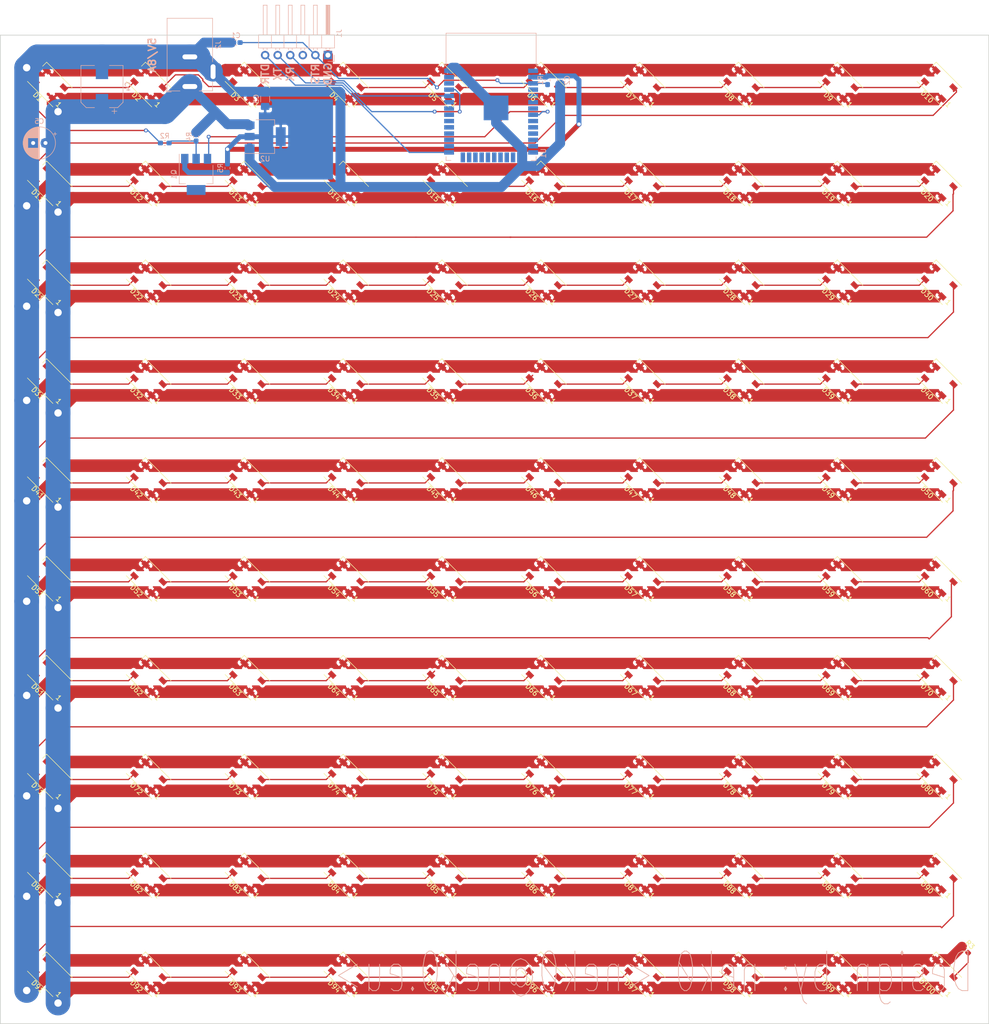
<source format=kicad_pcb>
(kicad_pcb (version 20171130) (host pcbnew 5.1.6-1)

  (general
    (thickness 1.6)
    (drawings 13)
    (tracks 452)
    (zones 0)
    (modules 115)
    (nets 112)
  )

  (page A3 portrait)
  (layers
    (0 F.Cu signal)
    (31 B.Cu signal)
    (32 B.Adhes user)
    (33 F.Adhes user)
    (34 B.Paste user)
    (35 F.Paste user)
    (36 B.SilkS user)
    (37 F.SilkS user)
    (38 B.Mask user)
    (39 F.Mask user)
    (40 Dwgs.User user)
    (41 Cmts.User user)
    (42 Eco1.User user)
    (43 Eco2.User user)
    (44 Edge.Cuts user)
    (45 Margin user)
    (46 B.CrtYd user)
    (47 F.CrtYd user)
    (48 B.Fab user)
    (49 F.Fab user)
  )

  (setup
    (last_trace_width 0.25)
    (trace_clearance 0.2)
    (zone_clearance 0.508)
    (zone_45_only no)
    (trace_min 0.2)
    (via_size 0.8)
    (via_drill 0.4)
    (via_min_size 0.4)
    (via_min_drill 0.3)
    (uvia_size 0.3)
    (uvia_drill 0.1)
    (uvias_allowed no)
    (uvia_min_size 0.2)
    (uvia_min_drill 0.1)
    (edge_width 0.15)
    (segment_width 0.2)
    (pcb_text_width 0.3)
    (pcb_text_size 1.5 1.5)
    (mod_edge_width 0.15)
    (mod_text_size 1 1)
    (mod_text_width 0.15)
    (pad_size 2 3.8)
    (pad_drill 0)
    (pad_to_mask_clearance 0.2)
    (aux_axis_origin 0 0)
    (visible_elements FFFFFF7F)
    (pcbplotparams
      (layerselection 0x010fc_ffffffff)
      (usegerberextensions false)
      (usegerberattributes false)
      (usegerberadvancedattributes false)
      (creategerberjobfile false)
      (excludeedgelayer true)
      (linewidth 0.100000)
      (plotframeref false)
      (viasonmask false)
      (mode 1)
      (useauxorigin false)
      (hpglpennumber 1)
      (hpglpenspeed 20)
      (hpglpendiameter 15.000000)
      (psnegative false)
      (psa4output false)
      (plotreference true)
      (plotvalue true)
      (plotinvisibletext false)
      (padsonsilk false)
      (subtractmaskfromsilk false)
      (outputformat 1)
      (mirror false)
      (drillshape 0)
      (scaleselection 1)
      (outputdirectory "./out.gerber"))
  )

  (net 0 "")
  (net 1 GND)
  (net 2 "Net-(D1-Pad2)")
  (net 3 +5V)
  (net 4 "Net-(D2-Pad2)")
  (net 5 "Net-(D3-Pad2)")
  (net 6 "Net-(D4-Pad2)")
  (net 7 "Net-(D5-Pad2)")
  (net 8 "Net-(D6-Pad2)")
  (net 9 "Net-(D7-Pad2)")
  (net 10 "Net-(D8-Pad2)")
  (net 11 "Net-(D10-Pad4)")
  (net 12 /sheet5B625F71/DIN)
  (net 13 "Net-(D13-Pad2)")
  (net 14 "Net-(D14-Pad2)")
  (net 15 "Net-(D11-Pad2)")
  (net 16 "Net-(D12-Pad2)")
  (net 17 "Net-(D26-Pad2)")
  (net 18 "Net-(D25-Pad2)")
  (net 19 "Net-(D37-Pad2)")
  (net 20 "Net-(D38-Pad2)")
  (net 21 "Net-(D15-Pad2)")
  (net 22 "Net-(D16-Pad2)")
  (net 23 "Net-(D17-Pad2)")
  (net 24 "Net-(D18-Pad2)")
  (net 25 "Net-(D19-Pad2)")
  (net 26 /sheet5B625F76/DIN)
  (net 27 "Net-(D21-Pad2)")
  (net 28 "Net-(D22-Pad2)")
  (net 29 "Net-(D23-Pad2)")
  (net 30 "Net-(D24-Pad2)")
  (net 31 "Net-(D39-Pad2)")
  (net 32 "Net-(D27-Pad2)")
  (net 33 "Net-(D28-Pad2)")
  (net 34 "Net-(D29-Pad2)")
  (net 35 /sheet5B625F7B/DIN)
  (net 36 "Net-(D31-Pad2)")
  (net 37 "Net-(D32-Pad2)")
  (net 38 "Net-(D33-Pad2)")
  (net 39 "Net-(D34-Pad2)")
  (net 40 "Net-(D35-Pad2)")
  (net 41 "Net-(D36-Pad2)")
  (net 42 /sheet5B625F80/DIN)
  (net 43 "Net-(D41-Pad2)")
  (net 44 "Net-(D42-Pad2)")
  (net 45 "Net-(D43-Pad2)")
  (net 46 "Net-(D44-Pad2)")
  (net 47 "Net-(D45-Pad2)")
  (net 48 "Net-(D46-Pad2)")
  (net 49 "Net-(D47-Pad2)")
  (net 50 "Net-(D48-Pad2)")
  (net 51 "Net-(D49-Pad2)")
  (net 52 /sheet5B625F85/DIN)
  (net 53 "Net-(D63-Pad2)")
  (net 54 "Net-(D64-Pad2)")
  (net 55 "Net-(D52-Pad2)")
  (net 56 "Net-(D51-Pad2)")
  (net 57 "Net-(D53-Pad2)")
  (net 58 "Net-(D54-Pad2)")
  (net 59 "Net-(D55-Pad2)")
  (net 60 "Net-(D56-Pad2)")
  (net 61 "Net-(D57-Pad2)")
  (net 62 "Net-(D58-Pad2)")
  (net 63 "Net-(D59-Pad2)")
  (net 64 /sheet5B625F8A/DIN)
  (net 65 "Net-(D61-Pad2)")
  (net 66 "Net-(D62-Pad2)")
  (net 67 "Net-(D75-Pad2)")
  (net 68 "Net-(D76-Pad2)")
  (net 69 "Net-(D88-Pad2)")
  (net 70 "Net-(D87-Pad2)")
  (net 71 "Net-(D65-Pad2)")
  (net 72 "Net-(D66-Pad2)")
  (net 73 "Net-(D67-Pad2)")
  (net 74 "Net-(D68-Pad2)")
  (net 75 "Net-(D69-Pad2)")
  (net 76 /sheet5B625F8F/DIN)
  (net 77 "Net-(D71-Pad2)")
  (net 78 "Net-(D72-Pad2)")
  (net 79 "Net-(D73-Pad2)")
  (net 80 "Net-(D74-Pad2)")
  (net 81 "Net-(D89-Pad2)")
  (net 82 "Net-(D77-Pad2)")
  (net 83 "Net-(D78-Pad2)")
  (net 84 "Net-(D79-Pad2)")
  (net 85 /sheet5B625F94/DIN)
  (net 86 "Net-(D81-Pad2)")
  (net 87 "Net-(D82-Pad2)")
  (net 88 "Net-(D83-Pad2)")
  (net 89 "Net-(D84-Pad2)")
  (net 90 "Net-(D85-Pad2)")
  (net 91 "Net-(D86-Pad2)")
  (net 92 /sheet5B625F99/DIN)
  (net 93 "Net-(D91-Pad2)")
  (net 94 "Net-(D92-Pad2)")
  (net 95 "Net-(D93-Pad2)")
  (net 96 "Net-(D94-Pad2)")
  (net 97 "Net-(D95-Pad2)")
  (net 98 "Net-(D96-Pad2)")
  (net 99 "Net-(D97-Pad2)")
  (net 100 "Net-(D98-Pad2)")
  (net 101 "Net-(D100-Pad4)")
  (net 102 /sheet5B625F99/DOUT)
  (net 103 +3V3)
  (net 104 /RTS)
  (net 105 /DATA)
  (net 106 /DTR)
  (net 107 /RX)
  (net 108 /TX)
  (net 109 "Net-(Q1-Pad2)")
  (net 110 "Net-(Q1-Pad3)")
  (net 111 "Net-(Q1-Pad1)")

  (net_class Default "This is the default net class."
    (clearance 0.2)
    (trace_width 0.25)
    (via_dia 0.8)
    (via_drill 0.4)
    (uvia_dia 0.3)
    (uvia_drill 0.1)
    (add_net /DATA)
    (add_net /DTR)
    (add_net /RTS)
    (add_net /RX)
    (add_net /TX)
    (add_net /sheet5B625F71/DIN)
    (add_net /sheet5B625F76/DIN)
    (add_net /sheet5B625F7B/DIN)
    (add_net /sheet5B625F80/DIN)
    (add_net /sheet5B625F85/DIN)
    (add_net /sheet5B625F8A/DIN)
    (add_net /sheet5B625F8F/DIN)
    (add_net /sheet5B625F94/DIN)
    (add_net /sheet5B625F99/DIN)
    (add_net /sheet5B625F99/DOUT)
    (add_net "Net-(D1-Pad2)")
    (add_net "Net-(D10-Pad4)")
    (add_net "Net-(D100-Pad4)")
    (add_net "Net-(D11-Pad2)")
    (add_net "Net-(D12-Pad2)")
    (add_net "Net-(D13-Pad2)")
    (add_net "Net-(D14-Pad2)")
    (add_net "Net-(D15-Pad2)")
    (add_net "Net-(D16-Pad2)")
    (add_net "Net-(D17-Pad2)")
    (add_net "Net-(D18-Pad2)")
    (add_net "Net-(D19-Pad2)")
    (add_net "Net-(D2-Pad2)")
    (add_net "Net-(D21-Pad2)")
    (add_net "Net-(D22-Pad2)")
    (add_net "Net-(D23-Pad2)")
    (add_net "Net-(D24-Pad2)")
    (add_net "Net-(D25-Pad2)")
    (add_net "Net-(D26-Pad2)")
    (add_net "Net-(D27-Pad2)")
    (add_net "Net-(D28-Pad2)")
    (add_net "Net-(D29-Pad2)")
    (add_net "Net-(D3-Pad2)")
    (add_net "Net-(D31-Pad2)")
    (add_net "Net-(D32-Pad2)")
    (add_net "Net-(D33-Pad2)")
    (add_net "Net-(D34-Pad2)")
    (add_net "Net-(D35-Pad2)")
    (add_net "Net-(D36-Pad2)")
    (add_net "Net-(D37-Pad2)")
    (add_net "Net-(D38-Pad2)")
    (add_net "Net-(D39-Pad2)")
    (add_net "Net-(D4-Pad2)")
    (add_net "Net-(D41-Pad2)")
    (add_net "Net-(D42-Pad2)")
    (add_net "Net-(D43-Pad2)")
    (add_net "Net-(D44-Pad2)")
    (add_net "Net-(D45-Pad2)")
    (add_net "Net-(D46-Pad2)")
    (add_net "Net-(D47-Pad2)")
    (add_net "Net-(D48-Pad2)")
    (add_net "Net-(D49-Pad2)")
    (add_net "Net-(D5-Pad2)")
    (add_net "Net-(D51-Pad2)")
    (add_net "Net-(D52-Pad2)")
    (add_net "Net-(D53-Pad2)")
    (add_net "Net-(D54-Pad2)")
    (add_net "Net-(D55-Pad2)")
    (add_net "Net-(D56-Pad2)")
    (add_net "Net-(D57-Pad2)")
    (add_net "Net-(D58-Pad2)")
    (add_net "Net-(D59-Pad2)")
    (add_net "Net-(D6-Pad2)")
    (add_net "Net-(D61-Pad2)")
    (add_net "Net-(D62-Pad2)")
    (add_net "Net-(D63-Pad2)")
    (add_net "Net-(D64-Pad2)")
    (add_net "Net-(D65-Pad2)")
    (add_net "Net-(D66-Pad2)")
    (add_net "Net-(D67-Pad2)")
    (add_net "Net-(D68-Pad2)")
    (add_net "Net-(D69-Pad2)")
    (add_net "Net-(D7-Pad2)")
    (add_net "Net-(D71-Pad2)")
    (add_net "Net-(D72-Pad2)")
    (add_net "Net-(D73-Pad2)")
    (add_net "Net-(D74-Pad2)")
    (add_net "Net-(D75-Pad2)")
    (add_net "Net-(D76-Pad2)")
    (add_net "Net-(D77-Pad2)")
    (add_net "Net-(D78-Pad2)")
    (add_net "Net-(D79-Pad2)")
    (add_net "Net-(D8-Pad2)")
    (add_net "Net-(D81-Pad2)")
    (add_net "Net-(D82-Pad2)")
    (add_net "Net-(D83-Pad2)")
    (add_net "Net-(D84-Pad2)")
    (add_net "Net-(D85-Pad2)")
    (add_net "Net-(D86-Pad2)")
    (add_net "Net-(D87-Pad2)")
    (add_net "Net-(D88-Pad2)")
    (add_net "Net-(D89-Pad2)")
    (add_net "Net-(D91-Pad2)")
    (add_net "Net-(D92-Pad2)")
    (add_net "Net-(D93-Pad2)")
    (add_net "Net-(D94-Pad2)")
    (add_net "Net-(D95-Pad2)")
    (add_net "Net-(D96-Pad2)")
    (add_net "Net-(D97-Pad2)")
    (add_net "Net-(D98-Pad2)")
    (add_net "Net-(Q1-Pad1)")
    (add_net "Net-(Q1-Pad2)")
    (add_net "Net-(Q1-Pad3)")
  )

  (net_class Power ""
    (clearance 0.2)
    (trace_width 2)
    (via_dia 2)
    (via_drill 1.5)
    (uvia_dia 0.3)
    (uvia_drill 0.1)
    (add_net +5V)
    (add_net GND)
  )

  (net_class smallPower ""
    (clearance 0.2)
    (trace_width 1)
    (via_dia 1)
    (via_drill 0.7)
    (uvia_dia 0.3)
    (uvia_drill 0.1)
    (add_net +3V3)
  )

  (module Package_TO_SOT_SMD:SOT-223 (layer B.Cu) (tedit 5EDE7DFA) (tstamp 5EDFC06D)
    (at 68.58 35.53)
    (descr "module CMS SOT223 4 pins")
    (tags "CMS SOT")
    (path /5EDEAB87)
    (attr smd)
    (fp_text reference U2 (at 0 4.5) (layer B.SilkS)
      (effects (font (size 1 1) (thickness 0.15)) (justify mirror))
    )
    (fp_text value LM1117-3.3 (at 0 -4.5) (layer B.Fab)
      (effects (font (size 1 1) (thickness 0.15)) (justify mirror))
    )
    (fp_line (start -1.85 2.3) (end -0.8 3.35) (layer B.Fab) (width 0.1))
    (fp_line (start 1.91 -3.41) (end 1.91 -2.15) (layer B.SilkS) (width 0.12))
    (fp_line (start 1.91 3.41) (end 1.91 2.15) (layer B.SilkS) (width 0.12))
    (fp_line (start 4.4 3.6) (end -4.4 3.6) (layer B.CrtYd) (width 0.05))
    (fp_line (start 4.4 -3.6) (end 4.4 3.6) (layer B.CrtYd) (width 0.05))
    (fp_line (start -4.4 -3.6) (end 4.4 -3.6) (layer B.CrtYd) (width 0.05))
    (fp_line (start -4.4 3.6) (end -4.4 -3.6) (layer B.CrtYd) (width 0.05))
    (fp_line (start -1.85 2.3) (end -1.85 -3.35) (layer B.Fab) (width 0.1))
    (fp_line (start -1.85 -3.41) (end 1.91 -3.41) (layer B.SilkS) (width 0.12))
    (fp_line (start -0.8 3.35) (end 1.85 3.35) (layer B.Fab) (width 0.1))
    (fp_line (start -4.1 3.41) (end 1.91 3.41) (layer B.SilkS) (width 0.12))
    (fp_line (start -1.85 -3.35) (end 1.85 -3.35) (layer B.Fab) (width 0.1))
    (fp_line (start 1.85 3.35) (end 1.85 -3.35) (layer B.Fab) (width 0.1))
    (fp_text user %R (at 0 0 -90) (layer B.Fab)
      (effects (font (size 0.8 0.8) (thickness 0.12)) (justify mirror))
    )
    (pad 1 smd rect (at -3.15 2.3) (size 2 1.5) (layers B.Cu B.Paste B.Mask)
      (net 1 GND))
    (pad 3 smd rect (at -3.15 -2.3) (size 2 1.5) (layers B.Cu B.Paste B.Mask)
      (net 3 +5V))
    (pad 2 smd rect (at -3.15 0) (size 2 1.5) (layers B.Cu B.Paste B.Mask)
      (net 103 +3V3))
    (pad 4 smd rect (at 3.15 0) (size 2 3.8) (layers B.Cu B.Paste B.Mask)
      (net 103 +3V3))
    (model ${KISYS3DMOD}/Package_TO_SOT_SMD.3dshapes/SOT-223.wrl
      (at (xyz 0 0 0))
      (scale (xyz 1 1 1))
      (rotate (xyz 0 0 0))
    )
  )

  (module Resistor_SMD:R_0603_1608Metric_Pad1.05x0.95mm_HandSolder (layer B.Cu) (tedit 5B301BBD) (tstamp 5C10E05B)
    (at 60.96 41.91 270)
    (descr "Resistor SMD 0603 (1608 Metric), square (rectangular) end terminal, IPC_7351 nominal with elongated pad for handsoldering. (Body size source: http://www.tortai-tech.com/upload/download/2011102023233369053.pdf), generated with kicad-footprint-generator")
    (tags "resistor handsolder")
    (path /5C124915)
    (attr smd)
    (fp_text reference R5 (at 0 1.43 270) (layer B.SilkS)
      (effects (font (size 1 1) (thickness 0.15)) (justify mirror))
    )
    (fp_text value 2.2k (at 0 -1.43 270) (layer B.Fab)
      (effects (font (size 1 1) (thickness 0.15)) (justify mirror))
    )
    (fp_line (start -0.8 -0.4) (end -0.8 0.4) (layer B.Fab) (width 0.1))
    (fp_line (start -0.8 0.4) (end 0.8 0.4) (layer B.Fab) (width 0.1))
    (fp_line (start 0.8 0.4) (end 0.8 -0.4) (layer B.Fab) (width 0.1))
    (fp_line (start 0.8 -0.4) (end -0.8 -0.4) (layer B.Fab) (width 0.1))
    (fp_line (start -0.171267 0.51) (end 0.171267 0.51) (layer B.SilkS) (width 0.12))
    (fp_line (start -0.171267 -0.51) (end 0.171267 -0.51) (layer B.SilkS) (width 0.12))
    (fp_line (start -1.65 -0.73) (end -1.65 0.73) (layer B.CrtYd) (width 0.05))
    (fp_line (start -1.65 0.73) (end 1.65 0.73) (layer B.CrtYd) (width 0.05))
    (fp_line (start 1.65 0.73) (end 1.65 -0.73) (layer B.CrtYd) (width 0.05))
    (fp_line (start 1.65 -0.73) (end -1.65 -0.73) (layer B.CrtYd) (width 0.05))
    (fp_text user %R (at 0 0 270) (layer B.Fab)
      (effects (font (size 0.4 0.4) (thickness 0.06)) (justify mirror))
    )
    (pad 2 smd roundrect (at 0.875 0 270) (size 1.05 0.95) (layers B.Cu B.Paste B.Mask) (roundrect_rratio 0.25)
      (net 111 "Net-(Q1-Pad1)"))
    (pad 1 smd roundrect (at -0.875 0 270) (size 1.05 0.95) (layers B.Cu B.Paste B.Mask) (roundrect_rratio 0.25)
      (net 103 +3V3))
    (model ${KISYS3DMOD}/Resistor_SMD.3dshapes/R_0603_1608Metric.wrl
      (at (xyz 0 0 0))
      (scale (xyz 1 1 1))
      (rotate (xyz 0 0 0))
    )
  )

  (module Resistor_SMD:R_0603_1608Metric_Pad1.05x0.95mm_HandSolder (layer B.Cu) (tedit 5B301BBD) (tstamp 5C10FAB8)
    (at 54.61 35.56 270)
    (descr "Resistor SMD 0603 (1608 Metric), square (rectangular) end terminal, IPC_7351 nominal with elongated pad for handsoldering. (Body size source: http://www.tortai-tech.com/upload/download/2011102023233369053.pdf), generated with kicad-footprint-generator")
    (tags "resistor handsolder")
    (path /5C115239)
    (attr smd)
    (fp_text reference R4 (at 0 1.43 270) (layer B.SilkS)
      (effects (font (size 1 1) (thickness 0.15)) (justify mirror))
    )
    (fp_text value 6.8k (at 0 -1.43 270) (layer B.Fab)
      (effects (font (size 1 1) (thickness 0.15)) (justify mirror))
    )
    (fp_line (start 1.65 -0.73) (end -1.65 -0.73) (layer B.CrtYd) (width 0.05))
    (fp_line (start 1.65 0.73) (end 1.65 -0.73) (layer B.CrtYd) (width 0.05))
    (fp_line (start -1.65 0.73) (end 1.65 0.73) (layer B.CrtYd) (width 0.05))
    (fp_line (start -1.65 -0.73) (end -1.65 0.73) (layer B.CrtYd) (width 0.05))
    (fp_line (start -0.171267 -0.51) (end 0.171267 -0.51) (layer B.SilkS) (width 0.12))
    (fp_line (start -0.171267 0.51) (end 0.171267 0.51) (layer B.SilkS) (width 0.12))
    (fp_line (start 0.8 -0.4) (end -0.8 -0.4) (layer B.Fab) (width 0.1))
    (fp_line (start 0.8 0.4) (end 0.8 -0.4) (layer B.Fab) (width 0.1))
    (fp_line (start -0.8 0.4) (end 0.8 0.4) (layer B.Fab) (width 0.1))
    (fp_line (start -0.8 -0.4) (end -0.8 0.4) (layer B.Fab) (width 0.1))
    (fp_text user %R (at 0 0 270) (layer B.Fab)
      (effects (font (size 0.4 0.4) (thickness 0.06)) (justify mirror))
    )
    (pad 1 smd roundrect (at -0.875 0 270) (size 1.05 0.95) (layers B.Cu B.Paste B.Mask) (roundrect_rratio 0.25)
      (net 3 +5V))
    (pad 2 smd roundrect (at 0.875 0 270) (size 1.05 0.95) (layers B.Cu B.Paste B.Mask) (roundrect_rratio 0.25)
      (net 109 "Net-(Q1-Pad2)"))
    (model ${KISYS3DMOD}/Resistor_SMD.3dshapes/R_0603_1608Metric.wrl
      (at (xyz 0 0 0))
      (scale (xyz 1 1 1))
      (rotate (xyz 0 0 0))
    )
  )

  (module Package_TO_SOT_SMD:SOT-223 (layer B.Cu) (tedit 5C100AB2) (tstamp 5C1126E0)
    (at 54.61 43.18 270)
    (descr "module CMS SOT223 4 pins")
    (tags "CMS SOT")
    (path /5C10106F)
    (attr smd)
    (fp_text reference Q1 (at 0 4.5 270) (layer B.SilkS)
      (effects (font (size 1 1) (thickness 0.15)) (justify mirror))
    )
    (fp_text value PZT2222A (at 0 -4.5 270) (layer B.Fab)
      (effects (font (size 1 1) (thickness 0.15)) (justify mirror))
    )
    (fp_line (start 1.85 3.35) (end 1.85 -3.35) (layer B.Fab) (width 0.1))
    (fp_line (start -1.85 -3.35) (end 1.85 -3.35) (layer B.Fab) (width 0.1))
    (fp_line (start -4.1 3.41) (end 1.91 3.41) (layer B.SilkS) (width 0.12))
    (fp_line (start -0.8 3.35) (end 1.85 3.35) (layer B.Fab) (width 0.1))
    (fp_line (start -1.85 -3.41) (end 1.91 -3.41) (layer B.SilkS) (width 0.12))
    (fp_line (start -1.85 2.3) (end -1.85 -3.35) (layer B.Fab) (width 0.1))
    (fp_line (start -4.4 3.6) (end -4.4 -3.6) (layer B.CrtYd) (width 0.05))
    (fp_line (start -4.4 -3.6) (end 4.4 -3.6) (layer B.CrtYd) (width 0.05))
    (fp_line (start 4.4 -3.6) (end 4.4 3.6) (layer B.CrtYd) (width 0.05))
    (fp_line (start 4.4 3.6) (end -4.4 3.6) (layer B.CrtYd) (width 0.05))
    (fp_line (start 1.91 3.41) (end 1.91 2.15) (layer B.SilkS) (width 0.12))
    (fp_line (start 1.91 -3.41) (end 1.91 -2.15) (layer B.SilkS) (width 0.12))
    (fp_line (start -1.85 2.3) (end -0.8 3.35) (layer B.Fab) (width 0.1))
    (fp_text user %R (at 0 0 180) (layer B.Fab)
      (effects (font (size 0.8 0.8) (thickness 0.12)) (justify mirror))
    )
    (pad 4 smd rect (at 3.15 0 270) (size 2 3.8) (layers B.Cu B.Paste B.Mask))
    (pad 2 smd rect (at -3.15 0 270) (size 2 1.5) (layers B.Cu B.Paste B.Mask)
      (net 109 "Net-(Q1-Pad2)"))
    (pad 3 smd rect (at -3.15 -2.3 270) (size 2 1.5) (layers B.Cu B.Paste B.Mask)
      (net 110 "Net-(Q1-Pad3)"))
    (pad 1 smd rect (at -3.15 2.3 270) (size 2 1.5) (layers B.Cu B.Paste B.Mask)
      (net 111 "Net-(Q1-Pad1)"))
    (model ${KISYS3DMOD}/Package_TO_SOT_SMD.3dshapes/SOT-223.wrl
      (at (xyz 0 0 0))
      (scale (xyz 1 1 1))
      (rotate (xyz 0 0 0))
    )
  )

  (module Resistor_SMD:R_0603_1608Metric_Pad1.05x0.95mm_HandSolder (layer B.Cu) (tedit 5B301BBD) (tstamp 5C107045)
    (at 48.26 36.83 180)
    (descr "Resistor SMD 0603 (1608 Metric), square (rectangular) end terminal, IPC_7351 nominal with elongated pad for handsoldering. (Body size source: http://www.tortai-tech.com/upload/download/2011102023233369053.pdf), generated with kicad-footprint-generator")
    (tags "resistor handsolder")
    (path /5B6229BA)
    (attr smd)
    (fp_text reference R2 (at 0 1.43 180) (layer B.SilkS)
      (effects (font (size 1 1) (thickness 0.15)) (justify mirror))
    )
    (fp_text value 470 (at 0 -1.43 180) (layer B.Fab)
      (effects (font (size 1 1) (thickness 0.15)) (justify mirror))
    )
    (fp_line (start 1.65 -0.73) (end -1.65 -0.73) (layer B.CrtYd) (width 0.05))
    (fp_line (start 1.65 0.73) (end 1.65 -0.73) (layer B.CrtYd) (width 0.05))
    (fp_line (start -1.65 0.73) (end 1.65 0.73) (layer B.CrtYd) (width 0.05))
    (fp_line (start -1.65 -0.73) (end -1.65 0.73) (layer B.CrtYd) (width 0.05))
    (fp_line (start -0.171267 -0.51) (end 0.171267 -0.51) (layer B.SilkS) (width 0.12))
    (fp_line (start -0.171267 0.51) (end 0.171267 0.51) (layer B.SilkS) (width 0.12))
    (fp_line (start 0.8 -0.4) (end -0.8 -0.4) (layer B.Fab) (width 0.1))
    (fp_line (start 0.8 0.4) (end 0.8 -0.4) (layer B.Fab) (width 0.1))
    (fp_line (start -0.8 0.4) (end 0.8 0.4) (layer B.Fab) (width 0.1))
    (fp_line (start -0.8 -0.4) (end -0.8 0.4) (layer B.Fab) (width 0.1))
    (fp_text user %R (at 0 0 180) (layer B.Fab)
      (effects (font (size 0.4 0.4) (thickness 0.06)) (justify mirror))
    )
    (pad 1 smd roundrect (at -0.875 0 180) (size 1.05 0.95) (layers B.Cu B.Paste B.Mask) (roundrect_rratio 0.25)
      (net 109 "Net-(Q1-Pad2)"))
    (pad 2 smd roundrect (at 0.875 0 180) (size 1.05 0.95) (layers B.Cu B.Paste B.Mask) (roundrect_rratio 0.25)
      (net 105 /DATA))
    (model ${KISYS3DMOD}/Resistor_SMD.3dshapes/R_0603_1608Metric.wrl
      (at (xyz 0 0 0))
      (scale (xyz 1 1 1))
      (rotate (xyz 0 0 0))
    )
  )

  (module Resistor_SMD:R_0603_1608Metric_Pad1.05x0.95mm_HandSolder (layer F.Cu) (tedit 5B301BBD) (tstamp 5B733D58)
    (at 210.201282 200.041282 315)
    (descr "Resistor SMD 0603 (1608 Metric), square (rectangular) end terminal, IPC_7351 nominal with elongated pad for handsoldering. (Body size source: http://www.tortai-tech.com/upload/download/2011102023233369053.pdf), generated with kicad-footprint-generator")
    (tags "resistor handsolder")
    (path /5B66FEDD)
    (attr smd)
    (fp_text reference R3 (at 0 -1.43 315) (layer F.SilkS)
      (effects (font (size 1 1) (thickness 0.15)))
    )
    (fp_text value 1k (at 0 1.43 315) (layer F.Fab)
      (effects (font (size 1 1) (thickness 0.15)))
    )
    (fp_line (start 1.65 0.73) (end -1.65 0.73) (layer F.CrtYd) (width 0.05))
    (fp_line (start 1.65 -0.73) (end 1.65 0.73) (layer F.CrtYd) (width 0.05))
    (fp_line (start -1.65 -0.73) (end 1.65 -0.73) (layer F.CrtYd) (width 0.05))
    (fp_line (start -1.65 0.73) (end -1.65 -0.73) (layer F.CrtYd) (width 0.05))
    (fp_line (start -0.171267 0.51) (end 0.171267 0.51) (layer F.SilkS) (width 0.12))
    (fp_line (start -0.171267 -0.51) (end 0.171267 -0.51) (layer F.SilkS) (width 0.12))
    (fp_line (start 0.8 0.4) (end -0.8 0.4) (layer F.Fab) (width 0.1))
    (fp_line (start 0.8 -0.4) (end 0.8 0.4) (layer F.Fab) (width 0.1))
    (fp_line (start -0.8 -0.4) (end 0.8 -0.4) (layer F.Fab) (width 0.1))
    (fp_line (start -0.8 0.4) (end -0.8 -0.4) (layer F.Fab) (width 0.1))
    (fp_text user %R (at 0 0 315) (layer F.Fab)
      (effects (font (size 0.4 0.4) (thickness 0.06)))
    )
    (pad 1 smd roundrect (at -0.874999 0 315) (size 1.05 0.95) (layers F.Cu F.Paste F.Mask) (roundrect_rratio 0.25)
      (net 1 GND))
    (pad 2 smd roundrect (at 0.874999 0 315) (size 1.05 0.95) (layers F.Cu F.Paste F.Mask) (roundrect_rratio 0.25)
      (net 102 /sheet5B625F99/DOUT))
    (model ${KISYS3DMOD}/Resistor_SMD.3dshapes/R_0603_1608Metric.wrl
      (at (xyz 0 0 0))
      (scale (xyz 1 1 1))
      (rotate (xyz 0 0 0))
    )
  )

  (module Connector_BarrelJack:BarrelJack_Horizontal (layer B.Cu) (tedit 5A1DBF6A) (tstamp 5B7EA195)
    (at 53.34 25.4 270)
    (descr "DC Barrel Jack")
    (tags "Power Jack")
    (path /5B660D82)
    (fp_text reference J2 (at -8.45 -5.75 270) (layer B.SilkS)
      (effects (font (size 1 1) (thickness 0.15)) (justify mirror))
    )
    (fp_text value Barrel_Jack_Switch (at -6.2 5.5 270) (layer B.Fab)
      (effects (font (size 1 1) (thickness 0.15)) (justify mirror))
    )
    (fp_line (start 0 4.5) (end -13.7 4.5) (layer B.Fab) (width 0.1))
    (fp_line (start 0.8 -4.5) (end 0.8 3.75) (layer B.Fab) (width 0.1))
    (fp_line (start -13.7 -4.5) (end 0.8 -4.5) (layer B.Fab) (width 0.1))
    (fp_line (start -13.7 4.5) (end -13.7 -4.5) (layer B.Fab) (width 0.1))
    (fp_line (start -10.2 4.5) (end -10.2 -4.5) (layer B.Fab) (width 0.1))
    (fp_line (start 0.9 4.6) (end 0.9 2) (layer B.SilkS) (width 0.12))
    (fp_line (start -13.8 4.6) (end 0.9 4.6) (layer B.SilkS) (width 0.12))
    (fp_line (start 0.9 -4.6) (end -1 -4.6) (layer B.SilkS) (width 0.12))
    (fp_line (start 0.9 -1.9) (end 0.9 -4.6) (layer B.SilkS) (width 0.12))
    (fp_line (start -13.8 -4.6) (end -13.8 4.6) (layer B.SilkS) (width 0.12))
    (fp_line (start -5 -4.6) (end -13.8 -4.6) (layer B.SilkS) (width 0.12))
    (fp_line (start -14 -4.75) (end -14 4.75) (layer B.CrtYd) (width 0.05))
    (fp_line (start -5 -4.75) (end -14 -4.75) (layer B.CrtYd) (width 0.05))
    (fp_line (start -5 -6.75) (end -5 -4.75) (layer B.CrtYd) (width 0.05))
    (fp_line (start -1 -6.75) (end -5 -6.75) (layer B.CrtYd) (width 0.05))
    (fp_line (start -1 -4.75) (end -1 -6.75) (layer B.CrtYd) (width 0.05))
    (fp_line (start 1 -4.75) (end -1 -4.75) (layer B.CrtYd) (width 0.05))
    (fp_line (start 1 -2) (end 1 -4.75) (layer B.CrtYd) (width 0.05))
    (fp_line (start 2 -2) (end 1 -2) (layer B.CrtYd) (width 0.05))
    (fp_line (start 2 2) (end 2 -2) (layer B.CrtYd) (width 0.05))
    (fp_line (start 1 2) (end 2 2) (layer B.CrtYd) (width 0.05))
    (fp_line (start 1 4.5) (end 1 2) (layer B.CrtYd) (width 0.05))
    (fp_line (start 1 4.75) (end -14 4.75) (layer B.CrtYd) (width 0.05))
    (fp_line (start 1 4.5) (end 1 4.75) (layer B.CrtYd) (width 0.05))
    (fp_line (start 0.05 4.8) (end 1.1 4.8) (layer B.SilkS) (width 0.12))
    (fp_line (start 1.1 3.75) (end 1.1 4.8) (layer B.SilkS) (width 0.12))
    (fp_line (start -0.003213 4.505425) (end 0.8 3.75) (layer B.Fab) (width 0.1))
    (fp_text user %R (at -3 2.95 270) (layer B.Fab)
      (effects (font (size 1 1) (thickness 0.15)) (justify mirror))
    )
    (pad 1 thru_hole rect (at 0 0 270) (size 3.5 3.5) (drill oval 1 3) (layers *.Cu *.Mask)
      (net 3 +5V))
    (pad 2 thru_hole roundrect (at -6 0 270) (size 3 3.5) (drill oval 1 3) (layers *.Cu *.Mask) (roundrect_rratio 0.25)
      (net 1 GND))
    (pad 3 thru_hole roundrect (at -3 -4.7 270) (size 3.5 3.5) (drill oval 3 1) (layers *.Cu *.Mask) (roundrect_rratio 0.25)
      (net 1 GND))
    (model ${KISYS3DMOD}/Connector_BarrelJack.3dshapes/BarrelJack_Horizontal.wrl
      (at (xyz 0 0 0))
      (scale (xyz 1 1 1))
      (rotate (xyz 0 0 0))
    )
  )

  (module Capacitor_SMD:CP_Elec_8x10 (layer B.Cu) (tedit 5A841F9D) (tstamp 5B7F2E5F)
    (at 35.56 25.4 90)
    (descr "SMT capacitor, aluminium electrolytic, 8x10, Nichicon ")
    (tags "Capacitor Electrolytic")
    (path /5B622644)
    (attr smd)
    (fp_text reference C4 (at 0 5.2 90) (layer B.SilkS)
      (effects (font (size 1 1) (thickness 0.15)) (justify mirror))
    )
    (fp_text value 1m (at 0 -5.2 90) (layer B.Fab)
      (effects (font (size 1 1) (thickness 0.15)) (justify mirror))
    )
    (fp_line (start -5.25 -1.5) (end -4.4 -1.5) (layer B.CrtYd) (width 0.05))
    (fp_line (start -5.25 1.5) (end -5.25 -1.5) (layer B.CrtYd) (width 0.05))
    (fp_line (start -4.4 1.5) (end -5.25 1.5) (layer B.CrtYd) (width 0.05))
    (fp_line (start -4.4 -1.5) (end -4.4 -3.25) (layer B.CrtYd) (width 0.05))
    (fp_line (start -4.4 3.25) (end -4.4 1.5) (layer B.CrtYd) (width 0.05))
    (fp_line (start -4.4 3.25) (end -3.25 4.4) (layer B.CrtYd) (width 0.05))
    (fp_line (start -4.4 -3.25) (end -3.25 -4.4) (layer B.CrtYd) (width 0.05))
    (fp_line (start -3.25 4.4) (end 4.4 4.4) (layer B.CrtYd) (width 0.05))
    (fp_line (start -3.25 -4.4) (end 4.4 -4.4) (layer B.CrtYd) (width 0.05))
    (fp_line (start 4.4 -1.5) (end 4.4 -4.4) (layer B.CrtYd) (width 0.05))
    (fp_line (start 5.25 -1.5) (end 4.4 -1.5) (layer B.CrtYd) (width 0.05))
    (fp_line (start 5.25 1.5) (end 5.25 -1.5) (layer B.CrtYd) (width 0.05))
    (fp_line (start 4.4 1.5) (end 5.25 1.5) (layer B.CrtYd) (width 0.05))
    (fp_line (start 4.4 4.4) (end 4.4 1.5) (layer B.CrtYd) (width 0.05))
    (fp_line (start -5 3.01) (end -5 2.01) (layer B.SilkS) (width 0.12))
    (fp_line (start -5.5 2.51) (end -4.5 2.51) (layer B.SilkS) (width 0.12))
    (fp_line (start -4.26 -3.195563) (end -3.195563 -4.26) (layer B.SilkS) (width 0.12))
    (fp_line (start -4.26 3.195563) (end -3.195563 4.26) (layer B.SilkS) (width 0.12))
    (fp_line (start -4.26 3.195563) (end -4.26 1.51) (layer B.SilkS) (width 0.12))
    (fp_line (start -4.26 -3.195563) (end -4.26 -1.51) (layer B.SilkS) (width 0.12))
    (fp_line (start -3.195563 -4.26) (end 4.26 -4.26) (layer B.SilkS) (width 0.12))
    (fp_line (start -3.195563 4.26) (end 4.26 4.26) (layer B.SilkS) (width 0.12))
    (fp_line (start 4.26 4.26) (end 4.26 1.51) (layer B.SilkS) (width 0.12))
    (fp_line (start 4.26 -4.26) (end 4.26 -1.51) (layer B.SilkS) (width 0.12))
    (fp_line (start -3.162278 1.9) (end -3.162278 1.1) (layer B.Fab) (width 0.1))
    (fp_line (start -3.562278 1.5) (end -2.762278 1.5) (layer B.Fab) (width 0.1))
    (fp_line (start -4.15 -3.15) (end -3.15 -4.15) (layer B.Fab) (width 0.1))
    (fp_line (start -4.15 3.15) (end -3.15 4.15) (layer B.Fab) (width 0.1))
    (fp_line (start -4.15 3.15) (end -4.15 -3.15) (layer B.Fab) (width 0.1))
    (fp_line (start -3.15 -4.15) (end 4.15 -4.15) (layer B.Fab) (width 0.1))
    (fp_line (start -3.15 4.15) (end 4.15 4.15) (layer B.Fab) (width 0.1))
    (fp_line (start 4.15 4.15) (end 4.15 -4.15) (layer B.Fab) (width 0.1))
    (fp_circle (center 0 0) (end 4 0) (layer B.Fab) (width 0.1))
    (fp_text user %R (at 0 0 90) (layer B.Fab)
      (effects (font (size 1 1) (thickness 0.15)) (justify mirror))
    )
    (pad 1 smd rect (at -3.25 0 90) (size 3.5 2.5) (layers B.Cu B.Paste B.Mask)
      (net 3 +5V))
    (pad 2 smd rect (at 3.25 0 90) (size 3.5 2.5) (layers B.Cu B.Paste B.Mask)
      (net 1 GND))
    (model ${KISYS3DMOD}/Capacitor_SMD.3dshapes/CP_Elec_8x10.wrl
      (at (xyz 0 0 0))
      (scale (xyz 1 1 1))
      (rotate (xyz 0 0 0))
    )
  )

  (module Capacitor_SMD:C_0603_1608Metric_Pad1.05x0.95mm_HandSolder (layer B.Cu) (tedit 5B301BBE) (tstamp 5B7E431F)
    (at 128.27 24.13 90)
    (descr "Capacitor SMD 0603 (1608 Metric), square (rectangular) end terminal, IPC_7351 nominal with elongated pad for handsoldering. (Body size source: http://www.tortai-tech.com/upload/download/2011102023233369053.pdf), generated with kicad-footprint-generator")
    (tags "capacitor handsolder")
    (path /5B627C19)
    (attr smd)
    (fp_text reference C2 (at 0 1.43 90) (layer B.SilkS)
      (effects (font (size 1 1) (thickness 0.15)) (justify mirror))
    )
    (fp_text value 100n (at 0 -1.43 90) (layer B.Fab)
      (effects (font (size 1 1) (thickness 0.15)) (justify mirror))
    )
    (fp_line (start -0.8 -0.4) (end -0.8 0.4) (layer B.Fab) (width 0.1))
    (fp_line (start -0.8 0.4) (end 0.8 0.4) (layer B.Fab) (width 0.1))
    (fp_line (start 0.8 0.4) (end 0.8 -0.4) (layer B.Fab) (width 0.1))
    (fp_line (start 0.8 -0.4) (end -0.8 -0.4) (layer B.Fab) (width 0.1))
    (fp_line (start -0.171267 0.51) (end 0.171267 0.51) (layer B.SilkS) (width 0.12))
    (fp_line (start -0.171267 -0.51) (end 0.171267 -0.51) (layer B.SilkS) (width 0.12))
    (fp_line (start -1.65 -0.73) (end -1.65 0.73) (layer B.CrtYd) (width 0.05))
    (fp_line (start -1.65 0.73) (end 1.65 0.73) (layer B.CrtYd) (width 0.05))
    (fp_line (start 1.65 0.73) (end 1.65 -0.73) (layer B.CrtYd) (width 0.05))
    (fp_line (start 1.65 -0.73) (end -1.65 -0.73) (layer B.CrtYd) (width 0.05))
    (fp_text user %R (at 0 0 90) (layer B.Fab)
      (effects (font (size 0.4 0.4) (thickness 0.06)) (justify mirror))
    )
    (pad 2 smd roundrect (at 0.875 0 90) (size 1.05 0.95) (layers B.Cu B.Paste B.Mask) (roundrect_rratio 0.25)
      (net 103 +3V3))
    (pad 1 smd roundrect (at -0.875 0 90) (size 1.05 0.95) (layers B.Cu B.Paste B.Mask) (roundrect_rratio 0.25)
      (net 1 GND))
    (model ${KISYS3DMOD}/Capacitor_SMD.3dshapes/C_0603_1608Metric.wrl
      (at (xyz 0 0 0))
      (scale (xyz 1 1 1))
      (rotate (xyz 0 0 0))
    )
  )

  (module Capacitor_SMD:C_0603_1608Metric_Pad1.05x0.95mm_HandSolder (layer B.Cu) (tedit 5B301BBE) (tstamp 5B7F3730)
    (at 62.625 16.51 180)
    (descr "Capacitor SMD 0603 (1608 Metric), square (rectangular) end terminal, IPC_7351 nominal with elongated pad for handsoldering. (Body size source: http://www.tortai-tech.com/upload/download/2011102023233369053.pdf), generated with kicad-footprint-generator")
    (tags "capacitor handsolder")
    (path /5B623621)
    (attr smd)
    (fp_text reference C1 (at 0 1.43 180) (layer B.SilkS)
      (effects (font (size 1 1) (thickness 0.15)) (justify mirror))
    )
    (fp_text value 100n (at 0 -1.43 180) (layer B.Fab)
      (effects (font (size 1 1) (thickness 0.15)) (justify mirror))
    )
    (fp_line (start 1.65 -0.73) (end -1.65 -0.73) (layer B.CrtYd) (width 0.05))
    (fp_line (start 1.65 0.73) (end 1.65 -0.73) (layer B.CrtYd) (width 0.05))
    (fp_line (start -1.65 0.73) (end 1.65 0.73) (layer B.CrtYd) (width 0.05))
    (fp_line (start -1.65 -0.73) (end -1.65 0.73) (layer B.CrtYd) (width 0.05))
    (fp_line (start -0.171267 -0.51) (end 0.171267 -0.51) (layer B.SilkS) (width 0.12))
    (fp_line (start -0.171267 0.51) (end 0.171267 0.51) (layer B.SilkS) (width 0.12))
    (fp_line (start 0.8 -0.4) (end -0.8 -0.4) (layer B.Fab) (width 0.1))
    (fp_line (start 0.8 0.4) (end 0.8 -0.4) (layer B.Fab) (width 0.1))
    (fp_line (start -0.8 0.4) (end 0.8 0.4) (layer B.Fab) (width 0.1))
    (fp_line (start -0.8 -0.4) (end -0.8 0.4) (layer B.Fab) (width 0.1))
    (fp_text user %R (at 0 0 180) (layer B.Fab)
      (effects (font (size 0.4 0.4) (thickness 0.06)) (justify mirror))
    )
    (pad 1 smd roundrect (at -0.875 0 180) (size 1.05 0.95) (layers B.Cu B.Paste B.Mask) (roundrect_rratio 0.25)
      (net 104 /RTS))
    (pad 2 smd roundrect (at 0.875 0 180) (size 1.05 0.95) (layers B.Cu B.Paste B.Mask) (roundrect_rratio 0.25)
      (net 1 GND))
    (model ${KISYS3DMOD}/Capacitor_SMD.3dshapes/C_0603_1608Metric.wrl
      (at (xyz 0 0 0))
      (scale (xyz 1 1 1))
      (rotate (xyz 0 0 0))
    )
  )

  (module Capacitor_SMD:C_1206_3216Metric_Pad1.42x1.75mm_HandSolder (layer B.Cu) (tedit 5B301BBE) (tstamp 5B7F3781)
    (at 68.58 27.94 270)
    (descr "Capacitor SMD 1206 (3216 Metric), square (rectangular) end terminal, IPC_7351 nominal with elongated pad for handsoldering. (Body size source: http://www.tortai-tech.com/upload/download/2011102023233369053.pdf), generated with kicad-footprint-generator")
    (tags "capacitor handsolder")
    (path /5B627C53)
    (attr smd)
    (fp_text reference C3 (at 0 1.82 270) (layer B.SilkS)
      (effects (font (size 1 1) (thickness 0.15)) (justify mirror))
    )
    (fp_text value 10u (at 0 -1.82 270) (layer B.Fab)
      (effects (font (size 1 1) (thickness 0.15)) (justify mirror))
    )
    (fp_line (start 2.45 -1.12) (end -2.45 -1.12) (layer B.CrtYd) (width 0.05))
    (fp_line (start 2.45 1.12) (end 2.45 -1.12) (layer B.CrtYd) (width 0.05))
    (fp_line (start -2.45 1.12) (end 2.45 1.12) (layer B.CrtYd) (width 0.05))
    (fp_line (start -2.45 -1.12) (end -2.45 1.12) (layer B.CrtYd) (width 0.05))
    (fp_line (start -0.602064 -0.91) (end 0.602064 -0.91) (layer B.SilkS) (width 0.12))
    (fp_line (start -0.602064 0.91) (end 0.602064 0.91) (layer B.SilkS) (width 0.12))
    (fp_line (start 1.6 -0.8) (end -1.6 -0.8) (layer B.Fab) (width 0.1))
    (fp_line (start 1.6 0.8) (end 1.6 -0.8) (layer B.Fab) (width 0.1))
    (fp_line (start -1.6 0.8) (end 1.6 0.8) (layer B.Fab) (width 0.1))
    (fp_line (start -1.6 -0.8) (end -1.6 0.8) (layer B.Fab) (width 0.1))
    (fp_text user %R (at 0 0 270) (layer B.Fab)
      (effects (font (size 0.8 0.8) (thickness 0.12)) (justify mirror))
    )
    (pad 1 smd roundrect (at -1.4875 0 270) (size 1.425 1.75) (layers B.Cu B.Paste B.Mask) (roundrect_rratio 0.175439)
      (net 1 GND))
    (pad 2 smd roundrect (at 1.4875 0 270) (size 1.425 1.75) (layers B.Cu B.Paste B.Mask) (roundrect_rratio 0.175439)
      (net 103 +3V3))
    (model ${KISYS3DMOD}/Capacitor_SMD.3dshapes/C_1206_3216Metric.wrl
      (at (xyz 0 0 0))
      (scale (xyz 1 1 1))
      (rotate (xyz 0 0 0))
    )
  )

  (module Capacitor_THT:CP_Radial_D6.3mm_P2.50mm (layer B.Cu) (tedit 5AE50EF0) (tstamp 5B7E42EC)
    (at 24.13 36.83 180)
    (descr "CP, Radial series, Radial, pin pitch=2.50mm, , diameter=6.3mm, Electrolytic Capacitor")
    (tags "CP Radial series Radial pin pitch 2.50mm  diameter 6.3mm Electrolytic Capacitor")
    (path /5B646B67)
    (fp_text reference C5 (at 1.25 4.4 180) (layer B.SilkS)
      (effects (font (size 1 1) (thickness 0.15)) (justify mirror))
    )
    (fp_text value 1m (at 1.25 -4.4 180) (layer B.Fab)
      (effects (font (size 1 1) (thickness 0.15)) (justify mirror))
    )
    (fp_line (start -1.935241 2.154) (end -1.935241 1.524) (layer B.SilkS) (width 0.12))
    (fp_line (start -2.250241 1.839) (end -1.620241 1.839) (layer B.SilkS) (width 0.12))
    (fp_line (start 4.491 0.402) (end 4.491 -0.402) (layer B.SilkS) (width 0.12))
    (fp_line (start 4.451 0.633) (end 4.451 -0.633) (layer B.SilkS) (width 0.12))
    (fp_line (start 4.411 0.802) (end 4.411 -0.802) (layer B.SilkS) (width 0.12))
    (fp_line (start 4.371 0.94) (end 4.371 -0.94) (layer B.SilkS) (width 0.12))
    (fp_line (start 4.331 1.059) (end 4.331 -1.059) (layer B.SilkS) (width 0.12))
    (fp_line (start 4.291 1.165) (end 4.291 -1.165) (layer B.SilkS) (width 0.12))
    (fp_line (start 4.251 1.262) (end 4.251 -1.262) (layer B.SilkS) (width 0.12))
    (fp_line (start 4.211 1.35) (end 4.211 -1.35) (layer B.SilkS) (width 0.12))
    (fp_line (start 4.171 1.432) (end 4.171 -1.432) (layer B.SilkS) (width 0.12))
    (fp_line (start 4.131 1.509) (end 4.131 -1.509) (layer B.SilkS) (width 0.12))
    (fp_line (start 4.091 1.581) (end 4.091 -1.581) (layer B.SilkS) (width 0.12))
    (fp_line (start 4.051 1.65) (end 4.051 -1.65) (layer B.SilkS) (width 0.12))
    (fp_line (start 4.011 1.714) (end 4.011 -1.714) (layer B.SilkS) (width 0.12))
    (fp_line (start 3.971 1.776) (end 3.971 -1.776) (layer B.SilkS) (width 0.12))
    (fp_line (start 3.931 1.834) (end 3.931 -1.834) (layer B.SilkS) (width 0.12))
    (fp_line (start 3.891 1.89) (end 3.891 -1.89) (layer B.SilkS) (width 0.12))
    (fp_line (start 3.851 1.944) (end 3.851 -1.944) (layer B.SilkS) (width 0.12))
    (fp_line (start 3.811 1.995) (end 3.811 -1.995) (layer B.SilkS) (width 0.12))
    (fp_line (start 3.771 2.044) (end 3.771 -2.044) (layer B.SilkS) (width 0.12))
    (fp_line (start 3.731 2.092) (end 3.731 -2.092) (layer B.SilkS) (width 0.12))
    (fp_line (start 3.691 2.137) (end 3.691 -2.137) (layer B.SilkS) (width 0.12))
    (fp_line (start 3.651 2.182) (end 3.651 -2.182) (layer B.SilkS) (width 0.12))
    (fp_line (start 3.611 2.224) (end 3.611 -2.224) (layer B.SilkS) (width 0.12))
    (fp_line (start 3.571 2.265) (end 3.571 -2.265) (layer B.SilkS) (width 0.12))
    (fp_line (start 3.531 -1.04) (end 3.531 -2.305) (layer B.SilkS) (width 0.12))
    (fp_line (start 3.531 2.305) (end 3.531 1.04) (layer B.SilkS) (width 0.12))
    (fp_line (start 3.491 -1.04) (end 3.491 -2.343) (layer B.SilkS) (width 0.12))
    (fp_line (start 3.491 2.343) (end 3.491 1.04) (layer B.SilkS) (width 0.12))
    (fp_line (start 3.451 -1.04) (end 3.451 -2.38) (layer B.SilkS) (width 0.12))
    (fp_line (start 3.451 2.38) (end 3.451 1.04) (layer B.SilkS) (width 0.12))
    (fp_line (start 3.411 -1.04) (end 3.411 -2.416) (layer B.SilkS) (width 0.12))
    (fp_line (start 3.411 2.416) (end 3.411 1.04) (layer B.SilkS) (width 0.12))
    (fp_line (start 3.371 -1.04) (end 3.371 -2.45) (layer B.SilkS) (width 0.12))
    (fp_line (start 3.371 2.45) (end 3.371 1.04) (layer B.SilkS) (width 0.12))
    (fp_line (start 3.331 -1.04) (end 3.331 -2.484) (layer B.SilkS) (width 0.12))
    (fp_line (start 3.331 2.484) (end 3.331 1.04) (layer B.SilkS) (width 0.12))
    (fp_line (start 3.291 -1.04) (end 3.291 -2.516) (layer B.SilkS) (width 0.12))
    (fp_line (start 3.291 2.516) (end 3.291 1.04) (layer B.SilkS) (width 0.12))
    (fp_line (start 3.251 -1.04) (end 3.251 -2.548) (layer B.SilkS) (width 0.12))
    (fp_line (start 3.251 2.548) (end 3.251 1.04) (layer B.SilkS) (width 0.12))
    (fp_line (start 3.211 -1.04) (end 3.211 -2.578) (layer B.SilkS) (width 0.12))
    (fp_line (start 3.211 2.578) (end 3.211 1.04) (layer B.SilkS) (width 0.12))
    (fp_line (start 3.171 -1.04) (end 3.171 -2.607) (layer B.SilkS) (width 0.12))
    (fp_line (start 3.171 2.607) (end 3.171 1.04) (layer B.SilkS) (width 0.12))
    (fp_line (start 3.131 -1.04) (end 3.131 -2.636) (layer B.SilkS) (width 0.12))
    (fp_line (start 3.131 2.636) (end 3.131 1.04) (layer B.SilkS) (width 0.12))
    (fp_line (start 3.091 -1.04) (end 3.091 -2.664) (layer B.SilkS) (width 0.12))
    (fp_line (start 3.091 2.664) (end 3.091 1.04) (layer B.SilkS) (width 0.12))
    (fp_line (start 3.051 -1.04) (end 3.051 -2.69) (layer B.SilkS) (width 0.12))
    (fp_line (start 3.051 2.69) (end 3.051 1.04) (layer B.SilkS) (width 0.12))
    (fp_line (start 3.011 -1.04) (end 3.011 -2.716) (layer B.SilkS) (width 0.12))
    (fp_line (start 3.011 2.716) (end 3.011 1.04) (layer B.SilkS) (width 0.12))
    (fp_line (start 2.971 -1.04) (end 2.971 -2.742) (layer B.SilkS) (width 0.12))
    (fp_line (start 2.971 2.742) (end 2.971 1.04) (layer B.SilkS) (width 0.12))
    (fp_line (start 2.931 -1.04) (end 2.931 -2.766) (layer B.SilkS) (width 0.12))
    (fp_line (start 2.931 2.766) (end 2.931 1.04) (layer B.SilkS) (width 0.12))
    (fp_line (start 2.891 -1.04) (end 2.891 -2.79) (layer B.SilkS) (width 0.12))
    (fp_line (start 2.891 2.79) (end 2.891 1.04) (layer B.SilkS) (width 0.12))
    (fp_line (start 2.851 -1.04) (end 2.851 -2.812) (layer B.SilkS) (width 0.12))
    (fp_line (start 2.851 2.812) (end 2.851 1.04) (layer B.SilkS) (width 0.12))
    (fp_line (start 2.811 -1.04) (end 2.811 -2.834) (layer B.SilkS) (width 0.12))
    (fp_line (start 2.811 2.834) (end 2.811 1.04) (layer B.SilkS) (width 0.12))
    (fp_line (start 2.771 -1.04) (end 2.771 -2.856) (layer B.SilkS) (width 0.12))
    (fp_line (start 2.771 2.856) (end 2.771 1.04) (layer B.SilkS) (width 0.12))
    (fp_line (start 2.731 -1.04) (end 2.731 -2.876) (layer B.SilkS) (width 0.12))
    (fp_line (start 2.731 2.876) (end 2.731 1.04) (layer B.SilkS) (width 0.12))
    (fp_line (start 2.691 -1.04) (end 2.691 -2.896) (layer B.SilkS) (width 0.12))
    (fp_line (start 2.691 2.896) (end 2.691 1.04) (layer B.SilkS) (width 0.12))
    (fp_line (start 2.651 -1.04) (end 2.651 -2.916) (layer B.SilkS) (width 0.12))
    (fp_line (start 2.651 2.916) (end 2.651 1.04) (layer B.SilkS) (width 0.12))
    (fp_line (start 2.611 -1.04) (end 2.611 -2.934) (layer B.SilkS) (width 0.12))
    (fp_line (start 2.611 2.934) (end 2.611 1.04) (layer B.SilkS) (width 0.12))
    (fp_line (start 2.571 -1.04) (end 2.571 -2.952) (layer B.SilkS) (width 0.12))
    (fp_line (start 2.571 2.952) (end 2.571 1.04) (layer B.SilkS) (width 0.12))
    (fp_line (start 2.531 -1.04) (end 2.531 -2.97) (layer B.SilkS) (width 0.12))
    (fp_line (start 2.531 2.97) (end 2.531 1.04) (layer B.SilkS) (width 0.12))
    (fp_line (start 2.491 -1.04) (end 2.491 -2.986) (layer B.SilkS) (width 0.12))
    (fp_line (start 2.491 2.986) (end 2.491 1.04) (layer B.SilkS) (width 0.12))
    (fp_line (start 2.451 -1.04) (end 2.451 -3.002) (layer B.SilkS) (width 0.12))
    (fp_line (start 2.451 3.002) (end 2.451 1.04) (layer B.SilkS) (width 0.12))
    (fp_line (start 2.411 -1.04) (end 2.411 -3.018) (layer B.SilkS) (width 0.12))
    (fp_line (start 2.411 3.018) (end 2.411 1.04) (layer B.SilkS) (width 0.12))
    (fp_line (start 2.371 -1.04) (end 2.371 -3.033) (layer B.SilkS) (width 0.12))
    (fp_line (start 2.371 3.033) (end 2.371 1.04) (layer B.SilkS) (width 0.12))
    (fp_line (start 2.331 -1.04) (end 2.331 -3.047) (layer B.SilkS) (width 0.12))
    (fp_line (start 2.331 3.047) (end 2.331 1.04) (layer B.SilkS) (width 0.12))
    (fp_line (start 2.291 -1.04) (end 2.291 -3.061) (layer B.SilkS) (width 0.12))
    (fp_line (start 2.291 3.061) (end 2.291 1.04) (layer B.SilkS) (width 0.12))
    (fp_line (start 2.251 -1.04) (end 2.251 -3.074) (layer B.SilkS) (width 0.12))
    (fp_line (start 2.251 3.074) (end 2.251 1.04) (layer B.SilkS) (width 0.12))
    (fp_line (start 2.211 -1.04) (end 2.211 -3.086) (layer B.SilkS) (width 0.12))
    (fp_line (start 2.211 3.086) (end 2.211 1.04) (layer B.SilkS) (width 0.12))
    (fp_line (start 2.171 -1.04) (end 2.171 -3.098) (layer B.SilkS) (width 0.12))
    (fp_line (start 2.171 3.098) (end 2.171 1.04) (layer B.SilkS) (width 0.12))
    (fp_line (start 2.131 -1.04) (end 2.131 -3.11) (layer B.SilkS) (width 0.12))
    (fp_line (start 2.131 3.11) (end 2.131 1.04) (layer B.SilkS) (width 0.12))
    (fp_line (start 2.091 -1.04) (end 2.091 -3.121) (layer B.SilkS) (width 0.12))
    (fp_line (start 2.091 3.121) (end 2.091 1.04) (layer B.SilkS) (width 0.12))
    (fp_line (start 2.051 -1.04) (end 2.051 -3.131) (layer B.SilkS) (width 0.12))
    (fp_line (start 2.051 3.131) (end 2.051 1.04) (layer B.SilkS) (width 0.12))
    (fp_line (start 2.011 -1.04) (end 2.011 -3.141) (layer B.SilkS) (width 0.12))
    (fp_line (start 2.011 3.141) (end 2.011 1.04) (layer B.SilkS) (width 0.12))
    (fp_line (start 1.971 -1.04) (end 1.971 -3.15) (layer B.SilkS) (width 0.12))
    (fp_line (start 1.971 3.15) (end 1.971 1.04) (layer B.SilkS) (width 0.12))
    (fp_line (start 1.93 -1.04) (end 1.93 -3.159) (layer B.SilkS) (width 0.12))
    (fp_line (start 1.93 3.159) (end 1.93 1.04) (layer B.SilkS) (width 0.12))
    (fp_line (start 1.89 -1.04) (end 1.89 -3.167) (layer B.SilkS) (width 0.12))
    (fp_line (start 1.89 3.167) (end 1.89 1.04) (layer B.SilkS) (width 0.12))
    (fp_line (start 1.85 -1.04) (end 1.85 -3.175) (layer B.SilkS) (width 0.12))
    (fp_line (start 1.85 3.175) (end 1.85 1.04) (layer B.SilkS) (width 0.12))
    (fp_line (start 1.81 -1.04) (end 1.81 -3.182) (layer B.SilkS) (width 0.12))
    (fp_line (start 1.81 3.182) (end 1.81 1.04) (layer B.SilkS) (width 0.12))
    (fp_line (start 1.77 -1.04) (end 1.77 -3.189) (layer B.SilkS) (width 0.12))
    (fp_line (start 1.77 3.189) (end 1.77 1.04) (layer B.SilkS) (width 0.12))
    (fp_line (start 1.73 -1.04) (end 1.73 -3.195) (layer B.SilkS) (width 0.12))
    (fp_line (start 1.73 3.195) (end 1.73 1.04) (layer B.SilkS) (width 0.12))
    (fp_line (start 1.69 -1.04) (end 1.69 -3.201) (layer B.SilkS) (width 0.12))
    (fp_line (start 1.69 3.201) (end 1.69 1.04) (layer B.SilkS) (width 0.12))
    (fp_line (start 1.65 -1.04) (end 1.65 -3.206) (layer B.SilkS) (width 0.12))
    (fp_line (start 1.65 3.206) (end 1.65 1.04) (layer B.SilkS) (width 0.12))
    (fp_line (start 1.61 -1.04) (end 1.61 -3.211) (layer B.SilkS) (width 0.12))
    (fp_line (start 1.61 3.211) (end 1.61 1.04) (layer B.SilkS) (width 0.12))
    (fp_line (start 1.57 -1.04) (end 1.57 -3.215) (layer B.SilkS) (width 0.12))
    (fp_line (start 1.57 3.215) (end 1.57 1.04) (layer B.SilkS) (width 0.12))
    (fp_line (start 1.53 -1.04) (end 1.53 -3.218) (layer B.SilkS) (width 0.12))
    (fp_line (start 1.53 3.218) (end 1.53 1.04) (layer B.SilkS) (width 0.12))
    (fp_line (start 1.49 -1.04) (end 1.49 -3.222) (layer B.SilkS) (width 0.12))
    (fp_line (start 1.49 3.222) (end 1.49 1.04) (layer B.SilkS) (width 0.12))
    (fp_line (start 1.45 3.224) (end 1.45 -3.224) (layer B.SilkS) (width 0.12))
    (fp_line (start 1.41 3.227) (end 1.41 -3.227) (layer B.SilkS) (width 0.12))
    (fp_line (start 1.37 3.228) (end 1.37 -3.228) (layer B.SilkS) (width 0.12))
    (fp_line (start 1.33 3.23) (end 1.33 -3.23) (layer B.SilkS) (width 0.12))
    (fp_line (start 1.29 3.23) (end 1.29 -3.23) (layer B.SilkS) (width 0.12))
    (fp_line (start 1.25 3.23) (end 1.25 -3.23) (layer B.SilkS) (width 0.12))
    (fp_line (start -1.128972 1.6885) (end -1.128972 1.0585) (layer B.Fab) (width 0.1))
    (fp_line (start -1.443972 1.3735) (end -0.813972 1.3735) (layer B.Fab) (width 0.1))
    (fp_circle (center 1.25 0) (end 4.65 0) (layer B.CrtYd) (width 0.05))
    (fp_circle (center 1.25 0) (end 4.52 0) (layer B.SilkS) (width 0.12))
    (fp_circle (center 1.25 0) (end 4.4 0) (layer B.Fab) (width 0.1))
    (fp_text user %R (at 1.25 0 180) (layer B.Fab)
      (effects (font (size 1 1) (thickness 0.15)) (justify mirror))
    )
    (pad 1 thru_hole rect (at 0 0 180) (size 1.6 1.6) (drill 0.8) (layers *.Cu *.Mask)
      (net 3 +5V))
    (pad 2 thru_hole circle (at 2.5 0 180) (size 1.6 1.6) (drill 0.8) (layers *.Cu *.Mask)
      (net 1 GND))
    (model ${KISYS3DMOD}/Capacitor_THT.3dshapes/CP_Radial_D6.3mm_P2.50mm.wrl
      (at (xyz 0 0 0))
      (scale (xyz 1 1 1))
      (rotate (xyz 0 0 0))
    )
  )

  (module Connector_PinHeader_2.54mm:PinHeader_1x06_P2.54mm_Horizontal (layer B.Cu) (tedit 59FED5CB) (tstamp 5B7E4258)
    (at 81.28 19.05 90)
    (descr "Through hole angled pin header, 1x06, 2.54mm pitch, 6mm pin length, single row")
    (tags "Through hole angled pin header THT 1x06 2.54mm single row")
    (path /5B62E390)
    (fp_text reference J1 (at 4.385 2.27 90) (layer B.SilkS)
      (effects (font (size 1 1) (thickness 0.15)) (justify mirror))
    )
    (fp_text value Conn_01x06_Male (at 4.385 -14.97 90) (layer B.Fab)
      (effects (font (size 1 1) (thickness 0.15)) (justify mirror))
    )
    (fp_line (start 10.55 1.8) (end -1.8 1.8) (layer B.CrtYd) (width 0.05))
    (fp_line (start 10.55 -14.5) (end 10.55 1.8) (layer B.CrtYd) (width 0.05))
    (fp_line (start -1.8 -14.5) (end 10.55 -14.5) (layer B.CrtYd) (width 0.05))
    (fp_line (start -1.8 1.8) (end -1.8 -14.5) (layer B.CrtYd) (width 0.05))
    (fp_line (start -1.27 1.27) (end 0 1.27) (layer B.SilkS) (width 0.12))
    (fp_line (start -1.27 0) (end -1.27 1.27) (layer B.SilkS) (width 0.12))
    (fp_line (start 1.042929 -13.08) (end 1.44 -13.08) (layer B.SilkS) (width 0.12))
    (fp_line (start 1.042929 -12.32) (end 1.44 -12.32) (layer B.SilkS) (width 0.12))
    (fp_line (start 10.1 -13.08) (end 4.1 -13.08) (layer B.SilkS) (width 0.12))
    (fp_line (start 10.1 -12.32) (end 10.1 -13.08) (layer B.SilkS) (width 0.12))
    (fp_line (start 4.1 -12.32) (end 10.1 -12.32) (layer B.SilkS) (width 0.12))
    (fp_line (start 1.44 -11.43) (end 4.1 -11.43) (layer B.SilkS) (width 0.12))
    (fp_line (start 1.042929 -10.54) (end 1.44 -10.54) (layer B.SilkS) (width 0.12))
    (fp_line (start 1.042929 -9.78) (end 1.44 -9.78) (layer B.SilkS) (width 0.12))
    (fp_line (start 10.1 -10.54) (end 4.1 -10.54) (layer B.SilkS) (width 0.12))
    (fp_line (start 10.1 -9.78) (end 10.1 -10.54) (layer B.SilkS) (width 0.12))
    (fp_line (start 4.1 -9.78) (end 10.1 -9.78) (layer B.SilkS) (width 0.12))
    (fp_line (start 1.44 -8.89) (end 4.1 -8.89) (layer B.SilkS) (width 0.12))
    (fp_line (start 1.042929 -8) (end 1.44 -8) (layer B.SilkS) (width 0.12))
    (fp_line (start 1.042929 -7.24) (end 1.44 -7.24) (layer B.SilkS) (width 0.12))
    (fp_line (start 10.1 -8) (end 4.1 -8) (layer B.SilkS) (width 0.12))
    (fp_line (start 10.1 -7.24) (end 10.1 -8) (layer B.SilkS) (width 0.12))
    (fp_line (start 4.1 -7.24) (end 10.1 -7.24) (layer B.SilkS) (width 0.12))
    (fp_line (start 1.44 -6.35) (end 4.1 -6.35) (layer B.SilkS) (width 0.12))
    (fp_line (start 1.042929 -5.46) (end 1.44 -5.46) (layer B.SilkS) (width 0.12))
    (fp_line (start 1.042929 -4.7) (end 1.44 -4.7) (layer B.SilkS) (width 0.12))
    (fp_line (start 10.1 -5.46) (end 4.1 -5.46) (layer B.SilkS) (width 0.12))
    (fp_line (start 10.1 -4.7) (end 10.1 -5.46) (layer B.SilkS) (width 0.12))
    (fp_line (start 4.1 -4.7) (end 10.1 -4.7) (layer B.SilkS) (width 0.12))
    (fp_line (start 1.44 -3.81) (end 4.1 -3.81) (layer B.SilkS) (width 0.12))
    (fp_line (start 1.042929 -2.92) (end 1.44 -2.92) (layer B.SilkS) (width 0.12))
    (fp_line (start 1.042929 -2.16) (end 1.44 -2.16) (layer B.SilkS) (width 0.12))
    (fp_line (start 10.1 -2.92) (end 4.1 -2.92) (layer B.SilkS) (width 0.12))
    (fp_line (start 10.1 -2.16) (end 10.1 -2.92) (layer B.SilkS) (width 0.12))
    (fp_line (start 4.1 -2.16) (end 10.1 -2.16) (layer B.SilkS) (width 0.12))
    (fp_line (start 1.44 -1.27) (end 4.1 -1.27) (layer B.SilkS) (width 0.12))
    (fp_line (start 1.11 -0.38) (end 1.44 -0.38) (layer B.SilkS) (width 0.12))
    (fp_line (start 1.11 0.38) (end 1.44 0.38) (layer B.SilkS) (width 0.12))
    (fp_line (start 4.1 -0.28) (end 10.1 -0.28) (layer B.SilkS) (width 0.12))
    (fp_line (start 4.1 -0.16) (end 10.1 -0.16) (layer B.SilkS) (width 0.12))
    (fp_line (start 4.1 -0.04) (end 10.1 -0.04) (layer B.SilkS) (width 0.12))
    (fp_line (start 4.1 0.08) (end 10.1 0.08) (layer B.SilkS) (width 0.12))
    (fp_line (start 4.1 0.2) (end 10.1 0.2) (layer B.SilkS) (width 0.12))
    (fp_line (start 4.1 0.32) (end 10.1 0.32) (layer B.SilkS) (width 0.12))
    (fp_line (start 10.1 -0.38) (end 4.1 -0.38) (layer B.SilkS) (width 0.12))
    (fp_line (start 10.1 0.38) (end 10.1 -0.38) (layer B.SilkS) (width 0.12))
    (fp_line (start 4.1 0.38) (end 10.1 0.38) (layer B.SilkS) (width 0.12))
    (fp_line (start 4.1 1.33) (end 1.44 1.33) (layer B.SilkS) (width 0.12))
    (fp_line (start 4.1 -14.03) (end 4.1 1.33) (layer B.SilkS) (width 0.12))
    (fp_line (start 1.44 -14.03) (end 4.1 -14.03) (layer B.SilkS) (width 0.12))
    (fp_line (start 1.44 1.33) (end 1.44 -14.03) (layer B.SilkS) (width 0.12))
    (fp_line (start 4.04 -13.02) (end 10.04 -13.02) (layer B.Fab) (width 0.1))
    (fp_line (start 10.04 -12.38) (end 10.04 -13.02) (layer B.Fab) (width 0.1))
    (fp_line (start 4.04 -12.38) (end 10.04 -12.38) (layer B.Fab) (width 0.1))
    (fp_line (start -0.32 -13.02) (end 1.5 -13.02) (layer B.Fab) (width 0.1))
    (fp_line (start -0.32 -12.38) (end -0.32 -13.02) (layer B.Fab) (width 0.1))
    (fp_line (start -0.32 -12.38) (end 1.5 -12.38) (layer B.Fab) (width 0.1))
    (fp_line (start 4.04 -10.48) (end 10.04 -10.48) (layer B.Fab) (width 0.1))
    (fp_line (start 10.04 -9.84) (end 10.04 -10.48) (layer B.Fab) (width 0.1))
    (fp_line (start 4.04 -9.84) (end 10.04 -9.84) (layer B.Fab) (width 0.1))
    (fp_line (start -0.32 -10.48) (end 1.5 -10.48) (layer B.Fab) (width 0.1))
    (fp_line (start -0.32 -9.84) (end -0.32 -10.48) (layer B.Fab) (width 0.1))
    (fp_line (start -0.32 -9.84) (end 1.5 -9.84) (layer B.Fab) (width 0.1))
    (fp_line (start 4.04 -7.94) (end 10.04 -7.94) (layer B.Fab) (width 0.1))
    (fp_line (start 10.04 -7.3) (end 10.04 -7.94) (layer B.Fab) (width 0.1))
    (fp_line (start 4.04 -7.3) (end 10.04 -7.3) (layer B.Fab) (width 0.1))
    (fp_line (start -0.32 -7.94) (end 1.5 -7.94) (layer B.Fab) (width 0.1))
    (fp_line (start -0.32 -7.3) (end -0.32 -7.94) (layer B.Fab) (width 0.1))
    (fp_line (start -0.32 -7.3) (end 1.5 -7.3) (layer B.Fab) (width 0.1))
    (fp_line (start 4.04 -5.4) (end 10.04 -5.4) (layer B.Fab) (width 0.1))
    (fp_line (start 10.04 -4.76) (end 10.04 -5.4) (layer B.Fab) (width 0.1))
    (fp_line (start 4.04 -4.76) (end 10.04 -4.76) (layer B.Fab) (width 0.1))
    (fp_line (start -0.32 -5.4) (end 1.5 -5.4) (layer B.Fab) (width 0.1))
    (fp_line (start -0.32 -4.76) (end -0.32 -5.4) (layer B.Fab) (width 0.1))
    (fp_line (start -0.32 -4.76) (end 1.5 -4.76) (layer B.Fab) (width 0.1))
    (fp_line (start 4.04 -2.86) (end 10.04 -2.86) (layer B.Fab) (width 0.1))
    (fp_line (start 10.04 -2.22) (end 10.04 -2.86) (layer B.Fab) (width 0.1))
    (fp_line (start 4.04 -2.22) (end 10.04 -2.22) (layer B.Fab) (width 0.1))
    (fp_line (start -0.32 -2.86) (end 1.5 -2.86) (layer B.Fab) (width 0.1))
    (fp_line (start -0.32 -2.22) (end -0.32 -2.86) (layer B.Fab) (width 0.1))
    (fp_line (start -0.32 -2.22) (end 1.5 -2.22) (layer B.Fab) (width 0.1))
    (fp_line (start 4.04 -0.32) (end 10.04 -0.32) (layer B.Fab) (width 0.1))
    (fp_line (start 10.04 0.32) (end 10.04 -0.32) (layer B.Fab) (width 0.1))
    (fp_line (start 4.04 0.32) (end 10.04 0.32) (layer B.Fab) (width 0.1))
    (fp_line (start -0.32 -0.32) (end 1.5 -0.32) (layer B.Fab) (width 0.1))
    (fp_line (start -0.32 0.32) (end -0.32 -0.32) (layer B.Fab) (width 0.1))
    (fp_line (start -0.32 0.32) (end 1.5 0.32) (layer B.Fab) (width 0.1))
    (fp_line (start 1.5 0.635) (end 2.135 1.27) (layer B.Fab) (width 0.1))
    (fp_line (start 1.5 -13.97) (end 1.5 0.635) (layer B.Fab) (width 0.1))
    (fp_line (start 4.04 -13.97) (end 1.5 -13.97) (layer B.Fab) (width 0.1))
    (fp_line (start 4.04 1.27) (end 4.04 -13.97) (layer B.Fab) (width 0.1))
    (fp_line (start 2.135 1.27) (end 4.04 1.27) (layer B.Fab) (width 0.1))
    (fp_text user %R (at 2.77 -6.35) (layer B.Fab)
      (effects (font (size 1 1) (thickness 0.15)) (justify mirror))
    )
    (pad 1 thru_hole rect (at 0 0 90) (size 1.7 1.7) (drill 1) (layers *.Cu *.Mask)
      (net 1 GND))
    (pad 2 thru_hole oval (at 0 -2.54 90) (size 1.7 1.7) (drill 1) (layers *.Cu *.Mask)
      (net 104 /RTS))
    (pad 3 thru_hole oval (at 0 -5.08 90) (size 1.7 1.7) (drill 1) (layers *.Cu *.Mask))
    (pad 4 thru_hole oval (at 0 -7.62 90) (size 1.7 1.7) (drill 1) (layers *.Cu *.Mask)
      (net 107 /RX))
    (pad 5 thru_hole oval (at 0 -10.16 90) (size 1.7 1.7) (drill 1) (layers *.Cu *.Mask)
      (net 108 /TX))
    (pad 6 thru_hole oval (at 0 -12.7 90) (size 1.7 1.7) (drill 1) (layers *.Cu *.Mask)
      (net 106 /DTR))
    (model ${KISYS3DMOD}/Connector_PinHeader_2.54mm.3dshapes/PinHeader_1x06_P2.54mm_Horizontal.wrl
      (at (xyz 0 0 0))
      (scale (xyz 1 1 1))
      (rotate (xyz 0 0 0))
    )
  )

  (module RF_Module:ESP32-WROOM-32 (layer B.Cu) (tedit 5B5B4654) (tstamp 5B7E30C1)
    (at 114.3 30.48 180)
    (descr "Single 2.4 GHz Wi-Fi and Bluetooth combo chip https://www.espressif.com/sites/default/files/documentation/esp32-wroom-32_datasheet_en.pdf")
    (tags "Single 2.4 GHz Wi-Fi and Bluetooth combo  chip")
    (path /5B621C5E)
    (attr smd)
    (fp_text reference U1 (at -10.61 -8.43 90) (layer B.SilkS)
      (effects (font (size 1 1) (thickness 0.15)) (justify mirror))
    )
    (fp_text value ESP32-WROOM (at 0 -11.5 180) (layer B.Fab)
      (effects (font (size 1 1) (thickness 0.15)) (justify mirror))
    )
    (fp_line (start -9.12 9.445) (end -9.5 9.445) (layer B.SilkS) (width 0.12))
    (fp_line (start -9.12 15.865) (end -9.12 9.445) (layer B.SilkS) (width 0.12))
    (fp_line (start 9.12 15.865) (end 9.12 9.445) (layer B.SilkS) (width 0.12))
    (fp_line (start -9.12 15.865) (end 9.12 15.865) (layer B.SilkS) (width 0.12))
    (fp_line (start 9.12 -9.88) (end 8.12 -9.88) (layer B.SilkS) (width 0.12))
    (fp_line (start 9.12 -9.1) (end 9.12 -9.88) (layer B.SilkS) (width 0.12))
    (fp_line (start -9.12 -9.88) (end -8.12 -9.88) (layer B.SilkS) (width 0.12))
    (fp_line (start -9.12 -9.1) (end -9.12 -9.88) (layer B.SilkS) (width 0.12))
    (fp_line (start 8.4 20.6) (end 8.2 20.4) (layer Cmts.User) (width 0.1))
    (fp_line (start 8.4 16) (end 8.4 20.6) (layer Cmts.User) (width 0.1))
    (fp_line (start 8.4 20.6) (end 8.6 20.4) (layer Cmts.User) (width 0.1))
    (fp_line (start 8.4 16) (end 8.6 16.2) (layer Cmts.User) (width 0.1))
    (fp_line (start 8.4 16) (end 8.2 16.2) (layer Cmts.User) (width 0.1))
    (fp_line (start -9.2 13.875) (end -9.4 14.075) (layer Cmts.User) (width 0.1))
    (fp_line (start -13.8 13.875) (end -9.2 13.875) (layer Cmts.User) (width 0.1))
    (fp_line (start -9.2 13.875) (end -9.4 13.675) (layer Cmts.User) (width 0.1))
    (fp_line (start -13.8 13.875) (end -13.6 13.675) (layer Cmts.User) (width 0.1))
    (fp_line (start -13.8 13.875) (end -13.6 14.075) (layer Cmts.User) (width 0.1))
    (fp_line (start 9.2 13.875) (end 9.4 13.675) (layer Cmts.User) (width 0.1))
    (fp_line (start 9.2 13.875) (end 9.4 14.075) (layer Cmts.User) (width 0.1))
    (fp_line (start 13.8 13.875) (end 13.6 13.675) (layer Cmts.User) (width 0.1))
    (fp_line (start 13.8 13.875) (end 13.6 14.075) (layer Cmts.User) (width 0.1))
    (fp_line (start 9.2 13.875) (end 13.8 13.875) (layer Cmts.User) (width 0.1))
    (fp_line (start 14 11.585) (end 12 9.97) (layer Dwgs.User) (width 0.1))
    (fp_line (start 14 13.2) (end 10 9.97) (layer Dwgs.User) (width 0.1))
    (fp_line (start 14 14.815) (end 8 9.97) (layer Dwgs.User) (width 0.1))
    (fp_line (start 14 16.43) (end 6 9.97) (layer Dwgs.User) (width 0.1))
    (fp_line (start 14 18.045) (end 4 9.97) (layer Dwgs.User) (width 0.1))
    (fp_line (start 14 19.66) (end 2 9.97) (layer Dwgs.User) (width 0.1))
    (fp_line (start 13.475 20.75) (end 0 9.97) (layer Dwgs.User) (width 0.1))
    (fp_line (start 11.475 20.75) (end -2 9.97) (layer Dwgs.User) (width 0.1))
    (fp_line (start 9.475 20.75) (end -4 9.97) (layer Dwgs.User) (width 0.1))
    (fp_line (start 7.475 20.75) (end -6 9.97) (layer Dwgs.User) (width 0.1))
    (fp_line (start -8 9.97) (end 5.475 20.75) (layer Dwgs.User) (width 0.1))
    (fp_line (start 3.475 20.75) (end -10 9.97) (layer Dwgs.User) (width 0.1))
    (fp_line (start 1.475 20.75) (end -12 9.97) (layer Dwgs.User) (width 0.1))
    (fp_line (start -0.525 20.75) (end -14 9.97) (layer Dwgs.User) (width 0.1))
    (fp_line (start -2.525 20.75) (end -14 11.585) (layer Dwgs.User) (width 0.1))
    (fp_line (start -4.525 20.75) (end -14 13.2) (layer Dwgs.User) (width 0.1))
    (fp_line (start -6.525 20.75) (end -14 14.815) (layer Dwgs.User) (width 0.1))
    (fp_line (start -8.525 20.75) (end -14 16.43) (layer Dwgs.User) (width 0.1))
    (fp_line (start -10.525 20.75) (end -14 18.045) (layer Dwgs.User) (width 0.1))
    (fp_line (start -12.525 20.75) (end -14 19.66) (layer Dwgs.User) (width 0.1))
    (fp_line (start 9.75 9.72) (end 14.25 9.72) (layer B.CrtYd) (width 0.05))
    (fp_line (start -14.25 9.72) (end -9.75 9.72) (layer B.CrtYd) (width 0.05))
    (fp_line (start 14.25 21) (end 14.25 9.72) (layer B.CrtYd) (width 0.05))
    (fp_line (start -14.25 21) (end -14.25 9.72) (layer B.CrtYd) (width 0.05))
    (fp_line (start 14 20.75) (end -14 20.75) (layer Dwgs.User) (width 0.1))
    (fp_line (start 14 9.97) (end 14 20.75) (layer Dwgs.User) (width 0.1))
    (fp_line (start 14 9.97) (end -14 9.97) (layer Dwgs.User) (width 0.1))
    (fp_line (start -9 9.02) (end -8.5 9.52) (layer B.Fab) (width 0.1))
    (fp_line (start -8.5 9.52) (end -9 10.02) (layer B.Fab) (width 0.1))
    (fp_line (start -9 9.02) (end -9 -9.76) (layer B.Fab) (width 0.1))
    (fp_line (start -14.25 21) (end 14.25 21) (layer B.CrtYd) (width 0.05))
    (fp_line (start 9.75 9.72) (end 9.75 -10.5) (layer B.CrtYd) (width 0.05))
    (fp_line (start -9.75 -10.5) (end 9.75 -10.5) (layer B.CrtYd) (width 0.05))
    (fp_line (start -9.75 -10.5) (end -9.75 9.72) (layer B.CrtYd) (width 0.05))
    (fp_line (start -9 15.745) (end 9 15.745) (layer B.Fab) (width 0.1))
    (fp_line (start -9 15.745) (end -9 10.02) (layer B.Fab) (width 0.1))
    (fp_line (start -9 -9.76) (end 9 -9.76) (layer B.Fab) (width 0.1))
    (fp_line (start 9 -9.76) (end 9 15.745) (layer B.Fab) (width 0.1))
    (fp_line (start -14 9.97) (end -14 20.75) (layer Dwgs.User) (width 0.1))
    (fp_text user %R (at 0 0 180) (layer B.Fab)
      (effects (font (size 1 1) (thickness 0.15)) (justify mirror))
    )
    (fp_text user "KEEP-OUT ZONE" (at 0 19 180) (layer Cmts.User)
      (effects (font (size 1 1) (thickness 0.15)))
    )
    (fp_text user Antenna (at 0 13 180) (layer Cmts.User)
      (effects (font (size 1 1) (thickness 0.15)))
    )
    (fp_text user "5 mm" (at 11.8 14.375 180) (layer Cmts.User)
      (effects (font (size 0.5 0.5) (thickness 0.1)))
    )
    (fp_text user "5 mm" (at -11.2 14.375 180) (layer Cmts.User)
      (effects (font (size 0.5 0.5) (thickness 0.1)))
    )
    (fp_text user "5 mm" (at 7.8 19.075 90) (layer Cmts.User)
      (effects (font (size 0.5 0.5) (thickness 0.1)))
    )
    (pad 39 smd rect (at -1 0.755 180) (size 5 5) (layers B.Cu B.Paste B.Mask)
      (net 1 GND))
    (pad 1 smd rect (at -8.5 8.255 180) (size 2 0.9) (layers B.Cu B.Paste B.Mask))
    (pad 2 smd rect (at -8.5 6.985 180) (size 2 0.9) (layers B.Cu B.Paste B.Mask)
      (net 103 +3V3))
    (pad 3 smd rect (at -8.5 5.715 180) (size 2 0.9) (layers B.Cu B.Paste B.Mask)
      (net 104 /RTS))
    (pad 4 smd rect (at -8.5 4.445 180) (size 2 0.9) (layers B.Cu B.Paste B.Mask))
    (pad 5 smd rect (at -8.5 3.175 180) (size 2 0.9) (layers B.Cu B.Paste B.Mask))
    (pad 6 smd rect (at -8.5 1.905 180) (size 2 0.9) (layers B.Cu B.Paste B.Mask))
    (pad 7 smd rect (at -8.5 0.635 180) (size 2 0.9) (layers B.Cu B.Paste B.Mask))
    (pad 8 smd rect (at -8.5 -0.635 180) (size 2 0.9) (layers B.Cu B.Paste B.Mask)
      (net 110 "Net-(Q1-Pad3)"))
    (pad 9 smd rect (at -8.5 -1.905 180) (size 2 0.9) (layers B.Cu B.Paste B.Mask))
    (pad 10 smd rect (at -8.5 -3.175 180) (size 2 0.9) (layers B.Cu B.Paste B.Mask))
    (pad 11 smd rect (at -8.5 -4.445 180) (size 2 0.9) (layers B.Cu B.Paste B.Mask))
    (pad 12 smd rect (at -8.5 -5.715 180) (size 2 0.9) (layers B.Cu B.Paste B.Mask))
    (pad 13 smd rect (at -8.5 -6.985 180) (size 2 0.9) (layers B.Cu B.Paste B.Mask))
    (pad 14 smd rect (at -8.5 -8.255 180) (size 2 0.9) (layers B.Cu B.Paste B.Mask))
    (pad 15 smd rect (at -5.715 -9.255 90) (size 2 0.9) (layers B.Cu B.Paste B.Mask)
      (net 1 GND))
    (pad 16 smd rect (at -4.445 -9.255 90) (size 2 0.9) (layers B.Cu B.Paste B.Mask))
    (pad 17 smd rect (at -3.175 -9.255 90) (size 2 0.9) (layers B.Cu B.Paste B.Mask))
    (pad 18 smd rect (at -1.905 -9.255 90) (size 2 0.9) (layers B.Cu B.Paste B.Mask))
    (pad 19 smd rect (at -0.635 -9.255 90) (size 2 0.9) (layers B.Cu B.Paste B.Mask))
    (pad 20 smd rect (at 0.635 -9.255 90) (size 2 0.9) (layers B.Cu B.Paste B.Mask))
    (pad 21 smd rect (at 1.905 -9.255 90) (size 2 0.9) (layers B.Cu B.Paste B.Mask))
    (pad 22 smd rect (at 3.175 -9.255 90) (size 2 0.9) (layers B.Cu B.Paste B.Mask))
    (pad 23 smd rect (at 4.445 -9.255 90) (size 2 0.9) (layers B.Cu B.Paste B.Mask))
    (pad 24 smd rect (at 5.715 -9.255 90) (size 2 0.9) (layers B.Cu B.Paste B.Mask))
    (pad 25 smd rect (at 8.5 -8.255 180) (size 2 0.9) (layers B.Cu B.Paste B.Mask)
      (net 106 /DTR))
    (pad 26 smd rect (at 8.5 -6.985 180) (size 2 0.9) (layers B.Cu B.Paste B.Mask))
    (pad 27 smd rect (at 8.5 -5.715 180) (size 2 0.9) (layers B.Cu B.Paste B.Mask))
    (pad 28 smd rect (at 8.5 -4.445 180) (size 2 0.9) (layers B.Cu B.Paste B.Mask))
    (pad 29 smd rect (at 8.5 -3.175 180) (size 2 0.9) (layers B.Cu B.Paste B.Mask))
    (pad 30 smd rect (at 8.5 -1.905 180) (size 2 0.9) (layers B.Cu B.Paste B.Mask))
    (pad 31 smd rect (at 8.5 -0.635 180) (size 2 0.9) (layers B.Cu B.Paste B.Mask))
    (pad 32 smd rect (at 8.5 0.635 180) (size 2 0.9) (layers B.Cu B.Paste B.Mask))
    (pad 33 smd rect (at 8.5 1.905 180) (size 2 0.9) (layers B.Cu B.Paste B.Mask))
    (pad 34 smd rect (at 8.5 3.175 180) (size 2 0.9) (layers B.Cu B.Paste B.Mask)
      (net 107 /RX))
    (pad 35 smd rect (at 8.5 4.445 180) (size 2 0.9) (layers B.Cu B.Paste B.Mask)
      (net 108 /TX))
    (pad 36 smd rect (at 8.5 5.715 180) (size 2 0.9) (layers B.Cu B.Paste B.Mask))
    (pad 37 smd rect (at 8.5 6.985 180) (size 2 0.9) (layers B.Cu B.Paste B.Mask))
    (pad 38 smd rect (at 8.5 8.255 180) (size 2 0.9) (layers B.Cu B.Paste B.Mask)
      (net 1 GND))
    (model ${KISYS3DMOD}/RF_Module.3dshapes/ESP32-WROOM-32.wrl
      (at (xyz 0 0 0))
      (scale (xyz 1 1 1))
      (rotate (xyz 0 0 0))
    )
  )

  (module Resistor_SMD:R_0603_1608Metric_Pad1.05x0.95mm_HandSolder (layer B.Cu) (tedit 5B301BBD) (tstamp 5B7E3041)
    (at 125.73 24.13 270)
    (descr "Resistor SMD 0603 (1608 Metric), square (rectangular) end terminal, IPC_7351 nominal with elongated pad for handsoldering. (Body size source: http://www.tortai-tech.com/upload/download/2011102023233369053.pdf), generated with kicad-footprint-generator")
    (tags "resistor handsolder")
    (path /5B6235C5)
    (attr smd)
    (fp_text reference R1 (at 0 1.43 270) (layer B.SilkS)
      (effects (font (size 1 1) (thickness 0.15)) (justify mirror))
    )
    (fp_text value 10k (at 0 -1.43 270) (layer B.Fab)
      (effects (font (size 1 1) (thickness 0.15)) (justify mirror))
    )
    (fp_line (start 1.65 -0.73) (end -1.65 -0.73) (layer B.CrtYd) (width 0.05))
    (fp_line (start 1.65 0.73) (end 1.65 -0.73) (layer B.CrtYd) (width 0.05))
    (fp_line (start -1.65 0.73) (end 1.65 0.73) (layer B.CrtYd) (width 0.05))
    (fp_line (start -1.65 -0.73) (end -1.65 0.73) (layer B.CrtYd) (width 0.05))
    (fp_line (start -0.171267 -0.51) (end 0.171267 -0.51) (layer B.SilkS) (width 0.12))
    (fp_line (start -0.171267 0.51) (end 0.171267 0.51) (layer B.SilkS) (width 0.12))
    (fp_line (start 0.8 -0.4) (end -0.8 -0.4) (layer B.Fab) (width 0.1))
    (fp_line (start 0.8 0.4) (end 0.8 -0.4) (layer B.Fab) (width 0.1))
    (fp_line (start -0.8 0.4) (end 0.8 0.4) (layer B.Fab) (width 0.1))
    (fp_line (start -0.8 -0.4) (end -0.8 0.4) (layer B.Fab) (width 0.1))
    (fp_text user %R (at 0 0 270) (layer B.Fab)
      (effects (font (size 0.4 0.4) (thickness 0.06)) (justify mirror))
    )
    (pad 1 smd roundrect (at -0.875 0 270) (size 1.05 0.95) (layers B.Cu B.Paste B.Mask) (roundrect_rratio 0.25)
      (net 103 +3V3))
    (pad 2 smd roundrect (at 0.875 0 270) (size 1.05 0.95) (layers B.Cu B.Paste B.Mask) (roundrect_rratio 0.25)
      (net 104 /RTS))
    (model ${KISYS3DMOD}/Resistor_SMD.3dshapes/R_0603_1608Metric.wrl
      (at (xyz 0 0 0))
      (scale (xyz 1 1 1))
      (rotate (xyz 0 0 0))
    )
  )

  (module LED_SMD:LED_WS2812B_PLCC4_5.0x5.0mm_P3.2mm (layer F.Cu) (tedit 5AA4B285) (tstamp 5B724671)
    (at 205 205 135)
    (descr https://cdn-shop.adafruit.com/datasheets/WS2812B.pdf)
    (tags "LED RGB NeoPixel")
    (path /5B625F9D/5B6250EF)
    (attr smd)
    (fp_text reference D100 (at 0 -3.5 135) (layer F.SilkS)
      (effects (font (size 1 1) (thickness 0.15)))
    )
    (fp_text value WS2812B (at 0 4 135) (layer F.Fab)
      (effects (font (size 1 1) (thickness 0.15)))
    )
    (fp_line (start 3.45 -2.75) (end -3.45 -2.75) (layer F.CrtYd) (width 0.05))
    (fp_line (start 3.45 2.75) (end 3.45 -2.75) (layer F.CrtYd) (width 0.05))
    (fp_line (start -3.45 2.75) (end 3.45 2.75) (layer F.CrtYd) (width 0.05))
    (fp_line (start -3.45 -2.75) (end -3.45 2.75) (layer F.CrtYd) (width 0.05))
    (fp_line (start 2.5 1.5) (end 1.5 2.5) (layer F.Fab) (width 0.1))
    (fp_line (start -2.5 -2.5) (end -2.5 2.5) (layer F.Fab) (width 0.1))
    (fp_line (start -2.5 2.5) (end 2.5 2.5) (layer F.Fab) (width 0.1))
    (fp_line (start 2.5 2.5) (end 2.5 -2.5) (layer F.Fab) (width 0.1))
    (fp_line (start 2.5 -2.5) (end -2.5 -2.5) (layer F.Fab) (width 0.1))
    (fp_line (start -3.65 -2.75) (end 3.65 -2.75) (layer F.SilkS) (width 0.12))
    (fp_line (start -3.65 2.75) (end 3.65 2.75) (layer F.SilkS) (width 0.12))
    (fp_line (start 3.65 2.75) (end 3.65 1.6) (layer F.SilkS) (width 0.12))
    (fp_circle (center 0 0) (end 0 -2) (layer F.Fab) (width 0.1))
    (fp_text user %R (at 0 0 135) (layer F.Fab)
      (effects (font (size 0.8 0.8) (thickness 0.15)))
    )
    (fp_text user 1 (at -4.15 -1.6 135) (layer F.SilkS)
      (effects (font (size 1 1) (thickness 0.15)))
    )
    (pad 1 smd rect (at -2.45 -1.6 135) (size 1.5 1) (layers F.Cu F.Paste F.Mask)
      (net 3 +5V))
    (pad 2 smd rect (at -2.45 1.6 135) (size 1.5 1) (layers F.Cu F.Paste F.Mask)
      (net 102 /sheet5B625F99/DOUT))
    (pad 4 smd rect (at 2.45 -1.6 135) (size 1.5 1) (layers F.Cu F.Paste F.Mask)
      (net 101 "Net-(D100-Pad4)"))
    (pad 3 smd rect (at 2.45 1.6 135) (size 1.5 1) (layers F.Cu F.Paste F.Mask)
      (net 1 GND))
    (model ${KISYS3DMOD}/LED_SMD.3dshapes/LED_WS2812B_PLCC4_5.0x5.0mm_P3.2mm.wrl
      (at (xyz 0 0 0))
      (scale (xyz 1 1 1))
      (rotate (xyz 0 0 0))
    )
  )

  (module LED_SMD:LED_WS2812B_PLCC4_5.0x5.0mm_P3.2mm (layer F.Cu) (tedit 5AA4B285) (tstamp 5B72465A)
    (at 185 205 135)
    (descr https://cdn-shop.adafruit.com/datasheets/WS2812B.pdf)
    (tags "LED RGB NeoPixel")
    (path /5B625F9D/5B6250DA)
    (attr smd)
    (fp_text reference D99 (at 0 -3.5 135) (layer F.SilkS)
      (effects (font (size 1 1) (thickness 0.15)))
    )
    (fp_text value WS2812B (at 0 4 135) (layer F.Fab)
      (effects (font (size 1 1) (thickness 0.15)))
    )
    (fp_circle (center 0 0) (end 0 -2) (layer F.Fab) (width 0.1))
    (fp_line (start 3.65 2.75) (end 3.65 1.6) (layer F.SilkS) (width 0.12))
    (fp_line (start -3.65 2.75) (end 3.65 2.75) (layer F.SilkS) (width 0.12))
    (fp_line (start -3.65 -2.75) (end 3.65 -2.75) (layer F.SilkS) (width 0.12))
    (fp_line (start 2.5 -2.5) (end -2.5 -2.5) (layer F.Fab) (width 0.1))
    (fp_line (start 2.5 2.5) (end 2.5 -2.5) (layer F.Fab) (width 0.1))
    (fp_line (start -2.5 2.5) (end 2.5 2.5) (layer F.Fab) (width 0.1))
    (fp_line (start -2.5 -2.5) (end -2.5 2.5) (layer F.Fab) (width 0.1))
    (fp_line (start 2.5 1.5) (end 1.5 2.5) (layer F.Fab) (width 0.1))
    (fp_line (start -3.45 -2.75) (end -3.45 2.75) (layer F.CrtYd) (width 0.05))
    (fp_line (start -3.45 2.75) (end 3.45 2.75) (layer F.CrtYd) (width 0.05))
    (fp_line (start 3.45 2.75) (end 3.45 -2.75) (layer F.CrtYd) (width 0.05))
    (fp_line (start 3.45 -2.75) (end -3.45 -2.75) (layer F.CrtYd) (width 0.05))
    (fp_text user 1 (at -4.15 -1.6 135) (layer F.SilkS)
      (effects (font (size 1 1) (thickness 0.15)))
    )
    (fp_text user %R (at 0 0 135) (layer F.Fab)
      (effects (font (size 0.8 0.8) (thickness 0.15)))
    )
    (pad 3 smd rect (at 2.45 1.6 135) (size 1.5 1) (layers F.Cu F.Paste F.Mask)
      (net 1 GND))
    (pad 4 smd rect (at 2.45 -1.6 135) (size 1.5 1) (layers F.Cu F.Paste F.Mask)
      (net 100 "Net-(D98-Pad2)"))
    (pad 2 smd rect (at -2.45 1.6 135) (size 1.5 1) (layers F.Cu F.Paste F.Mask)
      (net 101 "Net-(D100-Pad4)"))
    (pad 1 smd rect (at -2.45 -1.6 135) (size 1.5 1) (layers F.Cu F.Paste F.Mask)
      (net 3 +5V))
    (model ${KISYS3DMOD}/LED_SMD.3dshapes/LED_WS2812B_PLCC4_5.0x5.0mm_P3.2mm.wrl
      (at (xyz 0 0 0))
      (scale (xyz 1 1 1))
      (rotate (xyz 0 0 0))
    )
  )

  (module LED_SMD:LED_WS2812B_PLCC4_5.0x5.0mm_P3.2mm (layer F.Cu) (tedit 5AA4B285) (tstamp 5B724643)
    (at 165 205 135)
    (descr https://cdn-shop.adafruit.com/datasheets/WS2812B.pdf)
    (tags "LED RGB NeoPixel")
    (path /5B625F9D/5B62509B)
    (attr smd)
    (fp_text reference D98 (at 0 -3.5 135) (layer F.SilkS)
      (effects (font (size 1 1) (thickness 0.15)))
    )
    (fp_text value WS2812B (at 0 4 135) (layer F.Fab)
      (effects (font (size 1 1) (thickness 0.15)))
    )
    (fp_line (start 3.45 -2.75) (end -3.45 -2.75) (layer F.CrtYd) (width 0.05))
    (fp_line (start 3.45 2.75) (end 3.45 -2.75) (layer F.CrtYd) (width 0.05))
    (fp_line (start -3.45 2.75) (end 3.45 2.75) (layer F.CrtYd) (width 0.05))
    (fp_line (start -3.45 -2.75) (end -3.45 2.75) (layer F.CrtYd) (width 0.05))
    (fp_line (start 2.5 1.5) (end 1.5 2.5) (layer F.Fab) (width 0.1))
    (fp_line (start -2.5 -2.5) (end -2.5 2.5) (layer F.Fab) (width 0.1))
    (fp_line (start -2.5 2.5) (end 2.5 2.5) (layer F.Fab) (width 0.1))
    (fp_line (start 2.5 2.5) (end 2.5 -2.5) (layer F.Fab) (width 0.1))
    (fp_line (start 2.5 -2.5) (end -2.5 -2.5) (layer F.Fab) (width 0.1))
    (fp_line (start -3.65 -2.75) (end 3.65 -2.75) (layer F.SilkS) (width 0.12))
    (fp_line (start -3.65 2.75) (end 3.65 2.75) (layer F.SilkS) (width 0.12))
    (fp_line (start 3.65 2.75) (end 3.65 1.6) (layer F.SilkS) (width 0.12))
    (fp_circle (center 0 0) (end 0 -2) (layer F.Fab) (width 0.1))
    (fp_text user %R (at 0 0 135) (layer F.Fab)
      (effects (font (size 0.8 0.8) (thickness 0.15)))
    )
    (fp_text user 1 (at -4.15 -1.6 135) (layer F.SilkS)
      (effects (font (size 1 1) (thickness 0.15)))
    )
    (pad 1 smd rect (at -2.45 -1.6 135) (size 1.5 1) (layers F.Cu F.Paste F.Mask)
      (net 3 +5V))
    (pad 2 smd rect (at -2.45 1.6 135) (size 1.5 1) (layers F.Cu F.Paste F.Mask)
      (net 100 "Net-(D98-Pad2)"))
    (pad 4 smd rect (at 2.45 -1.6 135) (size 1.5 1) (layers F.Cu F.Paste F.Mask)
      (net 99 "Net-(D97-Pad2)"))
    (pad 3 smd rect (at 2.45 1.6 135) (size 1.5 1) (layers F.Cu F.Paste F.Mask)
      (net 1 GND))
    (model ${KISYS3DMOD}/LED_SMD.3dshapes/LED_WS2812B_PLCC4_5.0x5.0mm_P3.2mm.wrl
      (at (xyz 0 0 0))
      (scale (xyz 1 1 1))
      (rotate (xyz 0 0 0))
    )
  )

  (module LED_SMD:LED_WS2812B_PLCC4_5.0x5.0mm_P3.2mm (layer F.Cu) (tedit 5AA4B285) (tstamp 5B72462C)
    (at 145 205 135)
    (descr https://cdn-shop.adafruit.com/datasheets/WS2812B.pdf)
    (tags "LED RGB NeoPixel")
    (path /5B625F9D/5B6250B0)
    (attr smd)
    (fp_text reference D97 (at 0 -3.5 135) (layer F.SilkS)
      (effects (font (size 1 1) (thickness 0.15)))
    )
    (fp_text value WS2812B (at 0 4 135) (layer F.Fab)
      (effects (font (size 1 1) (thickness 0.15)))
    )
    (fp_circle (center 0 0) (end 0 -2) (layer F.Fab) (width 0.1))
    (fp_line (start 3.65 2.75) (end 3.65 1.6) (layer F.SilkS) (width 0.12))
    (fp_line (start -3.65 2.75) (end 3.65 2.75) (layer F.SilkS) (width 0.12))
    (fp_line (start -3.65 -2.75) (end 3.65 -2.75) (layer F.SilkS) (width 0.12))
    (fp_line (start 2.5 -2.5) (end -2.5 -2.5) (layer F.Fab) (width 0.1))
    (fp_line (start 2.5 2.5) (end 2.5 -2.5) (layer F.Fab) (width 0.1))
    (fp_line (start -2.5 2.5) (end 2.5 2.5) (layer F.Fab) (width 0.1))
    (fp_line (start -2.5 -2.5) (end -2.5 2.5) (layer F.Fab) (width 0.1))
    (fp_line (start 2.5 1.5) (end 1.5 2.5) (layer F.Fab) (width 0.1))
    (fp_line (start -3.45 -2.75) (end -3.45 2.75) (layer F.CrtYd) (width 0.05))
    (fp_line (start -3.45 2.75) (end 3.45 2.75) (layer F.CrtYd) (width 0.05))
    (fp_line (start 3.45 2.75) (end 3.45 -2.75) (layer F.CrtYd) (width 0.05))
    (fp_line (start 3.45 -2.75) (end -3.45 -2.75) (layer F.CrtYd) (width 0.05))
    (fp_text user 1 (at -4.15 -1.6 135) (layer F.SilkS)
      (effects (font (size 1 1) (thickness 0.15)))
    )
    (fp_text user %R (at 0 0 135) (layer F.Fab)
      (effects (font (size 0.8 0.8) (thickness 0.15)))
    )
    (pad 3 smd rect (at 2.45 1.6 135) (size 1.5 1) (layers F.Cu F.Paste F.Mask)
      (net 1 GND))
    (pad 4 smd rect (at 2.45 -1.6 135) (size 1.5 1) (layers F.Cu F.Paste F.Mask)
      (net 98 "Net-(D96-Pad2)"))
    (pad 2 smd rect (at -2.45 1.6 135) (size 1.5 1) (layers F.Cu F.Paste F.Mask)
      (net 99 "Net-(D97-Pad2)"))
    (pad 1 smd rect (at -2.45 -1.6 135) (size 1.5 1) (layers F.Cu F.Paste F.Mask)
      (net 3 +5V))
    (model ${KISYS3DMOD}/LED_SMD.3dshapes/LED_WS2812B_PLCC4_5.0x5.0mm_P3.2mm.wrl
      (at (xyz 0 0 0))
      (scale (xyz 1 1 1))
      (rotate (xyz 0 0 0))
    )
  )

  (module LED_SMD:LED_WS2812B_PLCC4_5.0x5.0mm_P3.2mm (layer F.Cu) (tedit 5AA4B285) (tstamp 5B724615)
    (at 125 205 135)
    (descr https://cdn-shop.adafruit.com/datasheets/WS2812B.pdf)
    (tags "LED RGB NeoPixel")
    (path /5B625F9D/5B6250C5)
    (attr smd)
    (fp_text reference D96 (at 0 -3.5 135) (layer F.SilkS)
      (effects (font (size 1 1) (thickness 0.15)))
    )
    (fp_text value WS2812B (at 0 4 135) (layer F.Fab)
      (effects (font (size 1 1) (thickness 0.15)))
    )
    (fp_line (start 3.45 -2.75) (end -3.45 -2.75) (layer F.CrtYd) (width 0.05))
    (fp_line (start 3.45 2.75) (end 3.45 -2.75) (layer F.CrtYd) (width 0.05))
    (fp_line (start -3.45 2.75) (end 3.45 2.75) (layer F.CrtYd) (width 0.05))
    (fp_line (start -3.45 -2.75) (end -3.45 2.75) (layer F.CrtYd) (width 0.05))
    (fp_line (start 2.5 1.5) (end 1.5 2.5) (layer F.Fab) (width 0.1))
    (fp_line (start -2.5 -2.5) (end -2.5 2.5) (layer F.Fab) (width 0.1))
    (fp_line (start -2.5 2.5) (end 2.5 2.5) (layer F.Fab) (width 0.1))
    (fp_line (start 2.5 2.5) (end 2.5 -2.5) (layer F.Fab) (width 0.1))
    (fp_line (start 2.5 -2.5) (end -2.5 -2.5) (layer F.Fab) (width 0.1))
    (fp_line (start -3.65 -2.75) (end 3.65 -2.75) (layer F.SilkS) (width 0.12))
    (fp_line (start -3.65 2.75) (end 3.65 2.75) (layer F.SilkS) (width 0.12))
    (fp_line (start 3.65 2.75) (end 3.65 1.6) (layer F.SilkS) (width 0.12))
    (fp_circle (center 0 0) (end 0 -2) (layer F.Fab) (width 0.1))
    (fp_text user %R (at 0 0 135) (layer F.Fab)
      (effects (font (size 0.8 0.8) (thickness 0.15)))
    )
    (fp_text user 1 (at -4.15 -1.6 135) (layer F.SilkS)
      (effects (font (size 1 1) (thickness 0.15)))
    )
    (pad 1 smd rect (at -2.45 -1.6 135) (size 1.5 1) (layers F.Cu F.Paste F.Mask)
      (net 3 +5V))
    (pad 2 smd rect (at -2.45 1.6 135) (size 1.5 1) (layers F.Cu F.Paste F.Mask)
      (net 98 "Net-(D96-Pad2)"))
    (pad 4 smd rect (at 2.45 -1.6 135) (size 1.5 1) (layers F.Cu F.Paste F.Mask)
      (net 97 "Net-(D95-Pad2)"))
    (pad 3 smd rect (at 2.45 1.6 135) (size 1.5 1) (layers F.Cu F.Paste F.Mask)
      (net 1 GND))
    (model ${KISYS3DMOD}/LED_SMD.3dshapes/LED_WS2812B_PLCC4_5.0x5.0mm_P3.2mm.wrl
      (at (xyz 0 0 0))
      (scale (xyz 1 1 1))
      (rotate (xyz 0 0 0))
    )
  )

  (module LED_SMD:LED_WS2812B_PLCC4_5.0x5.0mm_P3.2mm (layer F.Cu) (tedit 5AA4B285) (tstamp 5B7245FE)
    (at 105 205 135)
    (descr https://cdn-shop.adafruit.com/datasheets/WS2812B.pdf)
    (tags "LED RGB NeoPixel")
    (path /5B625F9D/5B625086)
    (attr smd)
    (fp_text reference D95 (at 0 -3.5 135) (layer F.SilkS)
      (effects (font (size 1 1) (thickness 0.15)))
    )
    (fp_text value WS2812B (at 0 4 135) (layer F.Fab)
      (effects (font (size 1 1) (thickness 0.15)))
    )
    (fp_circle (center 0 0) (end 0 -2) (layer F.Fab) (width 0.1))
    (fp_line (start 3.65 2.75) (end 3.65 1.6) (layer F.SilkS) (width 0.12))
    (fp_line (start -3.65 2.75) (end 3.65 2.75) (layer F.SilkS) (width 0.12))
    (fp_line (start -3.65 -2.75) (end 3.65 -2.75) (layer F.SilkS) (width 0.12))
    (fp_line (start 2.5 -2.5) (end -2.5 -2.5) (layer F.Fab) (width 0.1))
    (fp_line (start 2.5 2.5) (end 2.5 -2.5) (layer F.Fab) (width 0.1))
    (fp_line (start -2.5 2.5) (end 2.5 2.5) (layer F.Fab) (width 0.1))
    (fp_line (start -2.5 -2.5) (end -2.5 2.5) (layer F.Fab) (width 0.1))
    (fp_line (start 2.5 1.5) (end 1.5 2.5) (layer F.Fab) (width 0.1))
    (fp_line (start -3.45 -2.75) (end -3.45 2.75) (layer F.CrtYd) (width 0.05))
    (fp_line (start -3.45 2.75) (end 3.45 2.75) (layer F.CrtYd) (width 0.05))
    (fp_line (start 3.45 2.75) (end 3.45 -2.75) (layer F.CrtYd) (width 0.05))
    (fp_line (start 3.45 -2.75) (end -3.45 -2.75) (layer F.CrtYd) (width 0.05))
    (fp_text user 1 (at -4.15 -1.6 135) (layer F.SilkS)
      (effects (font (size 1 1) (thickness 0.15)))
    )
    (fp_text user %R (at 0 0 135) (layer F.Fab)
      (effects (font (size 0.8 0.8) (thickness 0.15)))
    )
    (pad 3 smd rect (at 2.45 1.6 135) (size 1.5 1) (layers F.Cu F.Paste F.Mask)
      (net 1 GND))
    (pad 4 smd rect (at 2.45 -1.6 135) (size 1.5 1) (layers F.Cu F.Paste F.Mask)
      (net 96 "Net-(D94-Pad2)"))
    (pad 2 smd rect (at -2.45 1.6 135) (size 1.5 1) (layers F.Cu F.Paste F.Mask)
      (net 97 "Net-(D95-Pad2)"))
    (pad 1 smd rect (at -2.45 -1.6 135) (size 1.5 1) (layers F.Cu F.Paste F.Mask)
      (net 3 +5V))
    (model ${KISYS3DMOD}/LED_SMD.3dshapes/LED_WS2812B_PLCC4_5.0x5.0mm_P3.2mm.wrl
      (at (xyz 0 0 0))
      (scale (xyz 1 1 1))
      (rotate (xyz 0 0 0))
    )
  )

  (module LED_SMD:LED_WS2812B_PLCC4_5.0x5.0mm_P3.2mm (layer F.Cu) (tedit 5AA4B285) (tstamp 5B7245E7)
    (at 85 205 135)
    (descr https://cdn-shop.adafruit.com/datasheets/WS2812B.pdf)
    (tags "LED RGB NeoPixel")
    (path /5B625F9D/5B625071)
    (attr smd)
    (fp_text reference D94 (at 0 -3.5 135) (layer F.SilkS)
      (effects (font (size 1 1) (thickness 0.15)))
    )
    (fp_text value WS2812B (at 0 4 135) (layer F.Fab)
      (effects (font (size 1 1) (thickness 0.15)))
    )
    (fp_line (start 3.45 -2.75) (end -3.45 -2.75) (layer F.CrtYd) (width 0.05))
    (fp_line (start 3.45 2.75) (end 3.45 -2.75) (layer F.CrtYd) (width 0.05))
    (fp_line (start -3.45 2.75) (end 3.45 2.75) (layer F.CrtYd) (width 0.05))
    (fp_line (start -3.45 -2.75) (end -3.45 2.75) (layer F.CrtYd) (width 0.05))
    (fp_line (start 2.5 1.5) (end 1.5 2.5) (layer F.Fab) (width 0.1))
    (fp_line (start -2.5 -2.5) (end -2.5 2.5) (layer F.Fab) (width 0.1))
    (fp_line (start -2.5 2.5) (end 2.5 2.5) (layer F.Fab) (width 0.1))
    (fp_line (start 2.5 2.5) (end 2.5 -2.5) (layer F.Fab) (width 0.1))
    (fp_line (start 2.5 -2.5) (end -2.5 -2.5) (layer F.Fab) (width 0.1))
    (fp_line (start -3.65 -2.75) (end 3.65 -2.75) (layer F.SilkS) (width 0.12))
    (fp_line (start -3.65 2.75) (end 3.65 2.75) (layer F.SilkS) (width 0.12))
    (fp_line (start 3.65 2.75) (end 3.65 1.6) (layer F.SilkS) (width 0.12))
    (fp_circle (center 0 0) (end 0 -2) (layer F.Fab) (width 0.1))
    (fp_text user %R (at 0 0 135) (layer F.Fab)
      (effects (font (size 0.8 0.8) (thickness 0.15)))
    )
    (fp_text user 1 (at -4.15 -1.6 135) (layer F.SilkS)
      (effects (font (size 1 1) (thickness 0.15)))
    )
    (pad 1 smd rect (at -2.45 -1.6 135) (size 1.5 1) (layers F.Cu F.Paste F.Mask)
      (net 3 +5V))
    (pad 2 smd rect (at -2.45 1.6 135) (size 1.5 1) (layers F.Cu F.Paste F.Mask)
      (net 96 "Net-(D94-Pad2)"))
    (pad 4 smd rect (at 2.45 -1.6 135) (size 1.5 1) (layers F.Cu F.Paste F.Mask)
      (net 95 "Net-(D93-Pad2)"))
    (pad 3 smd rect (at 2.45 1.6 135) (size 1.5 1) (layers F.Cu F.Paste F.Mask)
      (net 1 GND))
    (model ${KISYS3DMOD}/LED_SMD.3dshapes/LED_WS2812B_PLCC4_5.0x5.0mm_P3.2mm.wrl
      (at (xyz 0 0 0))
      (scale (xyz 1 1 1))
      (rotate (xyz 0 0 0))
    )
  )

  (module LED_SMD:LED_WS2812B_PLCC4_5.0x5.0mm_P3.2mm (layer F.Cu) (tedit 5AA4B285) (tstamp 5B7245D0)
    (at 65 205 135)
    (descr https://cdn-shop.adafruit.com/datasheets/WS2812B.pdf)
    (tags "LED RGB NeoPixel")
    (path /5B625F9D/5B625032)
    (attr smd)
    (fp_text reference D93 (at 0 -3.5 135) (layer F.SilkS)
      (effects (font (size 1 1) (thickness 0.15)))
    )
    (fp_text value WS2812B (at 0 4 135) (layer F.Fab)
      (effects (font (size 1 1) (thickness 0.15)))
    )
    (fp_circle (center 0 0) (end 0 -2) (layer F.Fab) (width 0.1))
    (fp_line (start 3.65 2.75) (end 3.65 1.6) (layer F.SilkS) (width 0.12))
    (fp_line (start -3.65 2.75) (end 3.65 2.75) (layer F.SilkS) (width 0.12))
    (fp_line (start -3.65 -2.75) (end 3.65 -2.75) (layer F.SilkS) (width 0.12))
    (fp_line (start 2.5 -2.5) (end -2.5 -2.5) (layer F.Fab) (width 0.1))
    (fp_line (start 2.5 2.5) (end 2.5 -2.5) (layer F.Fab) (width 0.1))
    (fp_line (start -2.5 2.5) (end 2.5 2.5) (layer F.Fab) (width 0.1))
    (fp_line (start -2.5 -2.5) (end -2.5 2.5) (layer F.Fab) (width 0.1))
    (fp_line (start 2.5 1.5) (end 1.5 2.5) (layer F.Fab) (width 0.1))
    (fp_line (start -3.45 -2.75) (end -3.45 2.75) (layer F.CrtYd) (width 0.05))
    (fp_line (start -3.45 2.75) (end 3.45 2.75) (layer F.CrtYd) (width 0.05))
    (fp_line (start 3.45 2.75) (end 3.45 -2.75) (layer F.CrtYd) (width 0.05))
    (fp_line (start 3.45 -2.75) (end -3.45 -2.75) (layer F.CrtYd) (width 0.05))
    (fp_text user 1 (at -4.15 -1.6 135) (layer F.SilkS)
      (effects (font (size 1 1) (thickness 0.15)))
    )
    (fp_text user %R (at 0 0 135) (layer F.Fab)
      (effects (font (size 0.8 0.8) (thickness 0.15)))
    )
    (pad 3 smd rect (at 2.45 1.6 135) (size 1.5 1) (layers F.Cu F.Paste F.Mask)
      (net 1 GND))
    (pad 4 smd rect (at 2.45 -1.6 135) (size 1.5 1) (layers F.Cu F.Paste F.Mask)
      (net 94 "Net-(D92-Pad2)"))
    (pad 2 smd rect (at -2.45 1.6 135) (size 1.5 1) (layers F.Cu F.Paste F.Mask)
      (net 95 "Net-(D93-Pad2)"))
    (pad 1 smd rect (at -2.45 -1.6 135) (size 1.5 1) (layers F.Cu F.Paste F.Mask)
      (net 3 +5V))
    (model ${KISYS3DMOD}/LED_SMD.3dshapes/LED_WS2812B_PLCC4_5.0x5.0mm_P3.2mm.wrl
      (at (xyz 0 0 0))
      (scale (xyz 1 1 1))
      (rotate (xyz 0 0 0))
    )
  )

  (module LED_SMD:LED_WS2812B_PLCC4_5.0x5.0mm_P3.2mm (layer F.Cu) (tedit 5AA4B285) (tstamp 5B7245B9)
    (at 45 205 135)
    (descr https://cdn-shop.adafruit.com/datasheets/WS2812B.pdf)
    (tags "LED RGB NeoPixel")
    (path /5B625F9D/5B625047)
    (attr smd)
    (fp_text reference D92 (at 0 -3.5 135) (layer F.SilkS)
      (effects (font (size 1 1) (thickness 0.15)))
    )
    (fp_text value WS2812B (at 0 4 135) (layer F.Fab)
      (effects (font (size 1 1) (thickness 0.15)))
    )
    (fp_line (start 3.45 -2.75) (end -3.45 -2.75) (layer F.CrtYd) (width 0.05))
    (fp_line (start 3.45 2.75) (end 3.45 -2.75) (layer F.CrtYd) (width 0.05))
    (fp_line (start -3.45 2.75) (end 3.45 2.75) (layer F.CrtYd) (width 0.05))
    (fp_line (start -3.45 -2.75) (end -3.45 2.75) (layer F.CrtYd) (width 0.05))
    (fp_line (start 2.5 1.5) (end 1.5 2.5) (layer F.Fab) (width 0.1))
    (fp_line (start -2.5 -2.5) (end -2.5 2.5) (layer F.Fab) (width 0.1))
    (fp_line (start -2.5 2.5) (end 2.5 2.5) (layer F.Fab) (width 0.1))
    (fp_line (start 2.5 2.5) (end 2.5 -2.5) (layer F.Fab) (width 0.1))
    (fp_line (start 2.5 -2.5) (end -2.5 -2.5) (layer F.Fab) (width 0.1))
    (fp_line (start -3.65 -2.75) (end 3.65 -2.75) (layer F.SilkS) (width 0.12))
    (fp_line (start -3.65 2.75) (end 3.65 2.75) (layer F.SilkS) (width 0.12))
    (fp_line (start 3.65 2.75) (end 3.65 1.6) (layer F.SilkS) (width 0.12))
    (fp_circle (center 0 0) (end 0 -2) (layer F.Fab) (width 0.1))
    (fp_text user %R (at 0 0 135) (layer F.Fab)
      (effects (font (size 0.8 0.8) (thickness 0.15)))
    )
    (fp_text user 1 (at -4.15 -1.6 135) (layer F.SilkS)
      (effects (font (size 1 1) (thickness 0.15)))
    )
    (pad 1 smd rect (at -2.45 -1.6 135) (size 1.5 1) (layers F.Cu F.Paste F.Mask)
      (net 3 +5V))
    (pad 2 smd rect (at -2.45 1.6 135) (size 1.5 1) (layers F.Cu F.Paste F.Mask)
      (net 94 "Net-(D92-Pad2)"))
    (pad 4 smd rect (at 2.45 -1.6 135) (size 1.5 1) (layers F.Cu F.Paste F.Mask)
      (net 93 "Net-(D91-Pad2)"))
    (pad 3 smd rect (at 2.45 1.6 135) (size 1.5 1) (layers F.Cu F.Paste F.Mask)
      (net 1 GND))
    (model ${KISYS3DMOD}/LED_SMD.3dshapes/LED_WS2812B_PLCC4_5.0x5.0mm_P3.2mm.wrl
      (at (xyz 0 0 0))
      (scale (xyz 1 1 1))
      (rotate (xyz 0 0 0))
    )
  )

  (module LED_SMD:LED_WS2812B_PLCC4_5.0x5.0mm_P3.2mm (layer F.Cu) (tedit 5AA4B285) (tstamp 5B7245A2)
    (at 25 205 135)
    (descr https://cdn-shop.adafruit.com/datasheets/WS2812B.pdf)
    (tags "LED RGB NeoPixel")
    (path /5B625F9D/5B62505C)
    (attr smd)
    (fp_text reference D91 (at 0 -3.5 135) (layer F.SilkS)
      (effects (font (size 1 1) (thickness 0.15)))
    )
    (fp_text value WS2812B (at 0 4 135) (layer F.Fab)
      (effects (font (size 1 1) (thickness 0.15)))
    )
    (fp_circle (center 0 0) (end 0 -2) (layer F.Fab) (width 0.1))
    (fp_line (start 3.65 2.75) (end 3.65 1.6) (layer F.SilkS) (width 0.12))
    (fp_line (start -3.65 2.75) (end 3.65 2.75) (layer F.SilkS) (width 0.12))
    (fp_line (start -3.65 -2.75) (end 3.65 -2.75) (layer F.SilkS) (width 0.12))
    (fp_line (start 2.5 -2.5) (end -2.5 -2.5) (layer F.Fab) (width 0.1))
    (fp_line (start 2.5 2.5) (end 2.5 -2.5) (layer F.Fab) (width 0.1))
    (fp_line (start -2.5 2.5) (end 2.5 2.5) (layer F.Fab) (width 0.1))
    (fp_line (start -2.5 -2.5) (end -2.5 2.5) (layer F.Fab) (width 0.1))
    (fp_line (start 2.5 1.5) (end 1.5 2.5) (layer F.Fab) (width 0.1))
    (fp_line (start -3.45 -2.75) (end -3.45 2.75) (layer F.CrtYd) (width 0.05))
    (fp_line (start -3.45 2.75) (end 3.45 2.75) (layer F.CrtYd) (width 0.05))
    (fp_line (start 3.45 2.75) (end 3.45 -2.75) (layer F.CrtYd) (width 0.05))
    (fp_line (start 3.45 -2.75) (end -3.45 -2.75) (layer F.CrtYd) (width 0.05))
    (fp_text user 1 (at -4.15 -1.6 135) (layer F.SilkS)
      (effects (font (size 1 1) (thickness 0.15)))
    )
    (fp_text user %R (at 0 0 135) (layer F.Fab)
      (effects (font (size 0.8 0.8) (thickness 0.15)))
    )
    (pad 3 smd rect (at 2.45 1.6 135) (size 1.5 1) (layers F.Cu F.Paste F.Mask)
      (net 1 GND))
    (pad 4 smd rect (at 2.45 -1.6 135) (size 1.5 1) (layers F.Cu F.Paste F.Mask)
      (net 92 /sheet5B625F99/DIN))
    (pad 2 smd rect (at -2.45 1.6 135) (size 1.5 1) (layers F.Cu F.Paste F.Mask)
      (net 93 "Net-(D91-Pad2)"))
    (pad 1 smd rect (at -2.45 -1.6 135) (size 1.5 1) (layers F.Cu F.Paste F.Mask)
      (net 3 +5V))
    (model ${KISYS3DMOD}/LED_SMD.3dshapes/LED_WS2812B_PLCC4_5.0x5.0mm_P3.2mm.wrl
      (at (xyz 0 0 0))
      (scale (xyz 1 1 1))
      (rotate (xyz 0 0 0))
    )
  )

  (module LED_SMD:LED_WS2812B_PLCC4_5.0x5.0mm_P3.2mm (layer F.Cu) (tedit 5AA4B285) (tstamp 5B72458B)
    (at 205 185 135)
    (descr https://cdn-shop.adafruit.com/datasheets/WS2812B.pdf)
    (tags "LED RGB NeoPixel")
    (path /5B625F98/5B6250EF)
    (attr smd)
    (fp_text reference D90 (at 0 -3.5 135) (layer F.SilkS)
      (effects (font (size 1 1) (thickness 0.15)))
    )
    (fp_text value WS2812B (at 0 4 135) (layer F.Fab)
      (effects (font (size 1 1) (thickness 0.15)))
    )
    (fp_line (start 3.45 -2.75) (end -3.45 -2.75) (layer F.CrtYd) (width 0.05))
    (fp_line (start 3.45 2.75) (end 3.45 -2.75) (layer F.CrtYd) (width 0.05))
    (fp_line (start -3.45 2.75) (end 3.45 2.75) (layer F.CrtYd) (width 0.05))
    (fp_line (start -3.45 -2.75) (end -3.45 2.75) (layer F.CrtYd) (width 0.05))
    (fp_line (start 2.5 1.5) (end 1.5 2.5) (layer F.Fab) (width 0.1))
    (fp_line (start -2.5 -2.5) (end -2.5 2.5) (layer F.Fab) (width 0.1))
    (fp_line (start -2.5 2.5) (end 2.5 2.5) (layer F.Fab) (width 0.1))
    (fp_line (start 2.5 2.5) (end 2.5 -2.5) (layer F.Fab) (width 0.1))
    (fp_line (start 2.5 -2.5) (end -2.5 -2.5) (layer F.Fab) (width 0.1))
    (fp_line (start -3.65 -2.75) (end 3.65 -2.75) (layer F.SilkS) (width 0.12))
    (fp_line (start -3.65 2.75) (end 3.65 2.75) (layer F.SilkS) (width 0.12))
    (fp_line (start 3.65 2.75) (end 3.65 1.6) (layer F.SilkS) (width 0.12))
    (fp_circle (center 0 0) (end 0 -2) (layer F.Fab) (width 0.1))
    (fp_text user %R (at 0 0 135) (layer F.Fab)
      (effects (font (size 0.8 0.8) (thickness 0.15)))
    )
    (fp_text user 1 (at -4.15 -1.6 135) (layer F.SilkS)
      (effects (font (size 1 1) (thickness 0.15)))
    )
    (pad 1 smd rect (at -2.45 -1.6 135) (size 1.5 1) (layers F.Cu F.Paste F.Mask)
      (net 3 +5V))
    (pad 2 smd rect (at -2.45 1.6 135) (size 1.5 1) (layers F.Cu F.Paste F.Mask)
      (net 92 /sheet5B625F99/DIN))
    (pad 4 smd rect (at 2.45 -1.6 135) (size 1.5 1) (layers F.Cu F.Paste F.Mask)
      (net 81 "Net-(D89-Pad2)"))
    (pad 3 smd rect (at 2.45 1.6 135) (size 1.5 1) (layers F.Cu F.Paste F.Mask)
      (net 1 GND))
    (model ${KISYS3DMOD}/LED_SMD.3dshapes/LED_WS2812B_PLCC4_5.0x5.0mm_P3.2mm.wrl
      (at (xyz 0 0 0))
      (scale (xyz 1 1 1))
      (rotate (xyz 0 0 0))
    )
  )

  (module LED_SMD:LED_WS2812B_PLCC4_5.0x5.0mm_P3.2mm (layer F.Cu) (tedit 5AA4B285) (tstamp 5B724574)
    (at 65 145 135)
    (descr https://cdn-shop.adafruit.com/datasheets/WS2812B.pdf)
    (tags "LED RGB NeoPixel")
    (path /5B625F8E/5B625032)
    (attr smd)
    (fp_text reference D63 (at 0 -3.5 135) (layer F.SilkS)
      (effects (font (size 1 1) (thickness 0.15)))
    )
    (fp_text value WS2812B (at 0 4 135) (layer F.Fab)
      (effects (font (size 1 1) (thickness 0.15)))
    )
    (fp_circle (center 0 0) (end 0 -2.000001) (layer F.Fab) (width 0.1))
    (fp_line (start 3.65 2.75) (end 3.65 1.6) (layer F.SilkS) (width 0.12))
    (fp_line (start -3.65 2.75) (end 3.65 2.75) (layer F.SilkS) (width 0.12))
    (fp_line (start -3.65 -2.75) (end 3.65 -2.75) (layer F.SilkS) (width 0.12))
    (fp_line (start 2.5 -2.5) (end -2.5 -2.5) (layer F.Fab) (width 0.1))
    (fp_line (start 2.5 2.5) (end 2.5 -2.5) (layer F.Fab) (width 0.1))
    (fp_line (start -2.5 2.5) (end 2.5 2.5) (layer F.Fab) (width 0.1))
    (fp_line (start -2.5 -2.5) (end -2.5 2.5) (layer F.Fab) (width 0.1))
    (fp_line (start 2.5 1.5) (end 1.5 2.5) (layer F.Fab) (width 0.1))
    (fp_line (start -3.45 -2.75) (end -3.45 2.75) (layer F.CrtYd) (width 0.05))
    (fp_line (start -3.45 2.75) (end 3.45 2.75) (layer F.CrtYd) (width 0.05))
    (fp_line (start 3.45 2.75) (end 3.45 -2.75) (layer F.CrtYd) (width 0.05))
    (fp_line (start 3.45 -2.75) (end -3.45 -2.75) (layer F.CrtYd) (width 0.05))
    (fp_text user 1 (at -4.15 -1.6 135) (layer F.SilkS)
      (effects (font (size 1 1) (thickness 0.15)))
    )
    (fp_text user %R (at 0 0 135) (layer F.Fab)
      (effects (font (size 0.8 0.8) (thickness 0.15)))
    )
    (pad 3 smd rect (at 2.45 1.6 135) (size 1.5 1) (layers F.Cu F.Paste F.Mask)
      (net 1 GND))
    (pad 4 smd rect (at 2.45 -1.6 135) (size 1.5 1) (layers F.Cu F.Paste F.Mask)
      (net 66 "Net-(D62-Pad2)"))
    (pad 2 smd rect (at -2.45 1.6 135) (size 1.5 1) (layers F.Cu F.Paste F.Mask)
      (net 53 "Net-(D63-Pad2)"))
    (pad 1 smd rect (at -2.45 -1.6 135) (size 1.5 1) (layers F.Cu F.Paste F.Mask)
      (net 3 +5V))
    (model ${KISYS3DMOD}/LED_SMD.3dshapes/LED_WS2812B_PLCC4_5.0x5.0mm_P3.2mm.wrl
      (at (xyz 0 0 0))
      (scale (xyz 1 1 1))
      (rotate (xyz 0 0 0))
    )
  )

  (module LED_SMD:LED_WS2812B_PLCC4_5.0x5.0mm_P3.2mm (layer F.Cu) (tedit 5AA4B285) (tstamp 5B72455D)
    (at 25 125 135)
    (descr https://cdn-shop.adafruit.com/datasheets/WS2812B.pdf)
    (tags "LED RGB NeoPixel")
    (path /5B625F89/5B62505C)
    (attr smd)
    (fp_text reference D51 (at 0 -3.5 135) (layer F.SilkS)
      (effects (font (size 1 1) (thickness 0.15)))
    )
    (fp_text value WS2812B (at 0 4 135) (layer F.Fab)
      (effects (font (size 1 1) (thickness 0.15)))
    )
    (fp_line (start 3.45 -2.75) (end -3.45 -2.75) (layer F.CrtYd) (width 0.05))
    (fp_line (start 3.45 2.75) (end 3.45 -2.75) (layer F.CrtYd) (width 0.05))
    (fp_line (start -3.45 2.75) (end 3.45 2.75) (layer F.CrtYd) (width 0.05))
    (fp_line (start -3.45 -2.75) (end -3.45 2.75) (layer F.CrtYd) (width 0.05))
    (fp_line (start 2.5 1.5) (end 1.5 2.5) (layer F.Fab) (width 0.1))
    (fp_line (start -2.5 -2.5) (end -2.5 2.5) (layer F.Fab) (width 0.1))
    (fp_line (start -2.5 2.5) (end 2.5 2.5) (layer F.Fab) (width 0.1))
    (fp_line (start 2.5 2.5) (end 2.5 -2.5) (layer F.Fab) (width 0.1))
    (fp_line (start 2.5 -2.5) (end -2.5 -2.5) (layer F.Fab) (width 0.1))
    (fp_line (start -3.65 -2.75) (end 3.65 -2.75) (layer F.SilkS) (width 0.12))
    (fp_line (start -3.65 2.75) (end 3.65 2.75) (layer F.SilkS) (width 0.12))
    (fp_line (start 3.65 2.75) (end 3.65 1.6) (layer F.SilkS) (width 0.12))
    (fp_circle (center 0 0) (end 0 -2) (layer F.Fab) (width 0.1))
    (fp_text user %R (at 0 0 135) (layer F.Fab)
      (effects (font (size 0.8 0.8) (thickness 0.15)))
    )
    (fp_text user 1 (at -4.15 -1.6 135) (layer F.SilkS)
      (effects (font (size 1 1) (thickness 0.15)))
    )
    (pad 1 smd rect (at -2.45 -1.6 135) (size 1.5 1) (layers F.Cu F.Paste F.Mask)
      (net 3 +5V))
    (pad 2 smd rect (at -2.45 1.6 135) (size 1.5 1) (layers F.Cu F.Paste F.Mask)
      (net 56 "Net-(D51-Pad2)"))
    (pad 4 smd rect (at 2.45 -1.6 135) (size 1.5 1) (layers F.Cu F.Paste F.Mask)
      (net 52 /sheet5B625F85/DIN))
    (pad 3 smd rect (at 2.45 1.6 135) (size 1.5 1) (layers F.Cu F.Paste F.Mask)
      (net 1 GND))
    (model ${KISYS3DMOD}/LED_SMD.3dshapes/LED_WS2812B_PLCC4_5.0x5.0mm_P3.2mm.wrl
      (at (xyz 0 0 0))
      (scale (xyz 1 1 1))
      (rotate (xyz 0 0 0))
    )
  )

  (module LED_SMD:LED_WS2812B_PLCC4_5.0x5.0mm_P3.2mm (layer F.Cu) (tedit 5AA4B285) (tstamp 5B724546)
    (at 145 185 135)
    (descr https://cdn-shop.adafruit.com/datasheets/WS2812B.pdf)
    (tags "LED RGB NeoPixel")
    (path /5B625F98/5B6250B0)
    (attr smd)
    (fp_text reference D87 (at 0 -3.5 135) (layer F.SilkS)
      (effects (font (size 1 1) (thickness 0.15)))
    )
    (fp_text value WS2812B (at 0 4 135) (layer F.Fab)
      (effects (font (size 1 1) (thickness 0.15)))
    )
    (fp_circle (center 0 0) (end 0 -2) (layer F.Fab) (width 0.1))
    (fp_line (start 3.65 2.75) (end 3.65 1.6) (layer F.SilkS) (width 0.12))
    (fp_line (start -3.65 2.75) (end 3.65 2.75) (layer F.SilkS) (width 0.12))
    (fp_line (start -3.65 -2.75) (end 3.65 -2.75) (layer F.SilkS) (width 0.12))
    (fp_line (start 2.5 -2.5) (end -2.5 -2.5) (layer F.Fab) (width 0.1))
    (fp_line (start 2.5 2.5) (end 2.5 -2.5) (layer F.Fab) (width 0.1))
    (fp_line (start -2.5 2.5) (end 2.5 2.5) (layer F.Fab) (width 0.1))
    (fp_line (start -2.5 -2.5) (end -2.5 2.5) (layer F.Fab) (width 0.1))
    (fp_line (start 2.5 1.5) (end 1.5 2.5) (layer F.Fab) (width 0.1))
    (fp_line (start -3.45 -2.75) (end -3.45 2.75) (layer F.CrtYd) (width 0.05))
    (fp_line (start -3.45 2.75) (end 3.45 2.75) (layer F.CrtYd) (width 0.05))
    (fp_line (start 3.45 2.75) (end 3.45 -2.75) (layer F.CrtYd) (width 0.05))
    (fp_line (start 3.45 -2.75) (end -3.45 -2.75) (layer F.CrtYd) (width 0.05))
    (fp_text user 1 (at -4.15 -1.6 135) (layer F.SilkS)
      (effects (font (size 1 1) (thickness 0.15)))
    )
    (fp_text user %R (at 0 0 135) (layer F.Fab)
      (effects (font (size 0.8 0.8) (thickness 0.15)))
    )
    (pad 3 smd rect (at 2.45 1.6 135) (size 1.5 1) (layers F.Cu F.Paste F.Mask)
      (net 1 GND))
    (pad 4 smd rect (at 2.45 -1.6 135) (size 1.5 1) (layers F.Cu F.Paste F.Mask)
      (net 91 "Net-(D86-Pad2)"))
    (pad 2 smd rect (at -2.45 1.6 135) (size 1.5 1) (layers F.Cu F.Paste F.Mask)
      (net 70 "Net-(D87-Pad2)"))
    (pad 1 smd rect (at -2.45 -1.6 135) (size 1.5 1) (layers F.Cu F.Paste F.Mask)
      (net 3 +5V))
    (model ${KISYS3DMOD}/LED_SMD.3dshapes/LED_WS2812B_PLCC4_5.0x5.0mm_P3.2mm.wrl
      (at (xyz 0 0 0))
      (scale (xyz 1 1 1))
      (rotate (xyz 0 0 0))
    )
  )

  (module LED_SMD:LED_WS2812B_PLCC4_5.0x5.0mm_P3.2mm (layer F.Cu) (tedit 5AA4B285) (tstamp 5B72452F)
    (at 125 185 135)
    (descr https://cdn-shop.adafruit.com/datasheets/WS2812B.pdf)
    (tags "LED RGB NeoPixel")
    (path /5B625F98/5B6250C5)
    (attr smd)
    (fp_text reference D86 (at 0 -3.5 135) (layer F.SilkS)
      (effects (font (size 1 1) (thickness 0.15)))
    )
    (fp_text value WS2812B (at 0 4 135) (layer F.Fab)
      (effects (font (size 1 1) (thickness 0.15)))
    )
    (fp_line (start 3.45 -2.75) (end -3.45 -2.75) (layer F.CrtYd) (width 0.05))
    (fp_line (start 3.45 2.75) (end 3.45 -2.75) (layer F.CrtYd) (width 0.05))
    (fp_line (start -3.45 2.75) (end 3.45 2.75) (layer F.CrtYd) (width 0.05))
    (fp_line (start -3.45 -2.75) (end -3.45 2.75) (layer F.CrtYd) (width 0.05))
    (fp_line (start 2.5 1.5) (end 1.5 2.5) (layer F.Fab) (width 0.1))
    (fp_line (start -2.5 -2.5) (end -2.5 2.5) (layer F.Fab) (width 0.1))
    (fp_line (start -2.5 2.5) (end 2.5 2.5) (layer F.Fab) (width 0.1))
    (fp_line (start 2.5 2.5) (end 2.5 -2.5) (layer F.Fab) (width 0.1))
    (fp_line (start 2.5 -2.5) (end -2.5 -2.5) (layer F.Fab) (width 0.1))
    (fp_line (start -3.65 -2.75) (end 3.65 -2.75) (layer F.SilkS) (width 0.12))
    (fp_line (start -3.65 2.75) (end 3.65 2.75) (layer F.SilkS) (width 0.12))
    (fp_line (start 3.65 2.75) (end 3.65 1.6) (layer F.SilkS) (width 0.12))
    (fp_circle (center 0 0) (end 0 -2) (layer F.Fab) (width 0.1))
    (fp_text user %R (at 0 0 135) (layer F.Fab)
      (effects (font (size 0.8 0.8) (thickness 0.15)))
    )
    (fp_text user 1 (at -4.15 -1.6 135) (layer F.SilkS)
      (effects (font (size 1 1) (thickness 0.15)))
    )
    (pad 1 smd rect (at -2.45 -1.6 135) (size 1.5 1) (layers F.Cu F.Paste F.Mask)
      (net 3 +5V))
    (pad 2 smd rect (at -2.45 1.6 135) (size 1.5 1) (layers F.Cu F.Paste F.Mask)
      (net 91 "Net-(D86-Pad2)"))
    (pad 4 smd rect (at 2.45 -1.6 135) (size 1.5 1) (layers F.Cu F.Paste F.Mask)
      (net 90 "Net-(D85-Pad2)"))
    (pad 3 smd rect (at 2.45 1.6 135) (size 1.5 1) (layers F.Cu F.Paste F.Mask)
      (net 1 GND))
    (model ${KISYS3DMOD}/LED_SMD.3dshapes/LED_WS2812B_PLCC4_5.0x5.0mm_P3.2mm.wrl
      (at (xyz 0 0 0))
      (scale (xyz 1 1 1))
      (rotate (xyz 0 0 0))
    )
  )

  (module LED_SMD:LED_WS2812B_PLCC4_5.0x5.0mm_P3.2mm (layer F.Cu) (tedit 5AA4B285) (tstamp 5B724518)
    (at 105 185 135)
    (descr https://cdn-shop.adafruit.com/datasheets/WS2812B.pdf)
    (tags "LED RGB NeoPixel")
    (path /5B625F98/5B625086)
    (attr smd)
    (fp_text reference D85 (at 0 -3.5 135) (layer F.SilkS)
      (effects (font (size 1 1) (thickness 0.15)))
    )
    (fp_text value WS2812B (at 0 4 135) (layer F.Fab)
      (effects (font (size 1 1) (thickness 0.15)))
    )
    (fp_circle (center 0 0) (end 0 -2) (layer F.Fab) (width 0.1))
    (fp_line (start 3.65 2.75) (end 3.65 1.6) (layer F.SilkS) (width 0.12))
    (fp_line (start -3.65 2.75) (end 3.65 2.75) (layer F.SilkS) (width 0.12))
    (fp_line (start -3.65 -2.75) (end 3.65 -2.75) (layer F.SilkS) (width 0.12))
    (fp_line (start 2.5 -2.5) (end -2.5 -2.5) (layer F.Fab) (width 0.1))
    (fp_line (start 2.5 2.5) (end 2.5 -2.5) (layer F.Fab) (width 0.1))
    (fp_line (start -2.5 2.5) (end 2.5 2.5) (layer F.Fab) (width 0.1))
    (fp_line (start -2.5 -2.5) (end -2.5 2.5) (layer F.Fab) (width 0.1))
    (fp_line (start 2.5 1.5) (end 1.5 2.5) (layer F.Fab) (width 0.1))
    (fp_line (start -3.45 -2.75) (end -3.45 2.75) (layer F.CrtYd) (width 0.05))
    (fp_line (start -3.45 2.75) (end 3.45 2.75) (layer F.CrtYd) (width 0.05))
    (fp_line (start 3.45 2.75) (end 3.45 -2.75) (layer F.CrtYd) (width 0.05))
    (fp_line (start 3.45 -2.75) (end -3.45 -2.75) (layer F.CrtYd) (width 0.05))
    (fp_text user 1 (at -4.15 -1.6 135) (layer F.SilkS)
      (effects (font (size 1 1) (thickness 0.15)))
    )
    (fp_text user %R (at 0 0 135) (layer F.Fab)
      (effects (font (size 0.8 0.8) (thickness 0.15)))
    )
    (pad 3 smd rect (at 2.45 1.6 135) (size 1.5 1) (layers F.Cu F.Paste F.Mask)
      (net 1 GND))
    (pad 4 smd rect (at 2.45 -1.6 135) (size 1.5 1) (layers F.Cu F.Paste F.Mask)
      (net 89 "Net-(D84-Pad2)"))
    (pad 2 smd rect (at -2.45 1.6 135) (size 1.5 1) (layers F.Cu F.Paste F.Mask)
      (net 90 "Net-(D85-Pad2)"))
    (pad 1 smd rect (at -2.45 -1.6 135) (size 1.5 1) (layers F.Cu F.Paste F.Mask)
      (net 3 +5V))
    (model ${KISYS3DMOD}/LED_SMD.3dshapes/LED_WS2812B_PLCC4_5.0x5.0mm_P3.2mm.wrl
      (at (xyz 0 0 0))
      (scale (xyz 1 1 1))
      (rotate (xyz 0 0 0))
    )
  )

  (module LED_SMD:LED_WS2812B_PLCC4_5.0x5.0mm_P3.2mm (layer F.Cu) (tedit 5AA4B285) (tstamp 5B724501)
    (at 85 185 135)
    (descr https://cdn-shop.adafruit.com/datasheets/WS2812B.pdf)
    (tags "LED RGB NeoPixel")
    (path /5B625F98/5B625071)
    (attr smd)
    (fp_text reference D84 (at 0 -3.5 135) (layer F.SilkS)
      (effects (font (size 1 1) (thickness 0.15)))
    )
    (fp_text value WS2812B (at 0 4 135) (layer F.Fab)
      (effects (font (size 1 1) (thickness 0.15)))
    )
    (fp_line (start 3.45 -2.75) (end -3.45 -2.75) (layer F.CrtYd) (width 0.05))
    (fp_line (start 3.45 2.75) (end 3.45 -2.75) (layer F.CrtYd) (width 0.05))
    (fp_line (start -3.45 2.75) (end 3.45 2.75) (layer F.CrtYd) (width 0.05))
    (fp_line (start -3.45 -2.75) (end -3.45 2.75) (layer F.CrtYd) (width 0.05))
    (fp_line (start 2.5 1.5) (end 1.5 2.5) (layer F.Fab) (width 0.1))
    (fp_line (start -2.5 -2.5) (end -2.5 2.5) (layer F.Fab) (width 0.1))
    (fp_line (start -2.5 2.5) (end 2.5 2.5) (layer F.Fab) (width 0.1))
    (fp_line (start 2.5 2.5) (end 2.5 -2.5) (layer F.Fab) (width 0.1))
    (fp_line (start 2.5 -2.5) (end -2.5 -2.5) (layer F.Fab) (width 0.1))
    (fp_line (start -3.65 -2.75) (end 3.65 -2.75) (layer F.SilkS) (width 0.12))
    (fp_line (start -3.65 2.75) (end 3.65 2.75) (layer F.SilkS) (width 0.12))
    (fp_line (start 3.65 2.75) (end 3.65 1.6) (layer F.SilkS) (width 0.12))
    (fp_circle (center 0 0) (end 0 -2) (layer F.Fab) (width 0.1))
    (fp_text user %R (at 0 0 135) (layer F.Fab)
      (effects (font (size 0.8 0.8) (thickness 0.15)))
    )
    (fp_text user 1 (at -4.15 -1.6 135) (layer F.SilkS)
      (effects (font (size 1 1) (thickness 0.15)))
    )
    (pad 1 smd rect (at -2.45 -1.6 135) (size 1.5 1) (layers F.Cu F.Paste F.Mask)
      (net 3 +5V))
    (pad 2 smd rect (at -2.45 1.6 135) (size 1.5 1) (layers F.Cu F.Paste F.Mask)
      (net 89 "Net-(D84-Pad2)"))
    (pad 4 smd rect (at 2.45 -1.6 135) (size 1.5 1) (layers F.Cu F.Paste F.Mask)
      (net 88 "Net-(D83-Pad2)"))
    (pad 3 smd rect (at 2.45 1.6 135) (size 1.5 1) (layers F.Cu F.Paste F.Mask)
      (net 1 GND))
    (model ${KISYS3DMOD}/LED_SMD.3dshapes/LED_WS2812B_PLCC4_5.0x5.0mm_P3.2mm.wrl
      (at (xyz 0 0 0))
      (scale (xyz 1 1 1))
      (rotate (xyz 0 0 0))
    )
  )

  (module LED_SMD:LED_WS2812B_PLCC4_5.0x5.0mm_P3.2mm (layer F.Cu) (tedit 5AA4B285) (tstamp 5B7244EA)
    (at 65 185 135)
    (descr https://cdn-shop.adafruit.com/datasheets/WS2812B.pdf)
    (tags "LED RGB NeoPixel")
    (path /5B625F98/5B625032)
    (attr smd)
    (fp_text reference D83 (at 0 -3.5 135) (layer F.SilkS)
      (effects (font (size 1 1) (thickness 0.15)))
    )
    (fp_text value WS2812B (at 0 4 135) (layer F.Fab)
      (effects (font (size 1 1) (thickness 0.15)))
    )
    (fp_circle (center 0 0) (end 0 -2) (layer F.Fab) (width 0.1))
    (fp_line (start 3.65 2.75) (end 3.65 1.6) (layer F.SilkS) (width 0.12))
    (fp_line (start -3.65 2.75) (end 3.65 2.75) (layer F.SilkS) (width 0.12))
    (fp_line (start -3.65 -2.75) (end 3.65 -2.75) (layer F.SilkS) (width 0.12))
    (fp_line (start 2.5 -2.5) (end -2.5 -2.5) (layer F.Fab) (width 0.1))
    (fp_line (start 2.5 2.5) (end 2.5 -2.5) (layer F.Fab) (width 0.1))
    (fp_line (start -2.5 2.5) (end 2.5 2.5) (layer F.Fab) (width 0.1))
    (fp_line (start -2.5 -2.5) (end -2.5 2.5) (layer F.Fab) (width 0.1))
    (fp_line (start 2.5 1.5) (end 1.5 2.5) (layer F.Fab) (width 0.1))
    (fp_line (start -3.45 -2.75) (end -3.45 2.75) (layer F.CrtYd) (width 0.05))
    (fp_line (start -3.45 2.75) (end 3.45 2.75) (layer F.CrtYd) (width 0.05))
    (fp_line (start 3.45 2.75) (end 3.45 -2.75) (layer F.CrtYd) (width 0.05))
    (fp_line (start 3.45 -2.75) (end -3.45 -2.75) (layer F.CrtYd) (width 0.05))
    (fp_text user 1 (at -4.15 -1.6 135) (layer F.SilkS)
      (effects (font (size 1 1) (thickness 0.15)))
    )
    (fp_text user %R (at 0 0 135) (layer F.Fab)
      (effects (font (size 0.8 0.8) (thickness 0.15)))
    )
    (pad 3 smd rect (at 2.45 1.6 135) (size 1.5 1) (layers F.Cu F.Paste F.Mask)
      (net 1 GND))
    (pad 4 smd rect (at 2.45 -1.6 135) (size 1.5 1) (layers F.Cu F.Paste F.Mask)
      (net 87 "Net-(D82-Pad2)"))
    (pad 2 smd rect (at -2.45 1.6 135) (size 1.5 1) (layers F.Cu F.Paste F.Mask)
      (net 88 "Net-(D83-Pad2)"))
    (pad 1 smd rect (at -2.45 -1.6 135) (size 1.5 1) (layers F.Cu F.Paste F.Mask)
      (net 3 +5V))
    (model ${KISYS3DMOD}/LED_SMD.3dshapes/LED_WS2812B_PLCC4_5.0x5.0mm_P3.2mm.wrl
      (at (xyz 0 0 0))
      (scale (xyz 1 1 1))
      (rotate (xyz 0 0 0))
    )
  )

  (module LED_SMD:LED_WS2812B_PLCC4_5.0x5.0mm_P3.2mm (layer F.Cu) (tedit 5AA4B285) (tstamp 5B7244D3)
    (at 45 185 135)
    (descr https://cdn-shop.adafruit.com/datasheets/WS2812B.pdf)
    (tags "LED RGB NeoPixel")
    (path /5B625F98/5B625047)
    (attr smd)
    (fp_text reference D82 (at 0 -3.5 135) (layer F.SilkS)
      (effects (font (size 1 1) (thickness 0.15)))
    )
    (fp_text value WS2812B (at 0 4 135) (layer F.Fab)
      (effects (font (size 1 1) (thickness 0.15)))
    )
    (fp_line (start 3.45 -2.75) (end -3.45 -2.75) (layer F.CrtYd) (width 0.05))
    (fp_line (start 3.45 2.75) (end 3.45 -2.75) (layer F.CrtYd) (width 0.05))
    (fp_line (start -3.45 2.75) (end 3.45 2.75) (layer F.CrtYd) (width 0.05))
    (fp_line (start -3.45 -2.75) (end -3.45 2.75) (layer F.CrtYd) (width 0.05))
    (fp_line (start 2.5 1.5) (end 1.5 2.5) (layer F.Fab) (width 0.1))
    (fp_line (start -2.5 -2.5) (end -2.5 2.5) (layer F.Fab) (width 0.1))
    (fp_line (start -2.5 2.5) (end 2.5 2.5) (layer F.Fab) (width 0.1))
    (fp_line (start 2.5 2.5) (end 2.5 -2.5) (layer F.Fab) (width 0.1))
    (fp_line (start 2.5 -2.5) (end -2.5 -2.5) (layer F.Fab) (width 0.1))
    (fp_line (start -3.65 -2.75) (end 3.65 -2.75) (layer F.SilkS) (width 0.12))
    (fp_line (start -3.65 2.75) (end 3.65 2.75) (layer F.SilkS) (width 0.12))
    (fp_line (start 3.65 2.75) (end 3.65 1.6) (layer F.SilkS) (width 0.12))
    (fp_circle (center 0 0) (end 0 -2) (layer F.Fab) (width 0.1))
    (fp_text user %R (at 0 0 135) (layer F.Fab)
      (effects (font (size 0.8 0.8) (thickness 0.15)))
    )
    (fp_text user 1 (at -4.15 -1.6 135) (layer F.SilkS)
      (effects (font (size 1 1) (thickness 0.15)))
    )
    (pad 1 smd rect (at -2.45 -1.6 135) (size 1.5 1) (layers F.Cu F.Paste F.Mask)
      (net 3 +5V))
    (pad 2 smd rect (at -2.45 1.6 135) (size 1.5 1) (layers F.Cu F.Paste F.Mask)
      (net 87 "Net-(D82-Pad2)"))
    (pad 4 smd rect (at 2.45 -1.6 135) (size 1.5 1) (layers F.Cu F.Paste F.Mask)
      (net 86 "Net-(D81-Pad2)"))
    (pad 3 smd rect (at 2.45 1.6 135) (size 1.5 1) (layers F.Cu F.Paste F.Mask)
      (net 1 GND))
    (model ${KISYS3DMOD}/LED_SMD.3dshapes/LED_WS2812B_PLCC4_5.0x5.0mm_P3.2mm.wrl
      (at (xyz 0 0 0))
      (scale (xyz 1 1 1))
      (rotate (xyz 0 0 0))
    )
  )

  (module LED_SMD:LED_WS2812B_PLCC4_5.0x5.0mm_P3.2mm (layer F.Cu) (tedit 5AA4B285) (tstamp 5B7244BC)
    (at 25 185 135)
    (descr https://cdn-shop.adafruit.com/datasheets/WS2812B.pdf)
    (tags "LED RGB NeoPixel")
    (path /5B625F98/5B62505C)
    (attr smd)
    (fp_text reference D81 (at 0 -3.5 135) (layer F.SilkS)
      (effects (font (size 1 1) (thickness 0.15)))
    )
    (fp_text value WS2812B (at 0 4 135) (layer F.Fab)
      (effects (font (size 1 1) (thickness 0.15)))
    )
    (fp_circle (center 0 0) (end 0 -2) (layer F.Fab) (width 0.1))
    (fp_line (start 3.65 2.75) (end 3.65 1.6) (layer F.SilkS) (width 0.12))
    (fp_line (start -3.65 2.75) (end 3.65 2.75) (layer F.SilkS) (width 0.12))
    (fp_line (start -3.65 -2.75) (end 3.65 -2.75) (layer F.SilkS) (width 0.12))
    (fp_line (start 2.5 -2.5) (end -2.5 -2.5) (layer F.Fab) (width 0.1))
    (fp_line (start 2.5 2.5) (end 2.5 -2.5) (layer F.Fab) (width 0.1))
    (fp_line (start -2.5 2.5) (end 2.5 2.5) (layer F.Fab) (width 0.1))
    (fp_line (start -2.5 -2.5) (end -2.5 2.5) (layer F.Fab) (width 0.1))
    (fp_line (start 2.5 1.5) (end 1.5 2.5) (layer F.Fab) (width 0.1))
    (fp_line (start -3.45 -2.75) (end -3.45 2.75) (layer F.CrtYd) (width 0.05))
    (fp_line (start -3.45 2.75) (end 3.45 2.75) (layer F.CrtYd) (width 0.05))
    (fp_line (start 3.45 2.75) (end 3.45 -2.75) (layer F.CrtYd) (width 0.05))
    (fp_line (start 3.45 -2.75) (end -3.45 -2.75) (layer F.CrtYd) (width 0.05))
    (fp_text user 1 (at -4.15 -1.6 135) (layer F.SilkS)
      (effects (font (size 1 1) (thickness 0.15)))
    )
    (fp_text user %R (at 0 0 135) (layer F.Fab)
      (effects (font (size 0.8 0.8) (thickness 0.15)))
    )
    (pad 3 smd rect (at 2.45 1.6 135) (size 1.5 1) (layers F.Cu F.Paste F.Mask)
      (net 1 GND))
    (pad 4 smd rect (at 2.45 -1.6 135) (size 1.5 1) (layers F.Cu F.Paste F.Mask)
      (net 85 /sheet5B625F94/DIN))
    (pad 2 smd rect (at -2.45 1.6 135) (size 1.5 1) (layers F.Cu F.Paste F.Mask)
      (net 86 "Net-(D81-Pad2)"))
    (pad 1 smd rect (at -2.45 -1.6 135) (size 1.5 1) (layers F.Cu F.Paste F.Mask)
      (net 3 +5V))
    (model ${KISYS3DMOD}/LED_SMD.3dshapes/LED_WS2812B_PLCC4_5.0x5.0mm_P3.2mm.wrl
      (at (xyz 0 0 0))
      (scale (xyz 1 1 1))
      (rotate (xyz 0 0 0))
    )
  )

  (module LED_SMD:LED_WS2812B_PLCC4_5.0x5.0mm_P3.2mm (layer F.Cu) (tedit 5AA4B285) (tstamp 5B7244A5)
    (at 205 165 135)
    (descr https://cdn-shop.adafruit.com/datasheets/WS2812B.pdf)
    (tags "LED RGB NeoPixel")
    (path /5B625F93/5B6250EF)
    (attr smd)
    (fp_text reference D80 (at 0 -3.5 135) (layer F.SilkS)
      (effects (font (size 1 1) (thickness 0.15)))
    )
    (fp_text value WS2812B (at 0 4 135) (layer F.Fab)
      (effects (font (size 1 1) (thickness 0.15)))
    )
    (fp_line (start 3.45 -2.75) (end -3.45 -2.75) (layer F.CrtYd) (width 0.05))
    (fp_line (start 3.45 2.75) (end 3.45 -2.75) (layer F.CrtYd) (width 0.05))
    (fp_line (start -3.45 2.75) (end 3.45 2.75) (layer F.CrtYd) (width 0.05))
    (fp_line (start -3.45 -2.75) (end -3.45 2.75) (layer F.CrtYd) (width 0.05))
    (fp_line (start 2.5 1.5) (end 1.5 2.5) (layer F.Fab) (width 0.1))
    (fp_line (start -2.5 -2.5) (end -2.5 2.5) (layer F.Fab) (width 0.1))
    (fp_line (start -2.5 2.5) (end 2.5 2.5) (layer F.Fab) (width 0.1))
    (fp_line (start 2.5 2.5) (end 2.5 -2.5) (layer F.Fab) (width 0.1))
    (fp_line (start 2.5 -2.5) (end -2.5 -2.5) (layer F.Fab) (width 0.1))
    (fp_line (start -3.65 -2.75) (end 3.65 -2.75) (layer F.SilkS) (width 0.12))
    (fp_line (start -3.65 2.75) (end 3.65 2.75) (layer F.SilkS) (width 0.12))
    (fp_line (start 3.65 2.75) (end 3.65 1.6) (layer F.SilkS) (width 0.12))
    (fp_circle (center 0 0) (end 0 -2) (layer F.Fab) (width 0.1))
    (fp_text user %R (at 0 0 135) (layer F.Fab)
      (effects (font (size 0.8 0.8) (thickness 0.15)))
    )
    (fp_text user 1 (at -4.15 -1.6 135) (layer F.SilkS)
      (effects (font (size 1 1) (thickness 0.15)))
    )
    (pad 1 smd rect (at -2.45 -1.6 135) (size 1.5 1) (layers F.Cu F.Paste F.Mask)
      (net 3 +5V))
    (pad 2 smd rect (at -2.45 1.6 135) (size 1.5 1) (layers F.Cu F.Paste F.Mask)
      (net 85 /sheet5B625F94/DIN))
    (pad 4 smd rect (at 2.45 -1.6 135) (size 1.5 1) (layers F.Cu F.Paste F.Mask)
      (net 84 "Net-(D79-Pad2)"))
    (pad 3 smd rect (at 2.45 1.6 135) (size 1.5 1) (layers F.Cu F.Paste F.Mask)
      (net 1 GND))
    (model ${KISYS3DMOD}/LED_SMD.3dshapes/LED_WS2812B_PLCC4_5.0x5.0mm_P3.2mm.wrl
      (at (xyz 0 0 0))
      (scale (xyz 1 1 1))
      (rotate (xyz 0 0 0))
    )
  )

  (module LED_SMD:LED_WS2812B_PLCC4_5.0x5.0mm_P3.2mm (layer F.Cu) (tedit 5AA4B285) (tstamp 5B72448E)
    (at 185 165 135)
    (descr https://cdn-shop.adafruit.com/datasheets/WS2812B.pdf)
    (tags "LED RGB NeoPixel")
    (path /5B625F93/5B6250DA)
    (attr smd)
    (fp_text reference D79 (at 0 -3.5 135) (layer F.SilkS)
      (effects (font (size 1 1) (thickness 0.15)))
    )
    (fp_text value WS2812B (at 0 4 135) (layer F.Fab)
      (effects (font (size 1 1) (thickness 0.15)))
    )
    (fp_circle (center 0 0) (end 0 -2) (layer F.Fab) (width 0.1))
    (fp_line (start 3.65 2.75) (end 3.65 1.6) (layer F.SilkS) (width 0.12))
    (fp_line (start -3.65 2.75) (end 3.65 2.75) (layer F.SilkS) (width 0.12))
    (fp_line (start -3.65 -2.75) (end 3.65 -2.75) (layer F.SilkS) (width 0.12))
    (fp_line (start 2.5 -2.5) (end -2.5 -2.5) (layer F.Fab) (width 0.1))
    (fp_line (start 2.5 2.5) (end 2.5 -2.5) (layer F.Fab) (width 0.1))
    (fp_line (start -2.5 2.5) (end 2.5 2.5) (layer F.Fab) (width 0.1))
    (fp_line (start -2.5 -2.5) (end -2.5 2.5) (layer F.Fab) (width 0.1))
    (fp_line (start 2.5 1.5) (end 1.5 2.5) (layer F.Fab) (width 0.1))
    (fp_line (start -3.45 -2.75) (end -3.45 2.75) (layer F.CrtYd) (width 0.05))
    (fp_line (start -3.45 2.75) (end 3.45 2.75) (layer F.CrtYd) (width 0.05))
    (fp_line (start 3.45 2.75) (end 3.45 -2.75) (layer F.CrtYd) (width 0.05))
    (fp_line (start 3.45 -2.75) (end -3.45 -2.75) (layer F.CrtYd) (width 0.05))
    (fp_text user 1 (at -4.15 -1.6 135) (layer F.SilkS)
      (effects (font (size 1 1) (thickness 0.15)))
    )
    (fp_text user %R (at 0 0 135) (layer F.Fab)
      (effects (font (size 0.8 0.8) (thickness 0.15)))
    )
    (pad 3 smd rect (at 2.45 1.6 135) (size 1.5 1) (layers F.Cu F.Paste F.Mask)
      (net 1 GND))
    (pad 4 smd rect (at 2.45 -1.6 135) (size 1.5 1) (layers F.Cu F.Paste F.Mask)
      (net 83 "Net-(D78-Pad2)"))
    (pad 2 smd rect (at -2.45 1.6 135) (size 1.5 1) (layers F.Cu F.Paste F.Mask)
      (net 84 "Net-(D79-Pad2)"))
    (pad 1 smd rect (at -2.45 -1.6 135) (size 1.5 1) (layers F.Cu F.Paste F.Mask)
      (net 3 +5V))
    (model ${KISYS3DMOD}/LED_SMD.3dshapes/LED_WS2812B_PLCC4_5.0x5.0mm_P3.2mm.wrl
      (at (xyz 0 0 0))
      (scale (xyz 1 1 1))
      (rotate (xyz 0 0 0))
    )
  )

  (module LED_SMD:LED_WS2812B_PLCC4_5.0x5.0mm_P3.2mm (layer F.Cu) (tedit 5AA4B285) (tstamp 5B724477)
    (at 165 165 135)
    (descr https://cdn-shop.adafruit.com/datasheets/WS2812B.pdf)
    (tags "LED RGB NeoPixel")
    (path /5B625F93/5B62509B)
    (attr smd)
    (fp_text reference D78 (at 0 -3.5 135) (layer F.SilkS)
      (effects (font (size 1 1) (thickness 0.15)))
    )
    (fp_text value WS2812B (at 0 4 135) (layer F.Fab)
      (effects (font (size 1 1) (thickness 0.15)))
    )
    (fp_line (start 3.45 -2.75) (end -3.45 -2.75) (layer F.CrtYd) (width 0.05))
    (fp_line (start 3.45 2.75) (end 3.45 -2.75) (layer F.CrtYd) (width 0.05))
    (fp_line (start -3.45 2.75) (end 3.45 2.75) (layer F.CrtYd) (width 0.05))
    (fp_line (start -3.45 -2.75) (end -3.45 2.75) (layer F.CrtYd) (width 0.05))
    (fp_line (start 2.5 1.5) (end 1.5 2.5) (layer F.Fab) (width 0.1))
    (fp_line (start -2.5 -2.5) (end -2.5 2.5) (layer F.Fab) (width 0.1))
    (fp_line (start -2.5 2.5) (end 2.5 2.5) (layer F.Fab) (width 0.1))
    (fp_line (start 2.5 2.5) (end 2.5 -2.5) (layer F.Fab) (width 0.1))
    (fp_line (start 2.5 -2.5) (end -2.5 -2.5) (layer F.Fab) (width 0.1))
    (fp_line (start -3.65 -2.75) (end 3.65 -2.75) (layer F.SilkS) (width 0.12))
    (fp_line (start -3.65 2.75) (end 3.65 2.75) (layer F.SilkS) (width 0.12))
    (fp_line (start 3.65 2.75) (end 3.65 1.6) (layer F.SilkS) (width 0.12))
    (fp_circle (center 0 0) (end 0 -2) (layer F.Fab) (width 0.1))
    (fp_text user %R (at 0 0 135) (layer F.Fab)
      (effects (font (size 0.8 0.8) (thickness 0.15)))
    )
    (fp_text user 1 (at -4.15 -1.6 135) (layer F.SilkS)
      (effects (font (size 1 1) (thickness 0.15)))
    )
    (pad 1 smd rect (at -2.45 -1.6 135) (size 1.5 1) (layers F.Cu F.Paste F.Mask)
      (net 3 +5V))
    (pad 2 smd rect (at -2.45 1.6 135) (size 1.5 1) (layers F.Cu F.Paste F.Mask)
      (net 83 "Net-(D78-Pad2)"))
    (pad 4 smd rect (at 2.45 -1.6 135) (size 1.5 1) (layers F.Cu F.Paste F.Mask)
      (net 82 "Net-(D77-Pad2)"))
    (pad 3 smd rect (at 2.45 1.6 135) (size 1.5 1) (layers F.Cu F.Paste F.Mask)
      (net 1 GND))
    (model ${KISYS3DMOD}/LED_SMD.3dshapes/LED_WS2812B_PLCC4_5.0x5.0mm_P3.2mm.wrl
      (at (xyz 0 0 0))
      (scale (xyz 1 1 1))
      (rotate (xyz 0 0 0))
    )
  )

  (module LED_SMD:LED_WS2812B_PLCC4_5.0x5.0mm_P3.2mm (layer F.Cu) (tedit 5AA4B285) (tstamp 5B72BAE4)
    (at 145 165 135)
    (descr https://cdn-shop.adafruit.com/datasheets/WS2812B.pdf)
    (tags "LED RGB NeoPixel")
    (path /5B625F93/5B6250B0)
    (attr smd)
    (fp_text reference D77 (at 0 -3.5 135) (layer F.SilkS)
      (effects (font (size 1 1) (thickness 0.15)))
    )
    (fp_text value WS2812B (at 0 4 135) (layer F.Fab)
      (effects (font (size 1 1) (thickness 0.15)))
    )
    (fp_circle (center 0 0) (end 0 -2.000001) (layer F.Fab) (width 0.1))
    (fp_line (start 3.65 2.75) (end 3.65 1.6) (layer F.SilkS) (width 0.12))
    (fp_line (start -3.65 2.75) (end 3.65 2.75) (layer F.SilkS) (width 0.12))
    (fp_line (start -3.65 -2.75) (end 3.65 -2.75) (layer F.SilkS) (width 0.12))
    (fp_line (start 2.5 -2.5) (end -2.5 -2.5) (layer F.Fab) (width 0.1))
    (fp_line (start 2.5 2.5) (end 2.5 -2.5) (layer F.Fab) (width 0.1))
    (fp_line (start -2.5 2.5) (end 2.5 2.5) (layer F.Fab) (width 0.1))
    (fp_line (start -2.5 -2.5) (end -2.5 2.5) (layer F.Fab) (width 0.1))
    (fp_line (start 2.5 1.5) (end 1.5 2.5) (layer F.Fab) (width 0.1))
    (fp_line (start -3.45 -2.75) (end -3.45 2.75) (layer F.CrtYd) (width 0.05))
    (fp_line (start -3.45 2.75) (end 3.45 2.75) (layer F.CrtYd) (width 0.05))
    (fp_line (start 3.45 2.75) (end 3.45 -2.75) (layer F.CrtYd) (width 0.05))
    (fp_line (start 3.45 -2.75) (end -3.45 -2.75) (layer F.CrtYd) (width 0.05))
    (fp_text user 1 (at -4.15 -1.6 135) (layer F.SilkS)
      (effects (font (size 1 1) (thickness 0.15)))
    )
    (fp_text user %R (at 0 0 135) (layer F.Fab)
      (effects (font (size 0.8 0.8) (thickness 0.15)))
    )
    (pad 3 smd rect (at 2.45 1.6 135) (size 1.5 1) (layers F.Cu F.Paste F.Mask)
      (net 1 GND))
    (pad 4 smd rect (at 2.45 -1.6 135) (size 1.5 1) (layers F.Cu F.Paste F.Mask)
      (net 68 "Net-(D76-Pad2)"))
    (pad 2 smd rect (at -2.45 1.6 135) (size 1.5 1) (layers F.Cu F.Paste F.Mask)
      (net 82 "Net-(D77-Pad2)"))
    (pad 1 smd rect (at -2.45 -1.6 135) (size 1.5 1) (layers F.Cu F.Paste F.Mask)
      (net 3 +5V))
    (model ${KISYS3DMOD}/LED_SMD.3dshapes/LED_WS2812B_PLCC4_5.0x5.0mm_P3.2mm.wrl
      (at (xyz 0 0 0))
      (scale (xyz 1 1 1))
      (rotate (xyz 0 0 0))
    )
  )

  (module LED_SMD:LED_WS2812B_PLCC4_5.0x5.0mm_P3.2mm (layer F.Cu) (tedit 5AA4B285) (tstamp 5B724449)
    (at 185 185 135)
    (descr https://cdn-shop.adafruit.com/datasheets/WS2812B.pdf)
    (tags "LED RGB NeoPixel")
    (path /5B625F98/5B6250DA)
    (attr smd)
    (fp_text reference D89 (at 0 -3.5 135) (layer F.SilkS)
      (effects (font (size 1 1) (thickness 0.15)))
    )
    (fp_text value WS2812B (at 0 4 135) (layer F.Fab)
      (effects (font (size 1 1) (thickness 0.15)))
    )
    (fp_line (start 3.45 -2.75) (end -3.45 -2.75) (layer F.CrtYd) (width 0.05))
    (fp_line (start 3.45 2.75) (end 3.45 -2.75) (layer F.CrtYd) (width 0.05))
    (fp_line (start -3.45 2.75) (end 3.45 2.75) (layer F.CrtYd) (width 0.05))
    (fp_line (start -3.45 -2.75) (end -3.45 2.75) (layer F.CrtYd) (width 0.05))
    (fp_line (start 2.5 1.5) (end 1.5 2.5) (layer F.Fab) (width 0.1))
    (fp_line (start -2.5 -2.5) (end -2.5 2.5) (layer F.Fab) (width 0.1))
    (fp_line (start -2.5 2.5) (end 2.5 2.5) (layer F.Fab) (width 0.1))
    (fp_line (start 2.5 2.5) (end 2.5 -2.5) (layer F.Fab) (width 0.1))
    (fp_line (start 2.5 -2.5) (end -2.5 -2.5) (layer F.Fab) (width 0.1))
    (fp_line (start -3.65 -2.75) (end 3.65 -2.75) (layer F.SilkS) (width 0.12))
    (fp_line (start -3.65 2.75) (end 3.65 2.75) (layer F.SilkS) (width 0.12))
    (fp_line (start 3.65 2.75) (end 3.65 1.6) (layer F.SilkS) (width 0.12))
    (fp_circle (center 0 0) (end 0 -2) (layer F.Fab) (width 0.1))
    (fp_text user %R (at 0 0 135) (layer F.Fab)
      (effects (font (size 0.8 0.8) (thickness 0.15)))
    )
    (fp_text user 1 (at -4.15 -1.6 135) (layer F.SilkS)
      (effects (font (size 1 1) (thickness 0.15)))
    )
    (pad 1 smd rect (at -2.45 -1.6 135) (size 1.5 1) (layers F.Cu F.Paste F.Mask)
      (net 3 +5V))
    (pad 2 smd rect (at -2.45 1.6 135) (size 1.5 1) (layers F.Cu F.Paste F.Mask)
      (net 81 "Net-(D89-Pad2)"))
    (pad 4 smd rect (at 2.45 -1.6 135) (size 1.5 1) (layers F.Cu F.Paste F.Mask)
      (net 69 "Net-(D88-Pad2)"))
    (pad 3 smd rect (at 2.45 1.6 135) (size 1.5 1) (layers F.Cu F.Paste F.Mask)
      (net 1 GND))
    (model ${KISYS3DMOD}/LED_SMD.3dshapes/LED_WS2812B_PLCC4_5.0x5.0mm_P3.2mm.wrl
      (at (xyz 0 0 0))
      (scale (xyz 1 1 1))
      (rotate (xyz 0 0 0))
    )
  )

  (module LED_SMD:LED_WS2812B_PLCC4_5.0x5.0mm_P3.2mm (layer F.Cu) (tedit 5AA4B285) (tstamp 5B724432)
    (at 105 165 135)
    (descr https://cdn-shop.adafruit.com/datasheets/WS2812B.pdf)
    (tags "LED RGB NeoPixel")
    (path /5B625F93/5B625086)
    (attr smd)
    (fp_text reference D75 (at 0 -3.5 135) (layer F.SilkS)
      (effects (font (size 1 1) (thickness 0.15)))
    )
    (fp_text value WS2812B (at 0 4 135) (layer F.Fab)
      (effects (font (size 1 1) (thickness 0.15)))
    )
    (fp_circle (center 0 0) (end 0 -2) (layer F.Fab) (width 0.1))
    (fp_line (start 3.65 2.75) (end 3.65 1.6) (layer F.SilkS) (width 0.12))
    (fp_line (start -3.65 2.75) (end 3.65 2.75) (layer F.SilkS) (width 0.12))
    (fp_line (start -3.65 -2.75) (end 3.65 -2.75) (layer F.SilkS) (width 0.12))
    (fp_line (start 2.5 -2.5) (end -2.5 -2.5) (layer F.Fab) (width 0.1))
    (fp_line (start 2.5 2.5) (end 2.5 -2.5) (layer F.Fab) (width 0.1))
    (fp_line (start -2.5 2.5) (end 2.5 2.5) (layer F.Fab) (width 0.1))
    (fp_line (start -2.5 -2.5) (end -2.5 2.5) (layer F.Fab) (width 0.1))
    (fp_line (start 2.5 1.5) (end 1.5 2.5) (layer F.Fab) (width 0.1))
    (fp_line (start -3.45 -2.75) (end -3.45 2.75) (layer F.CrtYd) (width 0.05))
    (fp_line (start -3.45 2.75) (end 3.45 2.75) (layer F.CrtYd) (width 0.05))
    (fp_line (start 3.45 2.75) (end 3.45 -2.75) (layer F.CrtYd) (width 0.05))
    (fp_line (start 3.45 -2.75) (end -3.45 -2.75) (layer F.CrtYd) (width 0.05))
    (fp_text user 1 (at -4.15 -1.6 135) (layer F.SilkS)
      (effects (font (size 1 1) (thickness 0.15)))
    )
    (fp_text user %R (at 0 0 135) (layer F.Fab)
      (effects (font (size 0.8 0.8) (thickness 0.15)))
    )
    (pad 3 smd rect (at 2.45 1.6 135) (size 1.5 1) (layers F.Cu F.Paste F.Mask)
      (net 1 GND))
    (pad 4 smd rect (at 2.45 -1.6 135) (size 1.5 1) (layers F.Cu F.Paste F.Mask)
      (net 80 "Net-(D74-Pad2)"))
    (pad 2 smd rect (at -2.45 1.6 135) (size 1.5 1) (layers F.Cu F.Paste F.Mask)
      (net 67 "Net-(D75-Pad2)"))
    (pad 1 smd rect (at -2.45 -1.6 135) (size 1.5 1) (layers F.Cu F.Paste F.Mask)
      (net 3 +5V))
    (model ${KISYS3DMOD}/LED_SMD.3dshapes/LED_WS2812B_PLCC4_5.0x5.0mm_P3.2mm.wrl
      (at (xyz 0 0 0))
      (scale (xyz 1 1 1))
      (rotate (xyz 0 0 0))
    )
  )

  (module LED_SMD:LED_WS2812B_PLCC4_5.0x5.0mm_P3.2mm (layer F.Cu) (tedit 5AA4B285) (tstamp 5B72441B)
    (at 85 165 135)
    (descr https://cdn-shop.adafruit.com/datasheets/WS2812B.pdf)
    (tags "LED RGB NeoPixel")
    (path /5B625F93/5B625071)
    (attr smd)
    (fp_text reference D74 (at 0 -3.5 135) (layer F.SilkS)
      (effects (font (size 1 1) (thickness 0.15)))
    )
    (fp_text value WS2812B (at 0 4 135) (layer F.Fab)
      (effects (font (size 1 1) (thickness 0.15)))
    )
    (fp_line (start 3.45 -2.75) (end -3.45 -2.75) (layer F.CrtYd) (width 0.05))
    (fp_line (start 3.45 2.75) (end 3.45 -2.75) (layer F.CrtYd) (width 0.05))
    (fp_line (start -3.45 2.75) (end 3.45 2.75) (layer F.CrtYd) (width 0.05))
    (fp_line (start -3.45 -2.75) (end -3.45 2.75) (layer F.CrtYd) (width 0.05))
    (fp_line (start 2.5 1.5) (end 1.5 2.5) (layer F.Fab) (width 0.1))
    (fp_line (start -2.5 -2.5) (end -2.5 2.5) (layer F.Fab) (width 0.1))
    (fp_line (start -2.5 2.5) (end 2.5 2.5) (layer F.Fab) (width 0.1))
    (fp_line (start 2.5 2.5) (end 2.5 -2.5) (layer F.Fab) (width 0.1))
    (fp_line (start 2.5 -2.5) (end -2.5 -2.5) (layer F.Fab) (width 0.1))
    (fp_line (start -3.65 -2.75) (end 3.65 -2.75) (layer F.SilkS) (width 0.12))
    (fp_line (start -3.65 2.75) (end 3.65 2.75) (layer F.SilkS) (width 0.12))
    (fp_line (start 3.65 2.75) (end 3.65 1.6) (layer F.SilkS) (width 0.12))
    (fp_circle (center 0 0) (end 0 -2) (layer F.Fab) (width 0.1))
    (fp_text user %R (at 0 0 135) (layer F.Fab)
      (effects (font (size 0.8 0.8) (thickness 0.15)))
    )
    (fp_text user 1 (at -4.15 -1.6 135) (layer F.SilkS)
      (effects (font (size 1 1) (thickness 0.15)))
    )
    (pad 1 smd rect (at -2.45 -1.6 135) (size 1.5 1) (layers F.Cu F.Paste F.Mask)
      (net 3 +5V))
    (pad 2 smd rect (at -2.45 1.6 135) (size 1.5 1) (layers F.Cu F.Paste F.Mask)
      (net 80 "Net-(D74-Pad2)"))
    (pad 4 smd rect (at 2.45 -1.6 135) (size 1.5 1) (layers F.Cu F.Paste F.Mask)
      (net 79 "Net-(D73-Pad2)"))
    (pad 3 smd rect (at 2.45 1.6 135) (size 1.5 1) (layers F.Cu F.Paste F.Mask)
      (net 1 GND))
    (model ${KISYS3DMOD}/LED_SMD.3dshapes/LED_WS2812B_PLCC4_5.0x5.0mm_P3.2mm.wrl
      (at (xyz 0 0 0))
      (scale (xyz 1 1 1))
      (rotate (xyz 0 0 0))
    )
  )

  (module LED_SMD:LED_WS2812B_PLCC4_5.0x5.0mm_P3.2mm (layer F.Cu) (tedit 5AA4B285) (tstamp 5B724404)
    (at 65 165 135)
    (descr https://cdn-shop.adafruit.com/datasheets/WS2812B.pdf)
    (tags "LED RGB NeoPixel")
    (path /5B625F93/5B625032)
    (attr smd)
    (fp_text reference D73 (at 0 -3.5 135) (layer F.SilkS)
      (effects (font (size 1 1) (thickness 0.15)))
    )
    (fp_text value WS2812B (at 0 4 135) (layer F.Fab)
      (effects (font (size 1 1) (thickness 0.15)))
    )
    (fp_circle (center 0 0) (end 0 -2) (layer F.Fab) (width 0.1))
    (fp_line (start 3.65 2.75) (end 3.65 1.6) (layer F.SilkS) (width 0.12))
    (fp_line (start -3.65 2.75) (end 3.65 2.75) (layer F.SilkS) (width 0.12))
    (fp_line (start -3.65 -2.75) (end 3.65 -2.75) (layer F.SilkS) (width 0.12))
    (fp_line (start 2.5 -2.5) (end -2.5 -2.5) (layer F.Fab) (width 0.1))
    (fp_line (start 2.5 2.5) (end 2.5 -2.5) (layer F.Fab) (width 0.1))
    (fp_line (start -2.5 2.5) (end 2.5 2.5) (layer F.Fab) (width 0.1))
    (fp_line (start -2.5 -2.5) (end -2.5 2.5) (layer F.Fab) (width 0.1))
    (fp_line (start 2.5 1.5) (end 1.5 2.5) (layer F.Fab) (width 0.1))
    (fp_line (start -3.45 -2.75) (end -3.45 2.75) (layer F.CrtYd) (width 0.05))
    (fp_line (start -3.45 2.75) (end 3.45 2.75) (layer F.CrtYd) (width 0.05))
    (fp_line (start 3.45 2.75) (end 3.45 -2.75) (layer F.CrtYd) (width 0.05))
    (fp_line (start 3.45 -2.75) (end -3.45 -2.75) (layer F.CrtYd) (width 0.05))
    (fp_text user 1 (at -4.15 -1.6 135) (layer F.SilkS)
      (effects (font (size 1 1) (thickness 0.15)))
    )
    (fp_text user %R (at 0 0 135) (layer F.Fab)
      (effects (font (size 0.8 0.8) (thickness 0.15)))
    )
    (pad 3 smd rect (at 2.45 1.6 135) (size 1.5 1) (layers F.Cu F.Paste F.Mask)
      (net 1 GND))
    (pad 4 smd rect (at 2.45 -1.6 135) (size 1.5 1) (layers F.Cu F.Paste F.Mask)
      (net 78 "Net-(D72-Pad2)"))
    (pad 2 smd rect (at -2.45 1.6 135) (size 1.5 1) (layers F.Cu F.Paste F.Mask)
      (net 79 "Net-(D73-Pad2)"))
    (pad 1 smd rect (at -2.45 -1.6 135) (size 1.5 1) (layers F.Cu F.Paste F.Mask)
      (net 3 +5V))
    (model ${KISYS3DMOD}/LED_SMD.3dshapes/LED_WS2812B_PLCC4_5.0x5.0mm_P3.2mm.wrl
      (at (xyz 0 0 0))
      (scale (xyz 1 1 1))
      (rotate (xyz 0 0 0))
    )
  )

  (module LED_SMD:LED_WS2812B_PLCC4_5.0x5.0mm_P3.2mm (layer F.Cu) (tedit 5AA4B285) (tstamp 5B7243ED)
    (at 45 165 135)
    (descr https://cdn-shop.adafruit.com/datasheets/WS2812B.pdf)
    (tags "LED RGB NeoPixel")
    (path /5B625F93/5B625047)
    (attr smd)
    (fp_text reference D72 (at 0 -3.5 135) (layer F.SilkS)
      (effects (font (size 1 1) (thickness 0.15)))
    )
    (fp_text value WS2812B (at 0 4 135) (layer F.Fab)
      (effects (font (size 1 1) (thickness 0.15)))
    )
    (fp_line (start 3.45 -2.75) (end -3.45 -2.75) (layer F.CrtYd) (width 0.05))
    (fp_line (start 3.45 2.75) (end 3.45 -2.75) (layer F.CrtYd) (width 0.05))
    (fp_line (start -3.45 2.75) (end 3.45 2.75) (layer F.CrtYd) (width 0.05))
    (fp_line (start -3.45 -2.75) (end -3.45 2.75) (layer F.CrtYd) (width 0.05))
    (fp_line (start 2.5 1.5) (end 1.5 2.5) (layer F.Fab) (width 0.1))
    (fp_line (start -2.5 -2.5) (end -2.5 2.5) (layer F.Fab) (width 0.1))
    (fp_line (start -2.5 2.5) (end 2.5 2.5) (layer F.Fab) (width 0.1))
    (fp_line (start 2.5 2.5) (end 2.5 -2.5) (layer F.Fab) (width 0.1))
    (fp_line (start 2.5 -2.5) (end -2.5 -2.5) (layer F.Fab) (width 0.1))
    (fp_line (start -3.65 -2.75) (end 3.65 -2.75) (layer F.SilkS) (width 0.12))
    (fp_line (start -3.65 2.75) (end 3.65 2.75) (layer F.SilkS) (width 0.12))
    (fp_line (start 3.65 2.75) (end 3.65 1.6) (layer F.SilkS) (width 0.12))
    (fp_circle (center 0 0) (end 0 -2) (layer F.Fab) (width 0.1))
    (fp_text user %R (at 0 0 135) (layer F.Fab)
      (effects (font (size 0.8 0.8) (thickness 0.15)))
    )
    (fp_text user 1 (at -4.15 -1.6 135) (layer F.SilkS)
      (effects (font (size 1 1) (thickness 0.15)))
    )
    (pad 1 smd rect (at -2.45 -1.6 135) (size 1.5 1) (layers F.Cu F.Paste F.Mask)
      (net 3 +5V))
    (pad 2 smd rect (at -2.45 1.6 135) (size 1.5 1) (layers F.Cu F.Paste F.Mask)
      (net 78 "Net-(D72-Pad2)"))
    (pad 4 smd rect (at 2.45 -1.6 135) (size 1.5 1) (layers F.Cu F.Paste F.Mask)
      (net 77 "Net-(D71-Pad2)"))
    (pad 3 smd rect (at 2.45 1.6 135) (size 1.5 1) (layers F.Cu F.Paste F.Mask)
      (net 1 GND))
    (model ${KISYS3DMOD}/LED_SMD.3dshapes/LED_WS2812B_PLCC4_5.0x5.0mm_P3.2mm.wrl
      (at (xyz 0 0 0))
      (scale (xyz 1 1 1))
      (rotate (xyz 0 0 0))
    )
  )

  (module LED_SMD:LED_WS2812B_PLCC4_5.0x5.0mm_P3.2mm (layer F.Cu) (tedit 5AA4B285) (tstamp 5B7243D6)
    (at 25 165 135)
    (descr https://cdn-shop.adafruit.com/datasheets/WS2812B.pdf)
    (tags "LED RGB NeoPixel")
    (path /5B625F93/5B62505C)
    (attr smd)
    (fp_text reference D71 (at 0 -3.5 135) (layer F.SilkS)
      (effects (font (size 1 1) (thickness 0.15)))
    )
    (fp_text value WS2812B (at 0 4 135) (layer F.Fab)
      (effects (font (size 1 1) (thickness 0.15)))
    )
    (fp_circle (center 0 0) (end 0 -2.000001) (layer F.Fab) (width 0.1))
    (fp_line (start 3.65 2.75) (end 3.65 1.6) (layer F.SilkS) (width 0.12))
    (fp_line (start -3.65 2.75) (end 3.65 2.75) (layer F.SilkS) (width 0.12))
    (fp_line (start -3.65 -2.75) (end 3.65 -2.75) (layer F.SilkS) (width 0.12))
    (fp_line (start 2.5 -2.5) (end -2.5 -2.5) (layer F.Fab) (width 0.1))
    (fp_line (start 2.5 2.5) (end 2.5 -2.5) (layer F.Fab) (width 0.1))
    (fp_line (start -2.5 2.5) (end 2.5 2.5) (layer F.Fab) (width 0.1))
    (fp_line (start -2.5 -2.5) (end -2.5 2.5) (layer F.Fab) (width 0.1))
    (fp_line (start 2.5 1.5) (end 1.5 2.5) (layer F.Fab) (width 0.1))
    (fp_line (start -3.45 -2.75) (end -3.45 2.75) (layer F.CrtYd) (width 0.05))
    (fp_line (start -3.45 2.75) (end 3.45 2.75) (layer F.CrtYd) (width 0.05))
    (fp_line (start 3.45 2.75) (end 3.45 -2.75) (layer F.CrtYd) (width 0.05))
    (fp_line (start 3.45 -2.75) (end -3.45 -2.75) (layer F.CrtYd) (width 0.05))
    (fp_text user 1 (at -4.15 -1.6 135) (layer F.SilkS)
      (effects (font (size 1 1) (thickness 0.15)))
    )
    (fp_text user %R (at 0 0 135) (layer F.Fab)
      (effects (font (size 0.8 0.8) (thickness 0.15)))
    )
    (pad 3 smd rect (at 2.45 1.6 135) (size 1.5 1) (layers F.Cu F.Paste F.Mask)
      (net 1 GND))
    (pad 4 smd rect (at 2.45 -1.6 135) (size 1.5 1) (layers F.Cu F.Paste F.Mask)
      (net 76 /sheet5B625F8F/DIN))
    (pad 2 smd rect (at -2.45 1.6 135) (size 1.5 1) (layers F.Cu F.Paste F.Mask)
      (net 77 "Net-(D71-Pad2)"))
    (pad 1 smd rect (at -2.45 -1.6 135) (size 1.5 1) (layers F.Cu F.Paste F.Mask)
      (net 3 +5V))
    (model ${KISYS3DMOD}/LED_SMD.3dshapes/LED_WS2812B_PLCC4_5.0x5.0mm_P3.2mm.wrl
      (at (xyz 0 0 0))
      (scale (xyz 1 1 1))
      (rotate (xyz 0 0 0))
    )
  )

  (module LED_SMD:LED_WS2812B_PLCC4_5.0x5.0mm_P3.2mm (layer F.Cu) (tedit 5AA4B285) (tstamp 5B7243BF)
    (at 205 145 135)
    (descr https://cdn-shop.adafruit.com/datasheets/WS2812B.pdf)
    (tags "LED RGB NeoPixel")
    (path /5B625F8E/5B6250EF)
    (attr smd)
    (fp_text reference D70 (at 0 -3.5 135) (layer F.SilkS)
      (effects (font (size 1 1) (thickness 0.15)))
    )
    (fp_text value WS2812B (at 0 4 135) (layer F.Fab)
      (effects (font (size 1 1) (thickness 0.15)))
    )
    (fp_line (start 3.45 -2.75) (end -3.45 -2.75) (layer F.CrtYd) (width 0.05))
    (fp_line (start 3.45 2.75) (end 3.45 -2.75) (layer F.CrtYd) (width 0.05))
    (fp_line (start -3.45 2.75) (end 3.45 2.75) (layer F.CrtYd) (width 0.05))
    (fp_line (start -3.45 -2.75) (end -3.45 2.75) (layer F.CrtYd) (width 0.05))
    (fp_line (start 2.5 1.5) (end 1.5 2.5) (layer F.Fab) (width 0.1))
    (fp_line (start -2.5 -2.5) (end -2.5 2.5) (layer F.Fab) (width 0.1))
    (fp_line (start -2.5 2.5) (end 2.5 2.5) (layer F.Fab) (width 0.1))
    (fp_line (start 2.5 2.5) (end 2.5 -2.5) (layer F.Fab) (width 0.1))
    (fp_line (start 2.5 -2.5) (end -2.5 -2.5) (layer F.Fab) (width 0.1))
    (fp_line (start -3.65 -2.75) (end 3.65 -2.75) (layer F.SilkS) (width 0.12))
    (fp_line (start -3.65 2.75) (end 3.65 2.75) (layer F.SilkS) (width 0.12))
    (fp_line (start 3.65 2.75) (end 3.65 1.6) (layer F.SilkS) (width 0.12))
    (fp_circle (center 0 0) (end 0 -2.000001) (layer F.Fab) (width 0.1))
    (fp_text user %R (at 0 0 135) (layer F.Fab)
      (effects (font (size 0.8 0.8) (thickness 0.15)))
    )
    (fp_text user 1 (at -4.15 -1.6 135) (layer F.SilkS)
      (effects (font (size 1 1) (thickness 0.15)))
    )
    (pad 1 smd rect (at -2.45 -1.6 135) (size 1.5 1) (layers F.Cu F.Paste F.Mask)
      (net 3 +5V))
    (pad 2 smd rect (at -2.45 1.6 135) (size 1.5 1) (layers F.Cu F.Paste F.Mask)
      (net 76 /sheet5B625F8F/DIN))
    (pad 4 smd rect (at 2.45 -1.6 135) (size 1.5 1) (layers F.Cu F.Paste F.Mask)
      (net 75 "Net-(D69-Pad2)"))
    (pad 3 smd rect (at 2.45 1.6 135) (size 1.5 1) (layers F.Cu F.Paste F.Mask)
      (net 1 GND))
    (model ${KISYS3DMOD}/LED_SMD.3dshapes/LED_WS2812B_PLCC4_5.0x5.0mm_P3.2mm.wrl
      (at (xyz 0 0 0))
      (scale (xyz 1 1 1))
      (rotate (xyz 0 0 0))
    )
  )

  (module LED_SMD:LED_WS2812B_PLCC4_5.0x5.0mm_P3.2mm (layer F.Cu) (tedit 5AA4B285) (tstamp 5B7243A8)
    (at 185 145 135)
    (descr https://cdn-shop.adafruit.com/datasheets/WS2812B.pdf)
    (tags "LED RGB NeoPixel")
    (path /5B625F8E/5B6250DA)
    (attr smd)
    (fp_text reference D69 (at 0 -3.5 135) (layer F.SilkS)
      (effects (font (size 1 1) (thickness 0.15)))
    )
    (fp_text value WS2812B (at 0 4 135) (layer F.Fab)
      (effects (font (size 1 1) (thickness 0.15)))
    )
    (fp_circle (center 0 0) (end 0 -2.000001) (layer F.Fab) (width 0.1))
    (fp_line (start 3.65 2.75) (end 3.65 1.6) (layer F.SilkS) (width 0.12))
    (fp_line (start -3.65 2.75) (end 3.65 2.75) (layer F.SilkS) (width 0.12))
    (fp_line (start -3.65 -2.75) (end 3.65 -2.75) (layer F.SilkS) (width 0.12))
    (fp_line (start 2.5 -2.5) (end -2.5 -2.5) (layer F.Fab) (width 0.1))
    (fp_line (start 2.5 2.5) (end 2.5 -2.5) (layer F.Fab) (width 0.1))
    (fp_line (start -2.5 2.5) (end 2.5 2.5) (layer F.Fab) (width 0.1))
    (fp_line (start -2.5 -2.5) (end -2.5 2.5) (layer F.Fab) (width 0.1))
    (fp_line (start 2.5 1.5) (end 1.5 2.5) (layer F.Fab) (width 0.1))
    (fp_line (start -3.45 -2.75) (end -3.45 2.75) (layer F.CrtYd) (width 0.05))
    (fp_line (start -3.45 2.75) (end 3.45 2.75) (layer F.CrtYd) (width 0.05))
    (fp_line (start 3.45 2.75) (end 3.45 -2.75) (layer F.CrtYd) (width 0.05))
    (fp_line (start 3.45 -2.75) (end -3.45 -2.75) (layer F.CrtYd) (width 0.05))
    (fp_text user 1 (at -4.15 -1.6 135) (layer F.SilkS)
      (effects (font (size 1 1) (thickness 0.15)))
    )
    (fp_text user %R (at 0 0 135) (layer F.Fab)
      (effects (font (size 0.8 0.8) (thickness 0.15)))
    )
    (pad 3 smd rect (at 2.45 1.6 135) (size 1.5 1) (layers F.Cu F.Paste F.Mask)
      (net 1 GND))
    (pad 4 smd rect (at 2.45 -1.6 135) (size 1.5 1) (layers F.Cu F.Paste F.Mask)
      (net 74 "Net-(D68-Pad2)"))
    (pad 2 smd rect (at -2.45 1.6 135) (size 1.5 1) (layers F.Cu F.Paste F.Mask)
      (net 75 "Net-(D69-Pad2)"))
    (pad 1 smd rect (at -2.45 -1.6 135) (size 1.5 1) (layers F.Cu F.Paste F.Mask)
      (net 3 +5V))
    (model ${KISYS3DMOD}/LED_SMD.3dshapes/LED_WS2812B_PLCC4_5.0x5.0mm_P3.2mm.wrl
      (at (xyz 0 0 0))
      (scale (xyz 1 1 1))
      (rotate (xyz 0 0 0))
    )
  )

  (module LED_SMD:LED_WS2812B_PLCC4_5.0x5.0mm_P3.2mm (layer F.Cu) (tedit 5AA4B285) (tstamp 5B724391)
    (at 165 145 135)
    (descr https://cdn-shop.adafruit.com/datasheets/WS2812B.pdf)
    (tags "LED RGB NeoPixel")
    (path /5B625F8E/5B62509B)
    (attr smd)
    (fp_text reference D68 (at 0 -3.5 135) (layer F.SilkS)
      (effects (font (size 1 1) (thickness 0.15)))
    )
    (fp_text value WS2812B (at 0 4 135) (layer F.Fab)
      (effects (font (size 1 1) (thickness 0.15)))
    )
    (fp_line (start 3.45 -2.75) (end -3.45 -2.75) (layer F.CrtYd) (width 0.05))
    (fp_line (start 3.45 2.75) (end 3.45 -2.75) (layer F.CrtYd) (width 0.05))
    (fp_line (start -3.45 2.75) (end 3.45 2.75) (layer F.CrtYd) (width 0.05))
    (fp_line (start -3.45 -2.75) (end -3.45 2.75) (layer F.CrtYd) (width 0.05))
    (fp_line (start 2.5 1.5) (end 1.5 2.5) (layer F.Fab) (width 0.1))
    (fp_line (start -2.5 -2.5) (end -2.5 2.5) (layer F.Fab) (width 0.1))
    (fp_line (start -2.5 2.5) (end 2.5 2.5) (layer F.Fab) (width 0.1))
    (fp_line (start 2.5 2.5) (end 2.5 -2.5) (layer F.Fab) (width 0.1))
    (fp_line (start 2.5 -2.5) (end -2.5 -2.5) (layer F.Fab) (width 0.1))
    (fp_line (start -3.65 -2.75) (end 3.65 -2.75) (layer F.SilkS) (width 0.12))
    (fp_line (start -3.65 2.75) (end 3.65 2.75) (layer F.SilkS) (width 0.12))
    (fp_line (start 3.65 2.75) (end 3.65 1.6) (layer F.SilkS) (width 0.12))
    (fp_circle (center 0 0) (end 0 -2.000001) (layer F.Fab) (width 0.1))
    (fp_text user %R (at 0 0 135) (layer F.Fab)
      (effects (font (size 0.8 0.8) (thickness 0.15)))
    )
    (fp_text user 1 (at -4.15 -1.6 135) (layer F.SilkS)
      (effects (font (size 1 1) (thickness 0.15)))
    )
    (pad 1 smd rect (at -2.45 -1.6 135) (size 1.5 1) (layers F.Cu F.Paste F.Mask)
      (net 3 +5V))
    (pad 2 smd rect (at -2.45 1.6 135) (size 1.5 1) (layers F.Cu F.Paste F.Mask)
      (net 74 "Net-(D68-Pad2)"))
    (pad 4 smd rect (at 2.45 -1.6 135) (size 1.5 1) (layers F.Cu F.Paste F.Mask)
      (net 73 "Net-(D67-Pad2)"))
    (pad 3 smd rect (at 2.45 1.6 135) (size 1.5 1) (layers F.Cu F.Paste F.Mask)
      (net 1 GND))
    (model ${KISYS3DMOD}/LED_SMD.3dshapes/LED_WS2812B_PLCC4_5.0x5.0mm_P3.2mm.wrl
      (at (xyz 0 0 0))
      (scale (xyz 1 1 1))
      (rotate (xyz 0 0 0))
    )
  )

  (module LED_SMD:LED_WS2812B_PLCC4_5.0x5.0mm_P3.2mm (layer F.Cu) (tedit 5AA4B285) (tstamp 5B72AD4E)
    (at 145 145 135)
    (descr https://cdn-shop.adafruit.com/datasheets/WS2812B.pdf)
    (tags "LED RGB NeoPixel")
    (path /5B625F8E/5B6250B0)
    (attr smd)
    (fp_text reference D67 (at 0 -3.5 135) (layer F.SilkS)
      (effects (font (size 1 1) (thickness 0.15)))
    )
    (fp_text value WS2812B (at 0 4 135) (layer F.Fab)
      (effects (font (size 1 1) (thickness 0.15)))
    )
    (fp_circle (center 0 0) (end 0 -2.000001) (layer F.Fab) (width 0.1))
    (fp_line (start 3.65 2.75) (end 3.65 1.6) (layer F.SilkS) (width 0.12))
    (fp_line (start -3.65 2.75) (end 3.65 2.75) (layer F.SilkS) (width 0.12))
    (fp_line (start -3.65 -2.75) (end 3.65 -2.75) (layer F.SilkS) (width 0.12))
    (fp_line (start 2.5 -2.5) (end -2.5 -2.5) (layer F.Fab) (width 0.1))
    (fp_line (start 2.5 2.5) (end 2.5 -2.5) (layer F.Fab) (width 0.1))
    (fp_line (start -2.5 2.5) (end 2.5 2.5) (layer F.Fab) (width 0.1))
    (fp_line (start -2.5 -2.5) (end -2.5 2.5) (layer F.Fab) (width 0.1))
    (fp_line (start 2.5 1.5) (end 1.5 2.5) (layer F.Fab) (width 0.1))
    (fp_line (start -3.45 -2.75) (end -3.45 2.75) (layer F.CrtYd) (width 0.05))
    (fp_line (start -3.45 2.75) (end 3.45 2.75) (layer F.CrtYd) (width 0.05))
    (fp_line (start 3.45 2.75) (end 3.45 -2.75) (layer F.CrtYd) (width 0.05))
    (fp_line (start 3.45 -2.75) (end -3.45 -2.75) (layer F.CrtYd) (width 0.05))
    (fp_text user 1 (at -4.15 -1.6 135) (layer F.SilkS)
      (effects (font (size 1 1) (thickness 0.15)))
    )
    (fp_text user %R (at 0 0 135) (layer F.Fab)
      (effects (font (size 0.8 0.8) (thickness 0.15)))
    )
    (pad 3 smd rect (at 2.45 1.6 135) (size 1.5 1) (layers F.Cu F.Paste F.Mask)
      (net 1 GND))
    (pad 4 smd rect (at 2.45 -1.6 135) (size 1.5 1) (layers F.Cu F.Paste F.Mask)
      (net 72 "Net-(D66-Pad2)"))
    (pad 2 smd rect (at -2.45 1.6 135) (size 1.5 1) (layers F.Cu F.Paste F.Mask)
      (net 73 "Net-(D67-Pad2)"))
    (pad 1 smd rect (at -2.45 -1.6 135) (size 1.5 1) (layers F.Cu F.Paste F.Mask)
      (net 3 +5V))
    (model ${KISYS3DMOD}/LED_SMD.3dshapes/LED_WS2812B_PLCC4_5.0x5.0mm_P3.2mm.wrl
      (at (xyz 0 0 0))
      (scale (xyz 1 1 1))
      (rotate (xyz 0 0 0))
    )
  )

  (module LED_SMD:LED_WS2812B_PLCC4_5.0x5.0mm_P3.2mm (layer F.Cu) (tedit 5AA4B285) (tstamp 5B724363)
    (at 125 145 135)
    (descr https://cdn-shop.adafruit.com/datasheets/WS2812B.pdf)
    (tags "LED RGB NeoPixel")
    (path /5B625F8E/5B6250C5)
    (attr smd)
    (fp_text reference D66 (at 0 -3.5 135) (layer F.SilkS)
      (effects (font (size 1 1) (thickness 0.15)))
    )
    (fp_text value WS2812B (at 0 4 135) (layer F.Fab)
      (effects (font (size 1 1) (thickness 0.15)))
    )
    (fp_line (start 3.45 -2.75) (end -3.45 -2.75) (layer F.CrtYd) (width 0.05))
    (fp_line (start 3.45 2.75) (end 3.45 -2.75) (layer F.CrtYd) (width 0.05))
    (fp_line (start -3.45 2.75) (end 3.45 2.75) (layer F.CrtYd) (width 0.05))
    (fp_line (start -3.45 -2.75) (end -3.45 2.75) (layer F.CrtYd) (width 0.05))
    (fp_line (start 2.5 1.5) (end 1.5 2.5) (layer F.Fab) (width 0.1))
    (fp_line (start -2.5 -2.5) (end -2.5 2.5) (layer F.Fab) (width 0.1))
    (fp_line (start -2.5 2.5) (end 2.5 2.5) (layer F.Fab) (width 0.1))
    (fp_line (start 2.5 2.5) (end 2.5 -2.5) (layer F.Fab) (width 0.1))
    (fp_line (start 2.5 -2.5) (end -2.5 -2.5) (layer F.Fab) (width 0.1))
    (fp_line (start -3.65 -2.75) (end 3.65 -2.75) (layer F.SilkS) (width 0.12))
    (fp_line (start -3.65 2.75) (end 3.65 2.75) (layer F.SilkS) (width 0.12))
    (fp_line (start 3.65 2.75) (end 3.65 1.6) (layer F.SilkS) (width 0.12))
    (fp_circle (center 0 0) (end 0 -2.000001) (layer F.Fab) (width 0.1))
    (fp_text user %R (at 0 0 135) (layer F.Fab)
      (effects (font (size 0.8 0.8) (thickness 0.15)))
    )
    (fp_text user 1 (at -4.15 -1.6 135) (layer F.SilkS)
      (effects (font (size 1 1) (thickness 0.15)))
    )
    (pad 1 smd rect (at -2.45 -1.6 135) (size 1.5 1) (layers F.Cu F.Paste F.Mask)
      (net 3 +5V))
    (pad 2 smd rect (at -2.45 1.6 135) (size 1.5 1) (layers F.Cu F.Paste F.Mask)
      (net 72 "Net-(D66-Pad2)"))
    (pad 4 smd rect (at 2.45 -1.6 135) (size 1.5 1) (layers F.Cu F.Paste F.Mask)
      (net 71 "Net-(D65-Pad2)"))
    (pad 3 smd rect (at 2.45 1.6 135) (size 1.5 1) (layers F.Cu F.Paste F.Mask)
      (net 1 GND))
    (model ${KISYS3DMOD}/LED_SMD.3dshapes/LED_WS2812B_PLCC4_5.0x5.0mm_P3.2mm.wrl
      (at (xyz 0 0 0))
      (scale (xyz 1 1 1))
      (rotate (xyz 0 0 0))
    )
  )

  (module LED_SMD:LED_WS2812B_PLCC4_5.0x5.0mm_P3.2mm (layer F.Cu) (tedit 5AA4B285) (tstamp 5B72ACDF)
    (at 105 145 135)
    (descr https://cdn-shop.adafruit.com/datasheets/WS2812B.pdf)
    (tags "LED RGB NeoPixel")
    (path /5B625F8E/5B625086)
    (attr smd)
    (fp_text reference D65 (at 0 -3.5 135) (layer F.SilkS)
      (effects (font (size 1 1) (thickness 0.15)))
    )
    (fp_text value WS2812B (at 0 4 135) (layer F.Fab)
      (effects (font (size 1 1) (thickness 0.15)))
    )
    (fp_circle (center 0 0) (end 0 -2.000001) (layer F.Fab) (width 0.1))
    (fp_line (start 3.65 2.75) (end 3.65 1.6) (layer F.SilkS) (width 0.12))
    (fp_line (start -3.65 2.75) (end 3.65 2.75) (layer F.SilkS) (width 0.12))
    (fp_line (start -3.65 -2.75) (end 3.65 -2.75) (layer F.SilkS) (width 0.12))
    (fp_line (start 2.5 -2.5) (end -2.5 -2.5) (layer F.Fab) (width 0.1))
    (fp_line (start 2.5 2.5) (end 2.5 -2.5) (layer F.Fab) (width 0.1))
    (fp_line (start -2.5 2.5) (end 2.5 2.5) (layer F.Fab) (width 0.1))
    (fp_line (start -2.5 -2.5) (end -2.5 2.5) (layer F.Fab) (width 0.1))
    (fp_line (start 2.5 1.5) (end 1.5 2.5) (layer F.Fab) (width 0.1))
    (fp_line (start -3.45 -2.75) (end -3.45 2.75) (layer F.CrtYd) (width 0.05))
    (fp_line (start -3.45 2.75) (end 3.45 2.75) (layer F.CrtYd) (width 0.05))
    (fp_line (start 3.45 2.75) (end 3.45 -2.75) (layer F.CrtYd) (width 0.05))
    (fp_line (start 3.45 -2.75) (end -3.45 -2.75) (layer F.CrtYd) (width 0.05))
    (fp_text user 1 (at -4.15 -1.6 135) (layer F.SilkS)
      (effects (font (size 1 1) (thickness 0.15)))
    )
    (fp_text user %R (at 0 0 135) (layer F.Fab)
      (effects (font (size 0.8 0.8) (thickness 0.15)))
    )
    (pad 3 smd rect (at 2.45 1.6 135) (size 1.5 1) (layers F.Cu F.Paste F.Mask)
      (net 1 GND))
    (pad 4 smd rect (at 2.45 -1.6 135) (size 1.5 1) (layers F.Cu F.Paste F.Mask)
      (net 54 "Net-(D64-Pad2)"))
    (pad 2 smd rect (at -2.45 1.6 135) (size 1.5 1) (layers F.Cu F.Paste F.Mask)
      (net 71 "Net-(D65-Pad2)"))
    (pad 1 smd rect (at -2.45 -1.6 135) (size 1.5 1) (layers F.Cu F.Paste F.Mask)
      (net 3 +5V))
    (model ${KISYS3DMOD}/LED_SMD.3dshapes/LED_WS2812B_PLCC4_5.0x5.0mm_P3.2mm.wrl
      (at (xyz 0 0 0))
      (scale (xyz 1 1 1))
      (rotate (xyz 0 0 0))
    )
  )

  (module LED_SMD:LED_WS2812B_PLCC4_5.0x5.0mm_P3.2mm (layer F.Cu) (tedit 5AA4B285) (tstamp 5B724335)
    (at 165 185 135)
    (descr https://cdn-shop.adafruit.com/datasheets/WS2812B.pdf)
    (tags "LED RGB NeoPixel")
    (path /5B625F98/5B62509B)
    (attr smd)
    (fp_text reference D88 (at 0 -3.5 135) (layer F.SilkS)
      (effects (font (size 1 1) (thickness 0.15)))
    )
    (fp_text value WS2812B (at 0 4 135) (layer F.Fab)
      (effects (font (size 1 1) (thickness 0.15)))
    )
    (fp_line (start 3.45 -2.75) (end -3.45 -2.75) (layer F.CrtYd) (width 0.05))
    (fp_line (start 3.45 2.75) (end 3.45 -2.75) (layer F.CrtYd) (width 0.05))
    (fp_line (start -3.45 2.75) (end 3.45 2.75) (layer F.CrtYd) (width 0.05))
    (fp_line (start -3.45 -2.75) (end -3.45 2.75) (layer F.CrtYd) (width 0.05))
    (fp_line (start 2.5 1.5) (end 1.5 2.5) (layer F.Fab) (width 0.1))
    (fp_line (start -2.5 -2.5) (end -2.5 2.5) (layer F.Fab) (width 0.1))
    (fp_line (start -2.5 2.5) (end 2.5 2.5) (layer F.Fab) (width 0.1))
    (fp_line (start 2.5 2.5) (end 2.5 -2.5) (layer F.Fab) (width 0.1))
    (fp_line (start 2.5 -2.5) (end -2.5 -2.5) (layer F.Fab) (width 0.1))
    (fp_line (start -3.65 -2.75) (end 3.65 -2.75) (layer F.SilkS) (width 0.12))
    (fp_line (start -3.65 2.75) (end 3.65 2.75) (layer F.SilkS) (width 0.12))
    (fp_line (start 3.65 2.75) (end 3.65 1.6) (layer F.SilkS) (width 0.12))
    (fp_circle (center 0 0) (end 0 -2) (layer F.Fab) (width 0.1))
    (fp_text user %R (at 0 0 135) (layer F.Fab)
      (effects (font (size 0.8 0.8) (thickness 0.15)))
    )
    (fp_text user 1 (at -4.15 -1.6 135) (layer F.SilkS)
      (effects (font (size 1 1) (thickness 0.15)))
    )
    (pad 1 smd rect (at -2.45 -1.6 135) (size 1.5 1) (layers F.Cu F.Paste F.Mask)
      (net 3 +5V))
    (pad 2 smd rect (at -2.45 1.6 135) (size 1.5 1) (layers F.Cu F.Paste F.Mask)
      (net 69 "Net-(D88-Pad2)"))
    (pad 4 smd rect (at 2.45 -1.6 135) (size 1.5 1) (layers F.Cu F.Paste F.Mask)
      (net 70 "Net-(D87-Pad2)"))
    (pad 3 smd rect (at 2.45 1.6 135) (size 1.5 1) (layers F.Cu F.Paste F.Mask)
      (net 1 GND))
    (model ${KISYS3DMOD}/LED_SMD.3dshapes/LED_WS2812B_PLCC4_5.0x5.0mm_P3.2mm.wrl
      (at (xyz 0 0 0))
      (scale (xyz 1 1 1))
      (rotate (xyz 0 0 0))
    )
  )

  (module LED_SMD:LED_WS2812B_PLCC4_5.0x5.0mm_P3.2mm (layer F.Cu) (tedit 5AA4B285) (tstamp 5B72431E)
    (at 125 165 135)
    (descr https://cdn-shop.adafruit.com/datasheets/WS2812B.pdf)
    (tags "LED RGB NeoPixel")
    (path /5B625F93/5B6250C5)
    (attr smd)
    (fp_text reference D76 (at 0 -3.5 135) (layer F.SilkS)
      (effects (font (size 1 1) (thickness 0.15)))
    )
    (fp_text value WS2812B (at 0 4 135) (layer F.Fab)
      (effects (font (size 1 1) (thickness 0.15)))
    )
    (fp_circle (center 0 0) (end 0 -2) (layer F.Fab) (width 0.1))
    (fp_line (start 3.65 2.75) (end 3.65 1.6) (layer F.SilkS) (width 0.12))
    (fp_line (start -3.65 2.75) (end 3.65 2.75) (layer F.SilkS) (width 0.12))
    (fp_line (start -3.65 -2.75) (end 3.65 -2.75) (layer F.SilkS) (width 0.12))
    (fp_line (start 2.5 -2.5) (end -2.5 -2.5) (layer F.Fab) (width 0.1))
    (fp_line (start 2.5 2.5) (end 2.5 -2.5) (layer F.Fab) (width 0.1))
    (fp_line (start -2.5 2.5) (end 2.5 2.5) (layer F.Fab) (width 0.1))
    (fp_line (start -2.5 -2.5) (end -2.5 2.5) (layer F.Fab) (width 0.1))
    (fp_line (start 2.5 1.5) (end 1.5 2.5) (layer F.Fab) (width 0.1))
    (fp_line (start -3.45 -2.75) (end -3.45 2.75) (layer F.CrtYd) (width 0.05))
    (fp_line (start -3.45 2.75) (end 3.45 2.75) (layer F.CrtYd) (width 0.05))
    (fp_line (start 3.45 2.75) (end 3.45 -2.75) (layer F.CrtYd) (width 0.05))
    (fp_line (start 3.45 -2.75) (end -3.45 -2.75) (layer F.CrtYd) (width 0.05))
    (fp_text user 1 (at -4.15 -1.6 135) (layer F.SilkS)
      (effects (font (size 1 1) (thickness 0.15)))
    )
    (fp_text user %R (at 0 0 135) (layer F.Fab)
      (effects (font (size 0.8 0.8) (thickness 0.15)))
    )
    (pad 3 smd rect (at 2.45 1.6 135) (size 1.5 1) (layers F.Cu F.Paste F.Mask)
      (net 1 GND))
    (pad 4 smd rect (at 2.45 -1.6 135) (size 1.5 1) (layers F.Cu F.Paste F.Mask)
      (net 67 "Net-(D75-Pad2)"))
    (pad 2 smd rect (at -2.45 1.6 135) (size 1.5 1) (layers F.Cu F.Paste F.Mask)
      (net 68 "Net-(D76-Pad2)"))
    (pad 1 smd rect (at -2.45 -1.6 135) (size 1.5 1) (layers F.Cu F.Paste F.Mask)
      (net 3 +5V))
    (model ${KISYS3DMOD}/LED_SMD.3dshapes/LED_WS2812B_PLCC4_5.0x5.0mm_P3.2mm.wrl
      (at (xyz 0 0 0))
      (scale (xyz 1 1 1))
      (rotate (xyz 0 0 0))
    )
  )

  (module LED_SMD:LED_WS2812B_PLCC4_5.0x5.0mm_P3.2mm (layer F.Cu) (tedit 5AA4B285) (tstamp 5B724307)
    (at 45 145 135)
    (descr https://cdn-shop.adafruit.com/datasheets/WS2812B.pdf)
    (tags "LED RGB NeoPixel")
    (path /5B625F8E/5B625047)
    (attr smd)
    (fp_text reference D62 (at 0 -3.5 135) (layer F.SilkS)
      (effects (font (size 1 1) (thickness 0.15)))
    )
    (fp_text value WS2812B (at 0 4 135) (layer F.Fab)
      (effects (font (size 1 1) (thickness 0.15)))
    )
    (fp_line (start 3.45 -2.75) (end -3.45 -2.75) (layer F.CrtYd) (width 0.05))
    (fp_line (start 3.45 2.75) (end 3.45 -2.75) (layer F.CrtYd) (width 0.05))
    (fp_line (start -3.45 2.75) (end 3.45 2.75) (layer F.CrtYd) (width 0.05))
    (fp_line (start -3.45 -2.75) (end -3.45 2.75) (layer F.CrtYd) (width 0.05))
    (fp_line (start 2.5 1.5) (end 1.5 2.5) (layer F.Fab) (width 0.1))
    (fp_line (start -2.5 -2.5) (end -2.5 2.5) (layer F.Fab) (width 0.1))
    (fp_line (start -2.5 2.5) (end 2.5 2.5) (layer F.Fab) (width 0.1))
    (fp_line (start 2.5 2.5) (end 2.5 -2.5) (layer F.Fab) (width 0.1))
    (fp_line (start 2.5 -2.5) (end -2.5 -2.5) (layer F.Fab) (width 0.1))
    (fp_line (start -3.65 -2.75) (end 3.65 -2.75) (layer F.SilkS) (width 0.12))
    (fp_line (start -3.65 2.75) (end 3.65 2.75) (layer F.SilkS) (width 0.12))
    (fp_line (start 3.65 2.75) (end 3.65 1.6) (layer F.SilkS) (width 0.12))
    (fp_circle (center 0 0) (end 0 -2.000001) (layer F.Fab) (width 0.1))
    (fp_text user %R (at 0 0 135) (layer F.Fab)
      (effects (font (size 0.8 0.8) (thickness 0.15)))
    )
    (fp_text user 1 (at -4.15 -1.6 135) (layer F.SilkS)
      (effects (font (size 1 1) (thickness 0.15)))
    )
    (pad 1 smd rect (at -2.45 -1.6 135) (size 1.5 1) (layers F.Cu F.Paste F.Mask)
      (net 3 +5V))
    (pad 2 smd rect (at -2.45 1.6 135) (size 1.5 1) (layers F.Cu F.Paste F.Mask)
      (net 66 "Net-(D62-Pad2)"))
    (pad 4 smd rect (at 2.45 -1.6 135) (size 1.5 1) (layers F.Cu F.Paste F.Mask)
      (net 65 "Net-(D61-Pad2)"))
    (pad 3 smd rect (at 2.45 1.6 135) (size 1.5 1) (layers F.Cu F.Paste F.Mask)
      (net 1 GND))
    (model ${KISYS3DMOD}/LED_SMD.3dshapes/LED_WS2812B_PLCC4_5.0x5.0mm_P3.2mm.wrl
      (at (xyz 0 0 0))
      (scale (xyz 1 1 1))
      (rotate (xyz 0 0 0))
    )
  )

  (module LED_SMD:LED_WS2812B_PLCC4_5.0x5.0mm_P3.2mm (layer F.Cu) (tedit 5AA4B285) (tstamp 5B7242F0)
    (at 25 145 135)
    (descr https://cdn-shop.adafruit.com/datasheets/WS2812B.pdf)
    (tags "LED RGB NeoPixel")
    (path /5B625F8E/5B62505C)
    (attr smd)
    (fp_text reference D61 (at 0 -3.5 135) (layer F.SilkS)
      (effects (font (size 1 1) (thickness 0.15)))
    )
    (fp_text value WS2812B (at 0 4 135) (layer F.Fab)
      (effects (font (size 1 1) (thickness 0.15)))
    )
    (fp_circle (center 0 0) (end 0 -2.000001) (layer F.Fab) (width 0.1))
    (fp_line (start 3.65 2.75) (end 3.65 1.6) (layer F.SilkS) (width 0.12))
    (fp_line (start -3.65 2.75) (end 3.65 2.75) (layer F.SilkS) (width 0.12))
    (fp_line (start -3.65 -2.75) (end 3.65 -2.75) (layer F.SilkS) (width 0.12))
    (fp_line (start 2.5 -2.5) (end -2.5 -2.5) (layer F.Fab) (width 0.1))
    (fp_line (start 2.5 2.5) (end 2.5 -2.5) (layer F.Fab) (width 0.1))
    (fp_line (start -2.5 2.5) (end 2.5 2.5) (layer F.Fab) (width 0.1))
    (fp_line (start -2.5 -2.5) (end -2.5 2.5) (layer F.Fab) (width 0.1))
    (fp_line (start 2.5 1.5) (end 1.5 2.5) (layer F.Fab) (width 0.1))
    (fp_line (start -3.45 -2.75) (end -3.45 2.75) (layer F.CrtYd) (width 0.05))
    (fp_line (start -3.45 2.75) (end 3.45 2.75) (layer F.CrtYd) (width 0.05))
    (fp_line (start 3.45 2.75) (end 3.45 -2.75) (layer F.CrtYd) (width 0.05))
    (fp_line (start 3.45 -2.75) (end -3.45 -2.75) (layer F.CrtYd) (width 0.05))
    (fp_text user 1 (at -4.15 -1.6 135) (layer F.SilkS)
      (effects (font (size 1 1) (thickness 0.15)))
    )
    (fp_text user %R (at 0 0 135) (layer F.Fab)
      (effects (font (size 0.8 0.8) (thickness 0.15)))
    )
    (pad 3 smd rect (at 2.45 1.6 135) (size 1.5 1) (layers F.Cu F.Paste F.Mask)
      (net 1 GND))
    (pad 4 smd rect (at 2.45 -1.6 135) (size 1.5 1) (layers F.Cu F.Paste F.Mask)
      (net 64 /sheet5B625F8A/DIN))
    (pad 2 smd rect (at -2.45 1.6 135) (size 1.5 1) (layers F.Cu F.Paste F.Mask)
      (net 65 "Net-(D61-Pad2)"))
    (pad 1 smd rect (at -2.45 -1.6 135) (size 1.5 1) (layers F.Cu F.Paste F.Mask)
      (net 3 +5V))
    (model ${KISYS3DMOD}/LED_SMD.3dshapes/LED_WS2812B_PLCC4_5.0x5.0mm_P3.2mm.wrl
      (at (xyz 0 0 0))
      (scale (xyz 1 1 1))
      (rotate (xyz 0 0 0))
    )
  )

  (module LED_SMD:LED_WS2812B_PLCC4_5.0x5.0mm_P3.2mm (layer F.Cu) (tedit 5AA4B285) (tstamp 5B72A94D)
    (at 205 125 135)
    (descr https://cdn-shop.adafruit.com/datasheets/WS2812B.pdf)
    (tags "LED RGB NeoPixel")
    (path /5B625F89/5B6250EF)
    (attr smd)
    (fp_text reference D60 (at 0 -3.5 135) (layer F.SilkS)
      (effects (font (size 1 1) (thickness 0.15)))
    )
    (fp_text value WS2812B (at 0 4 135) (layer F.Fab)
      (effects (font (size 1 1) (thickness 0.15)))
    )
    (fp_line (start 3.45 -2.75) (end -3.45 -2.75) (layer F.CrtYd) (width 0.05))
    (fp_line (start 3.45 2.75) (end 3.45 -2.75) (layer F.CrtYd) (width 0.05))
    (fp_line (start -3.45 2.75) (end 3.45 2.75) (layer F.CrtYd) (width 0.05))
    (fp_line (start -3.45 -2.75) (end -3.45 2.75) (layer F.CrtYd) (width 0.05))
    (fp_line (start 2.5 1.5) (end 1.5 2.5) (layer F.Fab) (width 0.1))
    (fp_line (start -2.5 -2.5) (end -2.5 2.5) (layer F.Fab) (width 0.1))
    (fp_line (start -2.5 2.5) (end 2.5 2.5) (layer F.Fab) (width 0.1))
    (fp_line (start 2.5 2.5) (end 2.5 -2.5) (layer F.Fab) (width 0.1))
    (fp_line (start 2.5 -2.5) (end -2.5 -2.5) (layer F.Fab) (width 0.1))
    (fp_line (start -3.65 -2.75) (end 3.65 -2.75) (layer F.SilkS) (width 0.12))
    (fp_line (start -3.65 2.75) (end 3.65 2.75) (layer F.SilkS) (width 0.12))
    (fp_line (start 3.65 2.75) (end 3.65 1.6) (layer F.SilkS) (width 0.12))
    (fp_circle (center 0 0) (end 0 -2.000001) (layer F.Fab) (width 0.1))
    (fp_text user %R (at 0 0 135) (layer F.Fab)
      (effects (font (size 0.8 0.8) (thickness 0.15)))
    )
    (fp_text user 1 (at -4.15 -1.6 135) (layer F.SilkS)
      (effects (font (size 1 1) (thickness 0.15)))
    )
    (pad 1 smd rect (at -2.45 -1.6 135) (size 1.5 1) (layers F.Cu F.Paste F.Mask)
      (net 3 +5V))
    (pad 2 smd rect (at -2.45 1.6 135) (size 1.5 1) (layers F.Cu F.Paste F.Mask)
      (net 64 /sheet5B625F8A/DIN))
    (pad 4 smd rect (at 2.45 -1.6 135) (size 1.5 1) (layers F.Cu F.Paste F.Mask)
      (net 63 "Net-(D59-Pad2)"))
    (pad 3 smd rect (at 2.45 1.6 135) (size 1.5 1) (layers F.Cu F.Paste F.Mask)
      (net 1 GND))
    (model ${KISYS3DMOD}/LED_SMD.3dshapes/LED_WS2812B_PLCC4_5.0x5.0mm_P3.2mm.wrl
      (at (xyz 0 0 0))
      (scale (xyz 1 1 1))
      (rotate (xyz 0 0 0))
    )
  )

  (module LED_SMD:LED_WS2812B_PLCC4_5.0x5.0mm_P3.2mm (layer F.Cu) (tedit 5AA4B285) (tstamp 5B7242C2)
    (at 185 125 135)
    (descr https://cdn-shop.adafruit.com/datasheets/WS2812B.pdf)
    (tags "LED RGB NeoPixel")
    (path /5B625F89/5B6250DA)
    (attr smd)
    (fp_text reference D59 (at 0 -3.5 135) (layer F.SilkS)
      (effects (font (size 1 1) (thickness 0.15)))
    )
    (fp_text value WS2812B (at 0 4 135) (layer F.Fab)
      (effects (font (size 1 1) (thickness 0.15)))
    )
    (fp_circle (center 0 0) (end 0 -2) (layer F.Fab) (width 0.1))
    (fp_line (start 3.65 2.75) (end 3.65 1.6) (layer F.SilkS) (width 0.12))
    (fp_line (start -3.65 2.75) (end 3.65 2.75) (layer F.SilkS) (width 0.12))
    (fp_line (start -3.65 -2.75) (end 3.65 -2.75) (layer F.SilkS) (width 0.12))
    (fp_line (start 2.5 -2.5) (end -2.5 -2.5) (layer F.Fab) (width 0.1))
    (fp_line (start 2.5 2.5) (end 2.5 -2.5) (layer F.Fab) (width 0.1))
    (fp_line (start -2.5 2.5) (end 2.5 2.5) (layer F.Fab) (width 0.1))
    (fp_line (start -2.5 -2.5) (end -2.5 2.5) (layer F.Fab) (width 0.1))
    (fp_line (start 2.5 1.5) (end 1.5 2.5) (layer F.Fab) (width 0.1))
    (fp_line (start -3.45 -2.75) (end -3.45 2.75) (layer F.CrtYd) (width 0.05))
    (fp_line (start -3.45 2.75) (end 3.45 2.75) (layer F.CrtYd) (width 0.05))
    (fp_line (start 3.45 2.75) (end 3.45 -2.75) (layer F.CrtYd) (width 0.05))
    (fp_line (start 3.45 -2.75) (end -3.45 -2.75) (layer F.CrtYd) (width 0.05))
    (fp_text user 1 (at -4.15 -1.6 135) (layer F.SilkS)
      (effects (font (size 1 1) (thickness 0.15)))
    )
    (fp_text user %R (at 0 0 135) (layer F.Fab)
      (effects (font (size 0.8 0.8) (thickness 0.15)))
    )
    (pad 3 smd rect (at 2.45 1.6 135) (size 1.5 1) (layers F.Cu F.Paste F.Mask)
      (net 1 GND))
    (pad 4 smd rect (at 2.45 -1.6 135) (size 1.5 1) (layers F.Cu F.Paste F.Mask)
      (net 62 "Net-(D58-Pad2)"))
    (pad 2 smd rect (at -2.45 1.6 135) (size 1.5 1) (layers F.Cu F.Paste F.Mask)
      (net 63 "Net-(D59-Pad2)"))
    (pad 1 smd rect (at -2.45 -1.6 135) (size 1.5 1) (layers F.Cu F.Paste F.Mask)
      (net 3 +5V))
    (model ${KISYS3DMOD}/LED_SMD.3dshapes/LED_WS2812B_PLCC4_5.0x5.0mm_P3.2mm.wrl
      (at (xyz 0 0 0))
      (scale (xyz 1 1 1))
      (rotate (xyz 0 0 0))
    )
  )

  (module LED_SMD:LED_WS2812B_PLCC4_5.0x5.0mm_P3.2mm (layer F.Cu) (tedit 5AA4B285) (tstamp 5B7242AB)
    (at 165 125 135)
    (descr https://cdn-shop.adafruit.com/datasheets/WS2812B.pdf)
    (tags "LED RGB NeoPixel")
    (path /5B625F89/5B62509B)
    (attr smd)
    (fp_text reference D58 (at 0 -3.5 135) (layer F.SilkS)
      (effects (font (size 1 1) (thickness 0.15)))
    )
    (fp_text value WS2812B (at 0 4 135) (layer F.Fab)
      (effects (font (size 1 1) (thickness 0.15)))
    )
    (fp_line (start 3.45 -2.75) (end -3.45 -2.75) (layer F.CrtYd) (width 0.05))
    (fp_line (start 3.45 2.75) (end 3.45 -2.75) (layer F.CrtYd) (width 0.05))
    (fp_line (start -3.45 2.75) (end 3.45 2.75) (layer F.CrtYd) (width 0.05))
    (fp_line (start -3.45 -2.75) (end -3.45 2.75) (layer F.CrtYd) (width 0.05))
    (fp_line (start 2.5 1.5) (end 1.5 2.5) (layer F.Fab) (width 0.1))
    (fp_line (start -2.5 -2.5) (end -2.5 2.5) (layer F.Fab) (width 0.1))
    (fp_line (start -2.5 2.5) (end 2.5 2.5) (layer F.Fab) (width 0.1))
    (fp_line (start 2.5 2.5) (end 2.5 -2.5) (layer F.Fab) (width 0.1))
    (fp_line (start 2.5 -2.5) (end -2.5 -2.5) (layer F.Fab) (width 0.1))
    (fp_line (start -3.65 -2.75) (end 3.65 -2.75) (layer F.SilkS) (width 0.12))
    (fp_line (start -3.65 2.75) (end 3.65 2.75) (layer F.SilkS) (width 0.12))
    (fp_line (start 3.65 2.75) (end 3.65 1.6) (layer F.SilkS) (width 0.12))
    (fp_circle (center 0 0) (end 0 -2) (layer F.Fab) (width 0.1))
    (fp_text user %R (at 0 0 135) (layer F.Fab)
      (effects (font (size 0.8 0.8) (thickness 0.15)))
    )
    (fp_text user 1 (at -4.15 -1.6 135) (layer F.SilkS)
      (effects (font (size 1 1) (thickness 0.15)))
    )
    (pad 1 smd rect (at -2.45 -1.6 135) (size 1.5 1) (layers F.Cu F.Paste F.Mask)
      (net 3 +5V))
    (pad 2 smd rect (at -2.45 1.6 135) (size 1.5 1) (layers F.Cu F.Paste F.Mask)
      (net 62 "Net-(D58-Pad2)"))
    (pad 4 smd rect (at 2.45 -1.6 135) (size 1.5 1) (layers F.Cu F.Paste F.Mask)
      (net 61 "Net-(D57-Pad2)"))
    (pad 3 smd rect (at 2.45 1.6 135) (size 1.5 1) (layers F.Cu F.Paste F.Mask)
      (net 1 GND))
    (model ${KISYS3DMOD}/LED_SMD.3dshapes/LED_WS2812B_PLCC4_5.0x5.0mm_P3.2mm.wrl
      (at (xyz 0 0 0))
      (scale (xyz 1 1 1))
      (rotate (xyz 0 0 0))
    )
  )

  (module LED_SMD:LED_WS2812B_PLCC4_5.0x5.0mm_P3.2mm (layer F.Cu) (tedit 5AA4B285) (tstamp 5B724294)
    (at 145 125 135)
    (descr https://cdn-shop.adafruit.com/datasheets/WS2812B.pdf)
    (tags "LED RGB NeoPixel")
    (path /5B625F89/5B6250B0)
    (attr smd)
    (fp_text reference D57 (at 0 -3.5 135) (layer F.SilkS)
      (effects (font (size 1 1) (thickness 0.15)))
    )
    (fp_text value WS2812B (at 0 4 135) (layer F.Fab)
      (effects (font (size 1 1) (thickness 0.15)))
    )
    (fp_circle (center 0 0) (end 0 -2) (layer F.Fab) (width 0.1))
    (fp_line (start 3.65 2.75) (end 3.65 1.6) (layer F.SilkS) (width 0.12))
    (fp_line (start -3.65 2.75) (end 3.65 2.75) (layer F.SilkS) (width 0.12))
    (fp_line (start -3.65 -2.75) (end 3.65 -2.75) (layer F.SilkS) (width 0.12))
    (fp_line (start 2.5 -2.5) (end -2.5 -2.5) (layer F.Fab) (width 0.1))
    (fp_line (start 2.5 2.5) (end 2.5 -2.5) (layer F.Fab) (width 0.1))
    (fp_line (start -2.5 2.5) (end 2.5 2.5) (layer F.Fab) (width 0.1))
    (fp_line (start -2.5 -2.5) (end -2.5 2.5) (layer F.Fab) (width 0.1))
    (fp_line (start 2.5 1.5) (end 1.5 2.5) (layer F.Fab) (width 0.1))
    (fp_line (start -3.45 -2.75) (end -3.45 2.75) (layer F.CrtYd) (width 0.05))
    (fp_line (start -3.45 2.75) (end 3.45 2.75) (layer F.CrtYd) (width 0.05))
    (fp_line (start 3.45 2.75) (end 3.45 -2.75) (layer F.CrtYd) (width 0.05))
    (fp_line (start 3.45 -2.75) (end -3.45 -2.75) (layer F.CrtYd) (width 0.05))
    (fp_text user 1 (at -4.15 -1.6 135) (layer F.SilkS)
      (effects (font (size 1 1) (thickness 0.15)))
    )
    (fp_text user %R (at 0 0 135) (layer F.Fab)
      (effects (font (size 0.8 0.8) (thickness 0.15)))
    )
    (pad 3 smd rect (at 2.45 1.6 135) (size 1.5 1) (layers F.Cu F.Paste F.Mask)
      (net 1 GND))
    (pad 4 smd rect (at 2.45 -1.6 135) (size 1.5 1) (layers F.Cu F.Paste F.Mask)
      (net 60 "Net-(D56-Pad2)"))
    (pad 2 smd rect (at -2.45 1.6 135) (size 1.5 1) (layers F.Cu F.Paste F.Mask)
      (net 61 "Net-(D57-Pad2)"))
    (pad 1 smd rect (at -2.45 -1.6 135) (size 1.5 1) (layers F.Cu F.Paste F.Mask)
      (net 3 +5V))
    (model ${KISYS3DMOD}/LED_SMD.3dshapes/LED_WS2812B_PLCC4_5.0x5.0mm_P3.2mm.wrl
      (at (xyz 0 0 0))
      (scale (xyz 1 1 1))
      (rotate (xyz 0 0 0))
    )
  )

  (module LED_SMD:LED_WS2812B_PLCC4_5.0x5.0mm_P3.2mm (layer F.Cu) (tedit 5AA4B285) (tstamp 5B72427D)
    (at 125 125 135)
    (descr https://cdn-shop.adafruit.com/datasheets/WS2812B.pdf)
    (tags "LED RGB NeoPixel")
    (path /5B625F89/5B6250C5)
    (attr smd)
    (fp_text reference D56 (at 0 -3.5 135) (layer F.SilkS)
      (effects (font (size 1 1) (thickness 0.15)))
    )
    (fp_text value WS2812B (at 0 4 135) (layer F.Fab)
      (effects (font (size 1 1) (thickness 0.15)))
    )
    (fp_line (start 3.45 -2.75) (end -3.45 -2.75) (layer F.CrtYd) (width 0.05))
    (fp_line (start 3.45 2.75) (end 3.45 -2.75) (layer F.CrtYd) (width 0.05))
    (fp_line (start -3.45 2.75) (end 3.45 2.75) (layer F.CrtYd) (width 0.05))
    (fp_line (start -3.45 -2.75) (end -3.45 2.75) (layer F.CrtYd) (width 0.05))
    (fp_line (start 2.5 1.5) (end 1.5 2.5) (layer F.Fab) (width 0.1))
    (fp_line (start -2.5 -2.5) (end -2.5 2.5) (layer F.Fab) (width 0.1))
    (fp_line (start -2.5 2.5) (end 2.5 2.5) (layer F.Fab) (width 0.1))
    (fp_line (start 2.5 2.5) (end 2.5 -2.5) (layer F.Fab) (width 0.1))
    (fp_line (start 2.5 -2.5) (end -2.5 -2.5) (layer F.Fab) (width 0.1))
    (fp_line (start -3.65 -2.75) (end 3.65 -2.75) (layer F.SilkS) (width 0.12))
    (fp_line (start -3.65 2.75) (end 3.65 2.75) (layer F.SilkS) (width 0.12))
    (fp_line (start 3.65 2.75) (end 3.65 1.6) (layer F.SilkS) (width 0.12))
    (fp_circle (center 0 0) (end 0 -2) (layer F.Fab) (width 0.1))
    (fp_text user %R (at 0 0 135) (layer F.Fab)
      (effects (font (size 0.8 0.8) (thickness 0.15)))
    )
    (fp_text user 1 (at -4.15 -1.6 135) (layer F.SilkS)
      (effects (font (size 1 1) (thickness 0.15)))
    )
    (pad 1 smd rect (at -2.45 -1.6 135) (size 1.5 1) (layers F.Cu F.Paste F.Mask)
      (net 3 +5V))
    (pad 2 smd rect (at -2.45 1.6 135) (size 1.5 1) (layers F.Cu F.Paste F.Mask)
      (net 60 "Net-(D56-Pad2)"))
    (pad 4 smd rect (at 2.45 -1.6 135) (size 1.5 1) (layers F.Cu F.Paste F.Mask)
      (net 59 "Net-(D55-Pad2)"))
    (pad 3 smd rect (at 2.45 1.6 135) (size 1.5 1) (layers F.Cu F.Paste F.Mask)
      (net 1 GND))
    (model ${KISYS3DMOD}/LED_SMD.3dshapes/LED_WS2812B_PLCC4_5.0x5.0mm_P3.2mm.wrl
      (at (xyz 0 0 0))
      (scale (xyz 1 1 1))
      (rotate (xyz 0 0 0))
    )
  )

  (module LED_SMD:LED_WS2812B_PLCC4_5.0x5.0mm_P3.2mm (layer F.Cu) (tedit 5AA4B285) (tstamp 5B724266)
    (at 105 125 135)
    (descr https://cdn-shop.adafruit.com/datasheets/WS2812B.pdf)
    (tags "LED RGB NeoPixel")
    (path /5B625F89/5B625086)
    (attr smd)
    (fp_text reference D55 (at 0 -3.5 135) (layer F.SilkS)
      (effects (font (size 1 1) (thickness 0.15)))
    )
    (fp_text value WS2812B (at 0 4 135) (layer F.Fab)
      (effects (font (size 1 1) (thickness 0.15)))
    )
    (fp_circle (center 0 0) (end 0 -2) (layer F.Fab) (width 0.1))
    (fp_line (start 3.65 2.75) (end 3.65 1.6) (layer F.SilkS) (width 0.12))
    (fp_line (start -3.65 2.75) (end 3.65 2.75) (layer F.SilkS) (width 0.12))
    (fp_line (start -3.65 -2.75) (end 3.65 -2.75) (layer F.SilkS) (width 0.12))
    (fp_line (start 2.5 -2.5) (end -2.5 -2.5) (layer F.Fab) (width 0.1))
    (fp_line (start 2.5 2.5) (end 2.5 -2.5) (layer F.Fab) (width 0.1))
    (fp_line (start -2.5 2.5) (end 2.5 2.5) (layer F.Fab) (width 0.1))
    (fp_line (start -2.5 -2.5) (end -2.5 2.5) (layer F.Fab) (width 0.1))
    (fp_line (start 2.5 1.5) (end 1.5 2.5) (layer F.Fab) (width 0.1))
    (fp_line (start -3.45 -2.75) (end -3.45 2.75) (layer F.CrtYd) (width 0.05))
    (fp_line (start -3.45 2.75) (end 3.45 2.75) (layer F.CrtYd) (width 0.05))
    (fp_line (start 3.45 2.75) (end 3.45 -2.75) (layer F.CrtYd) (width 0.05))
    (fp_line (start 3.45 -2.75) (end -3.45 -2.75) (layer F.CrtYd) (width 0.05))
    (fp_text user 1 (at -4.15 -1.6 135) (layer F.SilkS)
      (effects (font (size 1 1) (thickness 0.15)))
    )
    (fp_text user %R (at 0 0 135) (layer F.Fab)
      (effects (font (size 0.8 0.8) (thickness 0.15)))
    )
    (pad 3 smd rect (at 2.45 1.6 135) (size 1.5 1) (layers F.Cu F.Paste F.Mask)
      (net 1 GND))
    (pad 4 smd rect (at 2.45 -1.6 135) (size 1.5 1) (layers F.Cu F.Paste F.Mask)
      (net 58 "Net-(D54-Pad2)"))
    (pad 2 smd rect (at -2.45 1.6 135) (size 1.5 1) (layers F.Cu F.Paste F.Mask)
      (net 59 "Net-(D55-Pad2)"))
    (pad 1 smd rect (at -2.45 -1.6 135) (size 1.5 1) (layers F.Cu F.Paste F.Mask)
      (net 3 +5V))
    (model ${KISYS3DMOD}/LED_SMD.3dshapes/LED_WS2812B_PLCC4_5.0x5.0mm_P3.2mm.wrl
      (at (xyz 0 0 0))
      (scale (xyz 1 1 1))
      (rotate (xyz 0 0 0))
    )
  )

  (module LED_SMD:LED_WS2812B_PLCC4_5.0x5.0mm_P3.2mm (layer F.Cu) (tedit 5AA4B285) (tstamp 5B72424F)
    (at 85 125 135)
    (descr https://cdn-shop.adafruit.com/datasheets/WS2812B.pdf)
    (tags "LED RGB NeoPixel")
    (path /5B625F89/5B625071)
    (attr smd)
    (fp_text reference D54 (at 0 -3.5 135) (layer F.SilkS)
      (effects (font (size 1 1) (thickness 0.15)))
    )
    (fp_text value WS2812B (at 0 4 135) (layer F.Fab)
      (effects (font (size 1 1) (thickness 0.15)))
    )
    (fp_line (start 3.45 -2.75) (end -3.45 -2.75) (layer F.CrtYd) (width 0.05))
    (fp_line (start 3.45 2.75) (end 3.45 -2.75) (layer F.CrtYd) (width 0.05))
    (fp_line (start -3.45 2.75) (end 3.45 2.75) (layer F.CrtYd) (width 0.05))
    (fp_line (start -3.45 -2.75) (end -3.45 2.75) (layer F.CrtYd) (width 0.05))
    (fp_line (start 2.5 1.5) (end 1.5 2.5) (layer F.Fab) (width 0.1))
    (fp_line (start -2.5 -2.5) (end -2.5 2.5) (layer F.Fab) (width 0.1))
    (fp_line (start -2.5 2.5) (end 2.5 2.5) (layer F.Fab) (width 0.1))
    (fp_line (start 2.5 2.5) (end 2.5 -2.5) (layer F.Fab) (width 0.1))
    (fp_line (start 2.5 -2.5) (end -2.5 -2.5) (layer F.Fab) (width 0.1))
    (fp_line (start -3.65 -2.75) (end 3.65 -2.75) (layer F.SilkS) (width 0.12))
    (fp_line (start -3.65 2.75) (end 3.65 2.75) (layer F.SilkS) (width 0.12))
    (fp_line (start 3.65 2.75) (end 3.65 1.6) (layer F.SilkS) (width 0.12))
    (fp_circle (center 0 0) (end 0 -2) (layer F.Fab) (width 0.1))
    (fp_text user %R (at 0 0 135) (layer F.Fab)
      (effects (font (size 0.8 0.8) (thickness 0.15)))
    )
    (fp_text user 1 (at -4.15 -1.6 135) (layer F.SilkS)
      (effects (font (size 1 1) (thickness 0.15)))
    )
    (pad 1 smd rect (at -2.45 -1.6 135) (size 1.5 1) (layers F.Cu F.Paste F.Mask)
      (net 3 +5V))
    (pad 2 smd rect (at -2.45 1.6 135) (size 1.5 1) (layers F.Cu F.Paste F.Mask)
      (net 58 "Net-(D54-Pad2)"))
    (pad 4 smd rect (at 2.45 -1.6 135) (size 1.5 1) (layers F.Cu F.Paste F.Mask)
      (net 57 "Net-(D53-Pad2)"))
    (pad 3 smd rect (at 2.45 1.6 135) (size 1.5 1) (layers F.Cu F.Paste F.Mask)
      (net 1 GND))
    (model ${KISYS3DMOD}/LED_SMD.3dshapes/LED_WS2812B_PLCC4_5.0x5.0mm_P3.2mm.wrl
      (at (xyz 0 0 0))
      (scale (xyz 1 1 1))
      (rotate (xyz 0 0 0))
    )
  )

  (module LED_SMD:LED_WS2812B_PLCC4_5.0x5.0mm_P3.2mm (layer F.Cu) (tedit 5AA4B285) (tstamp 5B724238)
    (at 65 125 135)
    (descr https://cdn-shop.adafruit.com/datasheets/WS2812B.pdf)
    (tags "LED RGB NeoPixel")
    (path /5B625F89/5B625032)
    (attr smd)
    (fp_text reference D53 (at 0 -3.5 135) (layer F.SilkS)
      (effects (font (size 1 1) (thickness 0.15)))
    )
    (fp_text value WS2812B (at 0 4 135) (layer F.Fab)
      (effects (font (size 1 1) (thickness 0.15)))
    )
    (fp_circle (center 0 0) (end 0 -2) (layer F.Fab) (width 0.1))
    (fp_line (start 3.65 2.75) (end 3.65 1.6) (layer F.SilkS) (width 0.12))
    (fp_line (start -3.65 2.75) (end 3.65 2.75) (layer F.SilkS) (width 0.12))
    (fp_line (start -3.65 -2.75) (end 3.65 -2.75) (layer F.SilkS) (width 0.12))
    (fp_line (start 2.5 -2.5) (end -2.5 -2.5) (layer F.Fab) (width 0.1))
    (fp_line (start 2.5 2.5) (end 2.5 -2.5) (layer F.Fab) (width 0.1))
    (fp_line (start -2.5 2.5) (end 2.5 2.5) (layer F.Fab) (width 0.1))
    (fp_line (start -2.5 -2.5) (end -2.5 2.5) (layer F.Fab) (width 0.1))
    (fp_line (start 2.5 1.5) (end 1.5 2.5) (layer F.Fab) (width 0.1))
    (fp_line (start -3.45 -2.75) (end -3.45 2.75) (layer F.CrtYd) (width 0.05))
    (fp_line (start -3.45 2.75) (end 3.45 2.75) (layer F.CrtYd) (width 0.05))
    (fp_line (start 3.45 2.75) (end 3.45 -2.75) (layer F.CrtYd) (width 0.05))
    (fp_line (start 3.45 -2.75) (end -3.45 -2.75) (layer F.CrtYd) (width 0.05))
    (fp_text user 1 (at -4.15 -1.6 135) (layer F.SilkS)
      (effects (font (size 1 1) (thickness 0.15)))
    )
    (fp_text user %R (at 0 0 135) (layer F.Fab)
      (effects (font (size 0.8 0.8) (thickness 0.15)))
    )
    (pad 3 smd rect (at 2.45 1.6 135) (size 1.5 1) (layers F.Cu F.Paste F.Mask)
      (net 1 GND))
    (pad 4 smd rect (at 2.45 -1.6 135) (size 1.5 1) (layers F.Cu F.Paste F.Mask)
      (net 55 "Net-(D52-Pad2)"))
    (pad 2 smd rect (at -2.45 1.6 135) (size 1.5 1) (layers F.Cu F.Paste F.Mask)
      (net 57 "Net-(D53-Pad2)"))
    (pad 1 smd rect (at -2.45 -1.6 135) (size 1.5 1) (layers F.Cu F.Paste F.Mask)
      (net 3 +5V))
    (model ${KISYS3DMOD}/LED_SMD.3dshapes/LED_WS2812B_PLCC4_5.0x5.0mm_P3.2mm.wrl
      (at (xyz 0 0 0))
      (scale (xyz 1 1 1))
      (rotate (xyz 0 0 0))
    )
  )

  (module LED_SMD:LED_WS2812B_PLCC4_5.0x5.0mm_P3.2mm (layer F.Cu) (tedit 5AA4B285) (tstamp 5B72A5FE)
    (at 45 125 135)
    (descr https://cdn-shop.adafruit.com/datasheets/WS2812B.pdf)
    (tags "LED RGB NeoPixel")
    (path /5B625F89/5B625047)
    (attr smd)
    (fp_text reference D52 (at 0 -3.5 135) (layer F.SilkS)
      (effects (font (size 1 1) (thickness 0.15)))
    )
    (fp_text value WS2812B (at 0 4 135) (layer F.Fab)
      (effects (font (size 1 1) (thickness 0.15)))
    )
    (fp_line (start 3.45 -2.75) (end -3.45 -2.75) (layer F.CrtYd) (width 0.05))
    (fp_line (start 3.45 2.75) (end 3.45 -2.75) (layer F.CrtYd) (width 0.05))
    (fp_line (start -3.45 2.75) (end 3.45 2.75) (layer F.CrtYd) (width 0.05))
    (fp_line (start -3.45 -2.75) (end -3.45 2.75) (layer F.CrtYd) (width 0.05))
    (fp_line (start 2.5 1.5) (end 1.5 2.5) (layer F.Fab) (width 0.1))
    (fp_line (start -2.5 -2.5) (end -2.5 2.5) (layer F.Fab) (width 0.1))
    (fp_line (start -2.5 2.5) (end 2.5 2.5) (layer F.Fab) (width 0.1))
    (fp_line (start 2.5 2.5) (end 2.5 -2.5) (layer F.Fab) (width 0.1))
    (fp_line (start 2.5 -2.5) (end -2.5 -2.5) (layer F.Fab) (width 0.1))
    (fp_line (start -3.65 -2.75) (end 3.65 -2.75) (layer F.SilkS) (width 0.12))
    (fp_line (start -3.65 2.75) (end 3.65 2.75) (layer F.SilkS) (width 0.12))
    (fp_line (start 3.65 2.75) (end 3.65 1.6) (layer F.SilkS) (width 0.12))
    (fp_circle (center 0 0) (end 0 -2.000001) (layer F.Fab) (width 0.1))
    (fp_text user %R (at 0 0 135) (layer F.Fab)
      (effects (font (size 0.8 0.8) (thickness 0.15)))
    )
    (fp_text user 1 (at -4.15 -1.6 135) (layer F.SilkS)
      (effects (font (size 1 1) (thickness 0.15)))
    )
    (pad 1 smd rect (at -2.45 -1.6 135) (size 1.5 1) (layers F.Cu F.Paste F.Mask)
      (net 3 +5V))
    (pad 2 smd rect (at -2.45 1.6 135) (size 1.5 1) (layers F.Cu F.Paste F.Mask)
      (net 55 "Net-(D52-Pad2)"))
    (pad 4 smd rect (at 2.45 -1.6 135) (size 1.5 1) (layers F.Cu F.Paste F.Mask)
      (net 56 "Net-(D51-Pad2)"))
    (pad 3 smd rect (at 2.45 1.6 135) (size 1.5 1) (layers F.Cu F.Paste F.Mask)
      (net 1 GND))
    (model ${KISYS3DMOD}/LED_SMD.3dshapes/LED_WS2812B_PLCC4_5.0x5.0mm_P3.2mm.wrl
      (at (xyz 0 0 0))
      (scale (xyz 1 1 1))
      (rotate (xyz 0 0 0))
    )
  )

  (module LED_SMD:LED_WS2812B_PLCC4_5.0x5.0mm_P3.2mm (layer F.Cu) (tedit 5AA4B285) (tstamp 5B72420A)
    (at 85 145 135)
    (descr https://cdn-shop.adafruit.com/datasheets/WS2812B.pdf)
    (tags "LED RGB NeoPixel")
    (path /5B625F8E/5B625071)
    (attr smd)
    (fp_text reference D64 (at 0 -3.5 135) (layer F.SilkS)
      (effects (font (size 1 1) (thickness 0.15)))
    )
    (fp_text value WS2812B (at 0 4 135) (layer F.Fab)
      (effects (font (size 1 1) (thickness 0.15)))
    )
    (fp_circle (center 0 0) (end 0 -2.000001) (layer F.Fab) (width 0.1))
    (fp_line (start 3.65 2.75) (end 3.65 1.6) (layer F.SilkS) (width 0.12))
    (fp_line (start -3.65 2.75) (end 3.65 2.75) (layer F.SilkS) (width 0.12))
    (fp_line (start -3.65 -2.75) (end 3.65 -2.75) (layer F.SilkS) (width 0.12))
    (fp_line (start 2.5 -2.5) (end -2.5 -2.5) (layer F.Fab) (width 0.1))
    (fp_line (start 2.5 2.5) (end 2.5 -2.5) (layer F.Fab) (width 0.1))
    (fp_line (start -2.5 2.5) (end 2.5 2.5) (layer F.Fab) (width 0.1))
    (fp_line (start -2.5 -2.5) (end -2.5 2.5) (layer F.Fab) (width 0.1))
    (fp_line (start 2.5 1.5) (end 1.5 2.5) (layer F.Fab) (width 0.1))
    (fp_line (start -3.45 -2.75) (end -3.45 2.75) (layer F.CrtYd) (width 0.05))
    (fp_line (start -3.45 2.75) (end 3.45 2.75) (layer F.CrtYd) (width 0.05))
    (fp_line (start 3.45 2.75) (end 3.45 -2.75) (layer F.CrtYd) (width 0.05))
    (fp_line (start 3.45 -2.75) (end -3.45 -2.75) (layer F.CrtYd) (width 0.05))
    (fp_text user 1 (at -4.15 -1.6 135) (layer F.SilkS)
      (effects (font (size 1 1) (thickness 0.15)))
    )
    (fp_text user %R (at 0 0 135) (layer F.Fab)
      (effects (font (size 0.8 0.8) (thickness 0.15)))
    )
    (pad 3 smd rect (at 2.45 1.6 135) (size 1.5 1) (layers F.Cu F.Paste F.Mask)
      (net 1 GND))
    (pad 4 smd rect (at 2.45 -1.6 135) (size 1.5 1) (layers F.Cu F.Paste F.Mask)
      (net 53 "Net-(D63-Pad2)"))
    (pad 2 smd rect (at -2.45 1.6 135) (size 1.5 1) (layers F.Cu F.Paste F.Mask)
      (net 54 "Net-(D64-Pad2)"))
    (pad 1 smd rect (at -2.45 -1.6 135) (size 1.5 1) (layers F.Cu F.Paste F.Mask)
      (net 3 +5V))
    (model ${KISYS3DMOD}/LED_SMD.3dshapes/LED_WS2812B_PLCC4_5.0x5.0mm_P3.2mm.wrl
      (at (xyz 0 0 0))
      (scale (xyz 1 1 1))
      (rotate (xyz 0 0 0))
    )
  )

  (module LED_SMD:LED_WS2812B_PLCC4_5.0x5.0mm_P3.2mm (layer F.Cu) (tedit 5AA4B285) (tstamp 5B7241F3)
    (at 205 105 135)
    (descr https://cdn-shop.adafruit.com/datasheets/WS2812B.pdf)
    (tags "LED RGB NeoPixel")
    (path /5B625F84/5B6250EF)
    (attr smd)
    (fp_text reference D50 (at 0 -3.5 135) (layer F.SilkS)
      (effects (font (size 1 1) (thickness 0.15)))
    )
    (fp_text value WS2812B (at 0 4 135) (layer F.Fab)
      (effects (font (size 1 1) (thickness 0.15)))
    )
    (fp_line (start 3.45 -2.75) (end -3.45 -2.75) (layer F.CrtYd) (width 0.05))
    (fp_line (start 3.45 2.75) (end 3.45 -2.75) (layer F.CrtYd) (width 0.05))
    (fp_line (start -3.45 2.75) (end 3.45 2.75) (layer F.CrtYd) (width 0.05))
    (fp_line (start -3.45 -2.75) (end -3.45 2.75) (layer F.CrtYd) (width 0.05))
    (fp_line (start 2.5 1.5) (end 1.5 2.5) (layer F.Fab) (width 0.1))
    (fp_line (start -2.5 -2.5) (end -2.5 2.5) (layer F.Fab) (width 0.1))
    (fp_line (start -2.5 2.5) (end 2.5 2.5) (layer F.Fab) (width 0.1))
    (fp_line (start 2.5 2.5) (end 2.5 -2.5) (layer F.Fab) (width 0.1))
    (fp_line (start 2.5 -2.5) (end -2.5 -2.5) (layer F.Fab) (width 0.1))
    (fp_line (start -3.65 -2.75) (end 3.65 -2.75) (layer F.SilkS) (width 0.12))
    (fp_line (start -3.65 2.75) (end 3.65 2.75) (layer F.SilkS) (width 0.12))
    (fp_line (start 3.65 2.75) (end 3.65 1.6) (layer F.SilkS) (width 0.12))
    (fp_circle (center 0 0) (end 0 -2) (layer F.Fab) (width 0.1))
    (fp_text user %R (at 0 0 135) (layer F.Fab)
      (effects (font (size 0.8 0.8) (thickness 0.15)))
    )
    (fp_text user 1 (at -4.15 -1.6 135) (layer F.SilkS)
      (effects (font (size 1 1) (thickness 0.15)))
    )
    (pad 1 smd rect (at -2.45 -1.6 135) (size 1.5 1) (layers F.Cu F.Paste F.Mask)
      (net 3 +5V))
    (pad 2 smd rect (at -2.45 1.6 135) (size 1.5 1) (layers F.Cu F.Paste F.Mask)
      (net 52 /sheet5B625F85/DIN))
    (pad 4 smd rect (at 2.45 -1.6 135) (size 1.5 1) (layers F.Cu F.Paste F.Mask)
      (net 51 "Net-(D49-Pad2)"))
    (pad 3 smd rect (at 2.45 1.6 135) (size 1.5 1) (layers F.Cu F.Paste F.Mask)
      (net 1 GND))
    (model ${KISYS3DMOD}/LED_SMD.3dshapes/LED_WS2812B_PLCC4_5.0x5.0mm_P3.2mm.wrl
      (at (xyz 0 0 0))
      (scale (xyz 1 1 1))
      (rotate (xyz 0 0 0))
    )
  )

  (module LED_SMD:LED_WS2812B_PLCC4_5.0x5.0mm_P3.2mm (layer F.Cu) (tedit 5AA4B285) (tstamp 5B7241DC)
    (at 185 105 135)
    (descr https://cdn-shop.adafruit.com/datasheets/WS2812B.pdf)
    (tags "LED RGB NeoPixel")
    (path /5B625F84/5B6250DA)
    (attr smd)
    (fp_text reference D49 (at 0 -3.5 135) (layer F.SilkS)
      (effects (font (size 1 1) (thickness 0.15)))
    )
    (fp_text value WS2812B (at 0 4 135) (layer F.Fab)
      (effects (font (size 1 1) (thickness 0.15)))
    )
    (fp_circle (center 0 0) (end 0 -2) (layer F.Fab) (width 0.1))
    (fp_line (start 3.65 2.75) (end 3.65 1.6) (layer F.SilkS) (width 0.12))
    (fp_line (start -3.65 2.75) (end 3.65 2.75) (layer F.SilkS) (width 0.12))
    (fp_line (start -3.65 -2.75) (end 3.65 -2.75) (layer F.SilkS) (width 0.12))
    (fp_line (start 2.5 -2.5) (end -2.5 -2.5) (layer F.Fab) (width 0.1))
    (fp_line (start 2.5 2.5) (end 2.5 -2.5) (layer F.Fab) (width 0.1))
    (fp_line (start -2.5 2.5) (end 2.5 2.5) (layer F.Fab) (width 0.1))
    (fp_line (start -2.5 -2.5) (end -2.5 2.5) (layer F.Fab) (width 0.1))
    (fp_line (start 2.5 1.5) (end 1.5 2.5) (layer F.Fab) (width 0.1))
    (fp_line (start -3.45 -2.75) (end -3.45 2.75) (layer F.CrtYd) (width 0.05))
    (fp_line (start -3.45 2.75) (end 3.45 2.75) (layer F.CrtYd) (width 0.05))
    (fp_line (start 3.45 2.75) (end 3.45 -2.75) (layer F.CrtYd) (width 0.05))
    (fp_line (start 3.45 -2.75) (end -3.45 -2.75) (layer F.CrtYd) (width 0.05))
    (fp_text user 1 (at -4.15 -1.6 135) (layer F.SilkS)
      (effects (font (size 1 1) (thickness 0.15)))
    )
    (fp_text user %R (at 0 0 135) (layer F.Fab)
      (effects (font (size 0.8 0.8) (thickness 0.15)))
    )
    (pad 3 smd rect (at 2.45 1.6 135) (size 1.5 1) (layers F.Cu F.Paste F.Mask)
      (net 1 GND))
    (pad 4 smd rect (at 2.45 -1.6 135) (size 1.5 1) (layers F.Cu F.Paste F.Mask)
      (net 50 "Net-(D48-Pad2)"))
    (pad 2 smd rect (at -2.45 1.6 135) (size 1.5 1) (layers F.Cu F.Paste F.Mask)
      (net 51 "Net-(D49-Pad2)"))
    (pad 1 smd rect (at -2.45 -1.6 135) (size 1.5 1) (layers F.Cu F.Paste F.Mask)
      (net 3 +5V))
    (model ${KISYS3DMOD}/LED_SMD.3dshapes/LED_WS2812B_PLCC4_5.0x5.0mm_P3.2mm.wrl
      (at (xyz 0 0 0))
      (scale (xyz 1 1 1))
      (rotate (xyz 0 0 0))
    )
  )

  (module LED_SMD:LED_WS2812B_PLCC4_5.0x5.0mm_P3.2mm (layer F.Cu) (tedit 5AA4B285) (tstamp 5B7241C5)
    (at 165 105 135)
    (descr https://cdn-shop.adafruit.com/datasheets/WS2812B.pdf)
    (tags "LED RGB NeoPixel")
    (path /5B625F84/5B62509B)
    (attr smd)
    (fp_text reference D48 (at 0 -3.5 135) (layer F.SilkS)
      (effects (font (size 1 1) (thickness 0.15)))
    )
    (fp_text value WS2812B (at 0 4 135) (layer F.Fab)
      (effects (font (size 1 1) (thickness 0.15)))
    )
    (fp_line (start 3.45 -2.75) (end -3.45 -2.75) (layer F.CrtYd) (width 0.05))
    (fp_line (start 3.45 2.75) (end 3.45 -2.75) (layer F.CrtYd) (width 0.05))
    (fp_line (start -3.45 2.75) (end 3.45 2.75) (layer F.CrtYd) (width 0.05))
    (fp_line (start -3.45 -2.75) (end -3.45 2.75) (layer F.CrtYd) (width 0.05))
    (fp_line (start 2.5 1.5) (end 1.5 2.5) (layer F.Fab) (width 0.1))
    (fp_line (start -2.5 -2.5) (end -2.5 2.5) (layer F.Fab) (width 0.1))
    (fp_line (start -2.5 2.5) (end 2.5 2.5) (layer F.Fab) (width 0.1))
    (fp_line (start 2.5 2.5) (end 2.5 -2.5) (layer F.Fab) (width 0.1))
    (fp_line (start 2.5 -2.5) (end -2.5 -2.5) (layer F.Fab) (width 0.1))
    (fp_line (start -3.65 -2.75) (end 3.65 -2.75) (layer F.SilkS) (width 0.12))
    (fp_line (start -3.65 2.75) (end 3.65 2.75) (layer F.SilkS) (width 0.12))
    (fp_line (start 3.65 2.75) (end 3.65 1.6) (layer F.SilkS) (width 0.12))
    (fp_circle (center 0 0) (end 0 -2) (layer F.Fab) (width 0.1))
    (fp_text user %R (at 0 0 135) (layer F.Fab)
      (effects (font (size 0.8 0.8) (thickness 0.15)))
    )
    (fp_text user 1 (at -4.15 -1.6 135) (layer F.SilkS)
      (effects (font (size 1 1) (thickness 0.15)))
    )
    (pad 1 smd rect (at -2.45 -1.6 135) (size 1.5 1) (layers F.Cu F.Paste F.Mask)
      (net 3 +5V))
    (pad 2 smd rect (at -2.45 1.6 135) (size 1.5 1) (layers F.Cu F.Paste F.Mask)
      (net 50 "Net-(D48-Pad2)"))
    (pad 4 smd rect (at 2.45 -1.6 135) (size 1.5 1) (layers F.Cu F.Paste F.Mask)
      (net 49 "Net-(D47-Pad2)"))
    (pad 3 smd rect (at 2.45 1.6 135) (size 1.5 1) (layers F.Cu F.Paste F.Mask)
      (net 1 GND))
    (model ${KISYS3DMOD}/LED_SMD.3dshapes/LED_WS2812B_PLCC4_5.0x5.0mm_P3.2mm.wrl
      (at (xyz 0 0 0))
      (scale (xyz 1 1 1))
      (rotate (xyz 0 0 0))
    )
  )

  (module LED_SMD:LED_WS2812B_PLCC4_5.0x5.0mm_P3.2mm (layer F.Cu) (tedit 5AA4B285) (tstamp 5B7241AE)
    (at 145 105 135)
    (descr https://cdn-shop.adafruit.com/datasheets/WS2812B.pdf)
    (tags "LED RGB NeoPixel")
    (path /5B625F84/5B6250B0)
    (attr smd)
    (fp_text reference D47 (at 0 -3.5 135) (layer F.SilkS)
      (effects (font (size 1 1) (thickness 0.15)))
    )
    (fp_text value WS2812B (at 0 4 135) (layer F.Fab)
      (effects (font (size 1 1) (thickness 0.15)))
    )
    (fp_circle (center 0 0) (end 0 -2) (layer F.Fab) (width 0.1))
    (fp_line (start 3.65 2.75) (end 3.65 1.6) (layer F.SilkS) (width 0.12))
    (fp_line (start -3.65 2.75) (end 3.65 2.75) (layer F.SilkS) (width 0.12))
    (fp_line (start -3.65 -2.75) (end 3.65 -2.75) (layer F.SilkS) (width 0.12))
    (fp_line (start 2.5 -2.5) (end -2.5 -2.5) (layer F.Fab) (width 0.1))
    (fp_line (start 2.5 2.5) (end 2.5 -2.5) (layer F.Fab) (width 0.1))
    (fp_line (start -2.5 2.5) (end 2.5 2.5) (layer F.Fab) (width 0.1))
    (fp_line (start -2.5 -2.5) (end -2.5 2.5) (layer F.Fab) (width 0.1))
    (fp_line (start 2.5 1.5) (end 1.5 2.5) (layer F.Fab) (width 0.1))
    (fp_line (start -3.45 -2.75) (end -3.45 2.75) (layer F.CrtYd) (width 0.05))
    (fp_line (start -3.45 2.75) (end 3.45 2.75) (layer F.CrtYd) (width 0.05))
    (fp_line (start 3.45 2.75) (end 3.45 -2.75) (layer F.CrtYd) (width 0.05))
    (fp_line (start 3.45 -2.75) (end -3.45 -2.75) (layer F.CrtYd) (width 0.05))
    (fp_text user 1 (at -4.15 -1.6 135) (layer F.SilkS)
      (effects (font (size 1 1) (thickness 0.15)))
    )
    (fp_text user %R (at 0 0 135) (layer F.Fab)
      (effects (font (size 0.8 0.8) (thickness 0.15)))
    )
    (pad 3 smd rect (at 2.45 1.6 135) (size 1.5 1) (layers F.Cu F.Paste F.Mask)
      (net 1 GND))
    (pad 4 smd rect (at 2.45 -1.6 135) (size 1.5 1) (layers F.Cu F.Paste F.Mask)
      (net 48 "Net-(D46-Pad2)"))
    (pad 2 smd rect (at -2.45 1.6 135) (size 1.5 1) (layers F.Cu F.Paste F.Mask)
      (net 49 "Net-(D47-Pad2)"))
    (pad 1 smd rect (at -2.45 -1.6 135) (size 1.5 1) (layers F.Cu F.Paste F.Mask)
      (net 3 +5V))
    (model ${KISYS3DMOD}/LED_SMD.3dshapes/LED_WS2812B_PLCC4_5.0x5.0mm_P3.2mm.wrl
      (at (xyz 0 0 0))
      (scale (xyz 1 1 1))
      (rotate (xyz 0 0 0))
    )
  )

  (module LED_SMD:LED_WS2812B_PLCC4_5.0x5.0mm_P3.2mm (layer F.Cu) (tedit 5AA4B285) (tstamp 5B724197)
    (at 125 105 135)
    (descr https://cdn-shop.adafruit.com/datasheets/WS2812B.pdf)
    (tags "LED RGB NeoPixel")
    (path /5B625F84/5B6250C5)
    (attr smd)
    (fp_text reference D46 (at 0 -3.5 135) (layer F.SilkS)
      (effects (font (size 1 1) (thickness 0.15)))
    )
    (fp_text value WS2812B (at 0 4 135) (layer F.Fab)
      (effects (font (size 1 1) (thickness 0.15)))
    )
    (fp_line (start 3.45 -2.75) (end -3.45 -2.75) (layer F.CrtYd) (width 0.05))
    (fp_line (start 3.45 2.75) (end 3.45 -2.75) (layer F.CrtYd) (width 0.05))
    (fp_line (start -3.45 2.75) (end 3.45 2.75) (layer F.CrtYd) (width 0.05))
    (fp_line (start -3.45 -2.75) (end -3.45 2.75) (layer F.CrtYd) (width 0.05))
    (fp_line (start 2.5 1.5) (end 1.5 2.5) (layer F.Fab) (width 0.1))
    (fp_line (start -2.5 -2.5) (end -2.5 2.5) (layer F.Fab) (width 0.1))
    (fp_line (start -2.5 2.5) (end 2.5 2.5) (layer F.Fab) (width 0.1))
    (fp_line (start 2.5 2.5) (end 2.5 -2.5) (layer F.Fab) (width 0.1))
    (fp_line (start 2.5 -2.5) (end -2.5 -2.5) (layer F.Fab) (width 0.1))
    (fp_line (start -3.65 -2.75) (end 3.65 -2.75) (layer F.SilkS) (width 0.12))
    (fp_line (start -3.65 2.75) (end 3.65 2.75) (layer F.SilkS) (width 0.12))
    (fp_line (start 3.65 2.75) (end 3.65 1.6) (layer F.SilkS) (width 0.12))
    (fp_circle (center 0 0) (end 0 -2) (layer F.Fab) (width 0.1))
    (fp_text user %R (at 0 0 135) (layer F.Fab)
      (effects (font (size 0.8 0.8) (thickness 0.15)))
    )
    (fp_text user 1 (at -4.15 -1.6 135) (layer F.SilkS)
      (effects (font (size 1 1) (thickness 0.15)))
    )
    (pad 1 smd rect (at -2.45 -1.6 135) (size 1.5 1) (layers F.Cu F.Paste F.Mask)
      (net 3 +5V))
    (pad 2 smd rect (at -2.45 1.6 135) (size 1.5 1) (layers F.Cu F.Paste F.Mask)
      (net 48 "Net-(D46-Pad2)"))
    (pad 4 smd rect (at 2.45 -1.6 135) (size 1.5 1) (layers F.Cu F.Paste F.Mask)
      (net 47 "Net-(D45-Pad2)"))
    (pad 3 smd rect (at 2.45 1.6 135) (size 1.5 1) (layers F.Cu F.Paste F.Mask)
      (net 1 GND))
    (model ${KISYS3DMOD}/LED_SMD.3dshapes/LED_WS2812B_PLCC4_5.0x5.0mm_P3.2mm.wrl
      (at (xyz 0 0 0))
      (scale (xyz 1 1 1))
      (rotate (xyz 0 0 0))
    )
  )

  (module LED_SMD:LED_WS2812B_PLCC4_5.0x5.0mm_P3.2mm (layer F.Cu) (tedit 5AA4B285) (tstamp 5B72A172)
    (at 105 105 135)
    (descr https://cdn-shop.adafruit.com/datasheets/WS2812B.pdf)
    (tags "LED RGB NeoPixel")
    (path /5B625F84/5B625086)
    (attr smd)
    (fp_text reference D45 (at 0 -3.5 135) (layer F.SilkS)
      (effects (font (size 1 1) (thickness 0.15)))
    )
    (fp_text value WS2812B (at 0 4 135) (layer F.Fab)
      (effects (font (size 1 1) (thickness 0.15)))
    )
    (fp_circle (center 0 0) (end 0 -2.000001) (layer F.Fab) (width 0.1))
    (fp_line (start 3.65 2.75) (end 3.65 1.6) (layer F.SilkS) (width 0.12))
    (fp_line (start -3.65 2.75) (end 3.65 2.75) (layer F.SilkS) (width 0.12))
    (fp_line (start -3.65 -2.75) (end 3.65 -2.75) (layer F.SilkS) (width 0.12))
    (fp_line (start 2.5 -2.5) (end -2.5 -2.5) (layer F.Fab) (width 0.1))
    (fp_line (start 2.5 2.5) (end 2.5 -2.5) (layer F.Fab) (width 0.1))
    (fp_line (start -2.5 2.5) (end 2.5 2.5) (layer F.Fab) (width 0.1))
    (fp_line (start -2.5 -2.5) (end -2.5 2.5) (layer F.Fab) (width 0.1))
    (fp_line (start 2.5 1.5) (end 1.5 2.5) (layer F.Fab) (width 0.1))
    (fp_line (start -3.45 -2.75) (end -3.45 2.75) (layer F.CrtYd) (width 0.05))
    (fp_line (start -3.45 2.75) (end 3.45 2.75) (layer F.CrtYd) (width 0.05))
    (fp_line (start 3.45 2.75) (end 3.45 -2.75) (layer F.CrtYd) (width 0.05))
    (fp_line (start 3.45 -2.75) (end -3.45 -2.75) (layer F.CrtYd) (width 0.05))
    (fp_text user 1 (at -4.15 -1.6 135) (layer F.SilkS)
      (effects (font (size 1 1) (thickness 0.15)))
    )
    (fp_text user %R (at 0 0 135) (layer F.Fab)
      (effects (font (size 0.8 0.8) (thickness 0.15)))
    )
    (pad 3 smd rect (at 2.45 1.6 135) (size 1.5 1) (layers F.Cu F.Paste F.Mask)
      (net 1 GND))
    (pad 4 smd rect (at 2.45 -1.6 135) (size 1.5 1) (layers F.Cu F.Paste F.Mask)
      (net 46 "Net-(D44-Pad2)"))
    (pad 2 smd rect (at -2.45 1.6 135) (size 1.5 1) (layers F.Cu F.Paste F.Mask)
      (net 47 "Net-(D45-Pad2)"))
    (pad 1 smd rect (at -2.45 -1.6 135) (size 1.5 1) (layers F.Cu F.Paste F.Mask)
      (net 3 +5V))
    (model ${KISYS3DMOD}/LED_SMD.3dshapes/LED_WS2812B_PLCC4_5.0x5.0mm_P3.2mm.wrl
      (at (xyz 0 0 0))
      (scale (xyz 1 1 1))
      (rotate (xyz 0 0 0))
    )
  )

  (module LED_SMD:LED_WS2812B_PLCC4_5.0x5.0mm_P3.2mm (layer F.Cu) (tedit 5AA4B285) (tstamp 5B72A0EC)
    (at 85 105 135)
    (descr https://cdn-shop.adafruit.com/datasheets/WS2812B.pdf)
    (tags "LED RGB NeoPixel")
    (path /5B625F84/5B625071)
    (attr smd)
    (fp_text reference D44 (at 0 -3.5 135) (layer F.SilkS)
      (effects (font (size 1 1) (thickness 0.15)))
    )
    (fp_text value WS2812B (at 0 4 135) (layer F.Fab)
      (effects (font (size 1 1) (thickness 0.15)))
    )
    (fp_line (start 3.45 -2.75) (end -3.45 -2.75) (layer F.CrtYd) (width 0.05))
    (fp_line (start 3.45 2.75) (end 3.45 -2.75) (layer F.CrtYd) (width 0.05))
    (fp_line (start -3.45 2.75) (end 3.45 2.75) (layer F.CrtYd) (width 0.05))
    (fp_line (start -3.45 -2.75) (end -3.45 2.75) (layer F.CrtYd) (width 0.05))
    (fp_line (start 2.5 1.5) (end 1.5 2.5) (layer F.Fab) (width 0.1))
    (fp_line (start -2.5 -2.5) (end -2.5 2.5) (layer F.Fab) (width 0.1))
    (fp_line (start -2.5 2.5) (end 2.5 2.5) (layer F.Fab) (width 0.1))
    (fp_line (start 2.5 2.5) (end 2.5 -2.5) (layer F.Fab) (width 0.1))
    (fp_line (start 2.5 -2.5) (end -2.5 -2.5) (layer F.Fab) (width 0.1))
    (fp_line (start -3.65 -2.75) (end 3.65 -2.75) (layer F.SilkS) (width 0.12))
    (fp_line (start -3.65 2.75) (end 3.65 2.75) (layer F.SilkS) (width 0.12))
    (fp_line (start 3.65 2.75) (end 3.65 1.6) (layer F.SilkS) (width 0.12))
    (fp_circle (center 0 0) (end 0 -2.000001) (layer F.Fab) (width 0.1))
    (fp_text user %R (at 0 0 135) (layer F.Fab)
      (effects (font (size 0.8 0.8) (thickness 0.15)))
    )
    (fp_text user 1 (at -4.15 -1.6 135) (layer F.SilkS)
      (effects (font (size 1 1) (thickness 0.15)))
    )
    (pad 1 smd rect (at -2.45 -1.6 135) (size 1.5 1) (layers F.Cu F.Paste F.Mask)
      (net 3 +5V))
    (pad 2 smd rect (at -2.45 1.6 135) (size 1.5 1) (layers F.Cu F.Paste F.Mask)
      (net 46 "Net-(D44-Pad2)"))
    (pad 4 smd rect (at 2.45 -1.6 135) (size 1.5 1) (layers F.Cu F.Paste F.Mask)
      (net 45 "Net-(D43-Pad2)"))
    (pad 3 smd rect (at 2.45 1.6 135) (size 1.5 1) (layers F.Cu F.Paste F.Mask)
      (net 1 GND))
    (model ${KISYS3DMOD}/LED_SMD.3dshapes/LED_WS2812B_PLCC4_5.0x5.0mm_P3.2mm.wrl
      (at (xyz 0 0 0))
      (scale (xyz 1 1 1))
      (rotate (xyz 0 0 0))
    )
  )

  (module LED_SMD:LED_WS2812B_PLCC4_5.0x5.0mm_P3.2mm (layer F.Cu) (tedit 5AA4B285) (tstamp 5B724152)
    (at 65 105 135)
    (descr https://cdn-shop.adafruit.com/datasheets/WS2812B.pdf)
    (tags "LED RGB NeoPixel")
    (path /5B625F84/5B625032)
    (attr smd)
    (fp_text reference D43 (at 0 -3.5 135) (layer F.SilkS)
      (effects (font (size 1 1) (thickness 0.15)))
    )
    (fp_text value WS2812B (at 0 4 135) (layer F.Fab)
      (effects (font (size 1 1) (thickness 0.15)))
    )
    (fp_circle (center 0 0) (end 0 -2) (layer F.Fab) (width 0.1))
    (fp_line (start 3.65 2.75) (end 3.65 1.6) (layer F.SilkS) (width 0.12))
    (fp_line (start -3.65 2.75) (end 3.65 2.75) (layer F.SilkS) (width 0.12))
    (fp_line (start -3.65 -2.75) (end 3.65 -2.75) (layer F.SilkS) (width 0.12))
    (fp_line (start 2.5 -2.5) (end -2.5 -2.5) (layer F.Fab) (width 0.1))
    (fp_line (start 2.5 2.5) (end 2.5 -2.5) (layer F.Fab) (width 0.1))
    (fp_line (start -2.5 2.5) (end 2.5 2.5) (layer F.Fab) (width 0.1))
    (fp_line (start -2.5 -2.5) (end -2.5 2.5) (layer F.Fab) (width 0.1))
    (fp_line (start 2.5 1.5) (end 1.5 2.5) (layer F.Fab) (width 0.1))
    (fp_line (start -3.45 -2.75) (end -3.45 2.75) (layer F.CrtYd) (width 0.05))
    (fp_line (start -3.45 2.75) (end 3.45 2.75) (layer F.CrtYd) (width 0.05))
    (fp_line (start 3.45 2.75) (end 3.45 -2.75) (layer F.CrtYd) (width 0.05))
    (fp_line (start 3.45 -2.75) (end -3.45 -2.75) (layer F.CrtYd) (width 0.05))
    (fp_text user 1 (at -4.15 -1.6 135) (layer F.SilkS)
      (effects (font (size 1 1) (thickness 0.15)))
    )
    (fp_text user %R (at 0 0 135) (layer F.Fab)
      (effects (font (size 0.8 0.8) (thickness 0.15)))
    )
    (pad 3 smd rect (at 2.45 1.6 135) (size 1.5 1) (layers F.Cu F.Paste F.Mask)
      (net 1 GND))
    (pad 4 smd rect (at 2.45 -1.6 135) (size 1.5 1) (layers F.Cu F.Paste F.Mask)
      (net 44 "Net-(D42-Pad2)"))
    (pad 2 smd rect (at -2.45 1.6 135) (size 1.5 1) (layers F.Cu F.Paste F.Mask)
      (net 45 "Net-(D43-Pad2)"))
    (pad 1 smd rect (at -2.45 -1.6 135) (size 1.5 1) (layers F.Cu F.Paste F.Mask)
      (net 3 +5V))
    (model ${KISYS3DMOD}/LED_SMD.3dshapes/LED_WS2812B_PLCC4_5.0x5.0mm_P3.2mm.wrl
      (at (xyz 0 0 0))
      (scale (xyz 1 1 1))
      (rotate (xyz 0 0 0))
    )
  )

  (module LED_SMD:LED_WS2812B_PLCC4_5.0x5.0mm_P3.2mm (layer F.Cu) (tedit 5AA4B285) (tstamp 5B72413B)
    (at 45 105 135)
    (descr https://cdn-shop.adafruit.com/datasheets/WS2812B.pd
... [438757 chars truncated]
</source>
